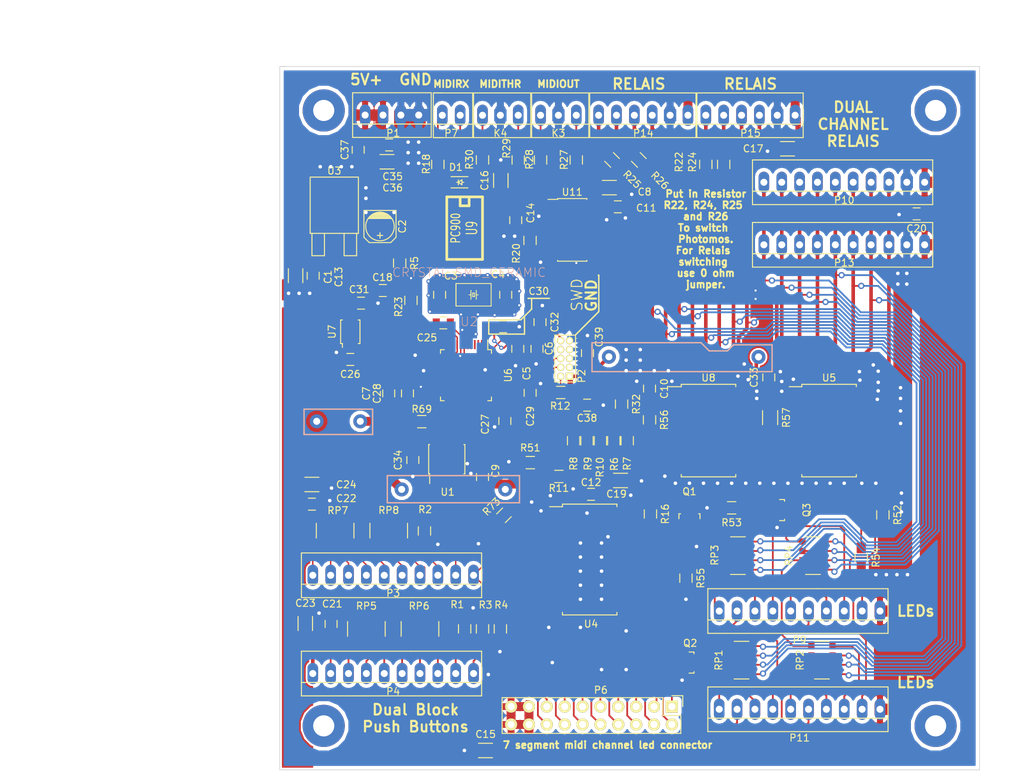
<source format=kicad_pcb>
(kicad_pcb (version 4) (host pcbnew 4.0.2+e4-6225~38~ubuntu15.04.1-stable)
  (layers (0 F.Cu signal) (1 In1.Cu signal hide) (2 In2.Cu signal) (31 B.Cu signal) (34 B.Paste user) (35 F.Paste user) (36 B.SilkS user) (37 F.SilkS user) (38 B.Mask user) (39 F.Mask user) (44 Edge.Cuts user))
  (net 0 "")
  (net 1 CLR)
  (net 2 DGND)
  (net 3 MEMCS)
  (net 4 MISO)
  (net 5 MOSI)
  (net 6 MUTE)
  (net 7 POWERAMP2)
  (net 8 RCLK)
  (net 9 SCK)
  (net 10 SETUP)
  (net 11 SWITCH1)
  (net 12 SWITCH2)
  (net 13 VCC)
  (net 14 "Net-(C3-Pad2)")
  (net 15 "Net-(C4-Pad2)")
  (net 16 "Net-(D1-Pad1)")
  (net 17 "Net-(D1-Pad2)")
  (net 18 "Net-(K3-Pad1)")
  (net 19 "Net-(K3-Pad3)")
  (net 20 "Net-(K4-Pad1)")
  (net 21 "Net-(K4-Pad3)")
  (net 22 "Net-(P4-Pad2)")
  (net 23 "Net-(P4-Pad3)")
  (net 24 "Net-(P4-Pad4)")
  (net 25 "Net-(P4-Pad5)")
  (net 26 "Net-(P4-Pad6)")
  (net 27 "Net-(P4-Pad7)")
  (net 28 "Net-(P4-Pad8)")
  (net 29 "Net-(P4-Pad9)")
  (net 30 "Net-(P7-Pad2)")
  (net 31 "Net-(P9-Pad2)")
  (net 32 "Net-(P9-Pad3)")
  (net 33 "Net-(P9-Pad4)")
  (net 34 "Net-(P9-Pad5)")
  (net 35 "Net-(P9-Pad6)")
  (net 36 "Net-(P9-Pad7)")
  (net 37 "Net-(P9-Pad8)")
  (net 38 "Net-(P9-Pad9)")
  (net 39 "Net-(P9-Pad10)")
  (net 40 "Net-(P10-Pad3)")
  (net 41 "Net-(P10-Pad4)")
  (net 42 "Net-(P10-Pad5)")
  (net 43 "Net-(P10-Pad6)")
  (net 44 "Net-(P10-Pad7)")
  (net 45 "Net-(P10-Pad8)")
  (net 46 "Net-(P11-Pad2)")
  (net 47 "Net-(P11-Pad3)")
  (net 48 "Net-(P11-Pad4)")
  (net 49 "Net-(P11-Pad5)")
  (net 50 "Net-(P11-Pad6)")
  (net 51 "Net-(P11-Pad7)")
  (net 52 "Net-(P11-Pad8)")
  (net 53 "Net-(P11-Pad9)")
  (net 54 "Net-(P11-Pad10)")
  (net 55 "Net-(P14-Pad3)")
  (net 56 "Net-(P14-Pad4)")
  (net 57 "Net-(P15-Pad3)")
  (net 58 "Net-(P15-Pad4)")
  (net 59 "Net-(R16-Pad2)")
  (net 60 "Net-(R22-Pad1)")
  (net 61 "Net-(R24-Pad1)")
  (net 62 "Net-(R25-Pad1)")
  (net 63 "Net-(R26-Pad1)")
  (net 64 "Net-(R28-Pad1)")
  (net 65 "Net-(R30-Pad1)")
  (net 66 "Net-(R56-Pad2)")
  (net 67 "Net-(R57-Pad2)")
  (net 68 "Net-(U4-Pad22)")
  (net 69 "Net-(U5-Pad17)")
  (net 70 "Net-(U5-Pad18)")
  (net 71 "Net-(U5-Pad3)")
  (net 72 "Net-(U9-Pad3)")
  (net 73 "Net-(U11-Pad11)")
  (net 74 "Net-(Q2-Pad3)")
  (net 75 "Net-(Q3-Pad3)")
  (net 76 xtalgnd)
  (net 77 MIDIEN)
  (net 78 "Net-(U6-Pad2)")
  (net 79 "Net-(U6-Pad3)")
  (net 80 "Net-(U6-Pad4)")
  (net 81 "Net-(U6-Pad10)")
  (net 82 MCUMIDITX)
  (net 83 MCUMIDIRX)
  (net 84 "Net-(U6-Pad22)")
  (net 85 "Net-(U6-Pad38)")
  (net 86 "Net-(U6-Pad40)")
  (net 87 "Net-(U6-Pad41)")
  (net 88 "Net-(U6-Pad45)")
  (net 89 "Net-(U6-Pad46)")
  (net 90 MIDITX)
  (net 91 MIDIRX)
  (net 92 RESET)
  (net 93 SWCLK)
  (net 94 SWO)
  (net 95 "Net-(P2-Pad8)")
  (net 96 SWDIO)
  (net 97 /OUT0)
  (net 98 /OUT1)
  (net 99 /OUT2)
  (net 100 /OUT3)
  (net 101 /OUT4)
  (net 102 /OUT5)
  (net 103 /OUT6)
  (net 104 /OUT7)
  (net 105 /OUT8)
  (net 106 /OUT9)
  (net 107 /OUT10)
  (net 108 /OUT11)
  (net 109 /OUT12)
  (net 110 /OUT13)
  (net 111 /OUT14)
  (net 112 /OUT15)
  (net 113 "Net-(P3-Pad2)")
  (net 114 "Net-(P3-Pad3)")
  (net 115 "Net-(P3-Pad4)")
  (net 116 "Net-(P3-Pad5)")
  (net 117 "Net-(P3-Pad6)")
  (net 118 "Net-(P3-Pad7)")
  (net 119 "Net-(P3-Pad8)")
  (net 120 "Net-(P3-Pad9)")
  (net 121 TLCVCC)
  (net 122 DISPLAY)
  (net 123 "Net-(P10-Pad10)")
  (net 124 "Net-(P10-Pad9)")
  (net 125 "Net-(P14-Pad5)")
  (net 126 "Net-(P14-Pad6)")
  (net 127 "Net-(P15-Pad5)")
  (net 128 "Net-(P15-Pad6)")
  (net 129 STMVCC)
  (net 130 "Net-(U6-Pad21)")
  (net 131 "Net-(U11-Pad1)")
  (net 132 "Net-(C18-Pad1)")
  (net 133 "Net-(U6-Pad42)")
  (net 134 "Net-(U6-Pad43)")
  (net 135 "Net-(R6-Pad2)")
  (net 136 "Net-(U6-Pad17)")
  (net 137 "Net-(R9-Pad2)")
  (net 138 "Net-(R10-Pad2)")
  (net 139 "Net-(U6-Pad16)")
  (net 140 "Net-(U6-Pad18)")
  (net 141 "Net-(R51-Pad2)")
  (net 142 U5VCC)
  (net 143 "Net-(C21-Pad2)")
  (net 144 "Net-(C22-Pad2)")
  (net 145 "Net-(U11-Pad4)")
  (net 146 "Net-(U11-Pad12)")
  (net 147 "Net-(R32-Pad2)")
  (module Connect_Addons:PINHEAD1-10 (layer F.Cu) (at 79.375 85.09 180)
    (fp_text reference P3 (at 0 -2.54 180) (layer F.SilkS))
    (fp_text value CONN_10)
    (pad 10 thru_hole oval (at 11.43 0 180) (size 1.50622 3.01498) (drill 0.99822) (layers *.Cu *.Mask) (net 144 "Net-(C22-Pad2)"))
    (pad 9 thru_hole oval (at 8.89 0 180) (size 1.50622 3.01498) (drill 0.99822) (layers *.Cu *.Mask) (net 120 "Net-(P3-Pad9)"))
    (pad 8 thru_hole oval (at 6.35 0 180) (size 1.50622 3.01498) (drill 0.99822) (layers *.Cu *.Mask) (net 119 "Net-(P3-Pad8)"))
    (pad 7 thru_hole oval (at 3.81 0 180) (size 1.50622 3.01498) (drill 0.99822) (layers *.Cu *.Mask) (net 118 "Net-(P3-Pad7)"))
    (pad 1 thru_hole oval (at -11.43 0 180) (size 1.50622 3.01498) (drill 0.99822) (layers *.Cu *.Mask) (net 11 SWITCH1))
    (pad 2 thru_hole oval (at -8.89 0 180) (size 1.50622 3.01498) (drill 0.99822) (layers *.Cu *.Mask) (net 113 "Net-(P3-Pad2)"))
    (pad 3 thru_hole oval (at -6.35 0 180) (size 1.50622 3.01498) (drill 0.99822) (layers *.Cu *.Mask) (net 114 "Net-(P3-Pad3)"))
    (pad 4 thru_hole oval (at -3.81 0 180) (size 1.50622 3.01498) (drill 0.99822) (layers *.Cu *.Mask) (net 115 "Net-(P3-Pad4)"))
    (pad 5 thru_hole oval (at -1.27 0 180) (size 1.50622 3.01498) (drill 0.99822) (layers *.Cu *.Mask) (net 116 "Net-(P3-Pad5)"))
    (pad 6 thru_hole oval (at 1.27 0 180) (size 1.50622 3.01498) (drill 0.99822) (layers *.Cu *.Mask) (net 117 "Net-(P3-Pad6)"))
  )
  (module Resistors_SMD:R_Array_Convex_4x1206 (layer F.Cu) (at 71.12 78.74 90)
    (fp_text reference RP7 (at 2.8575 0.381 180) (layer F.SilkS))
    (fp_text value R_PACK4)
    (pad 1 smd rect (at -1.5 -2 90) (size 0.9 0.9) (layers F.Cu F.Paste F.Mask) (net 144 "Net-(C22-Pad2)"))
    (pad 4 smd rect (at -1.5 2 90) (size 0.9 0.9) (layers F.Cu F.Paste F.Mask) (net 118 "Net-(P3-Pad7)"))
    (pad 2 smd rect (at -1.5 -0.66 90) (size 0.9 0.9) (layers F.Cu F.Paste F.Mask) (net 120 "Net-(P3-Pad9)"))
    (pad 3 smd rect (at -1.5 0.66 90) (size 0.9 0.9) (layers F.Cu F.Paste F.Mask) (net 119 "Net-(P3-Pad8)"))
    (pad 7 smd rect (at 1.5 -0.66 90) (size 0.9 0.9) (layers F.Cu F.Paste F.Mask) (net 119 "Net-(P3-Pad8)"))
    (pad 8 smd rect (at 1.5 -2 90) (size 0.9 0.9) (layers F.Cu F.Paste F.Mask) (net 120 "Net-(P3-Pad9)"))
    (pad 5 smd rect (at 1.5 2 90) (size 0.9 0.9) (layers F.Cu F.Paste F.Mask) (net 117 "Net-(P3-Pad6)"))
    (pad 6 smd rect (at 1.5 0.66 90) (size 0.9 0.9) (layers F.Cu F.Paste F.Mask) (net 118 "Net-(P3-Pad7)"))
  )
  (module crystal_ceramic_smd:Xtal_Ceramic_5x3.2 (layer F.Cu) (at 90.805 45.212 180)
    (fp_text reference U2 (at 0.635 -3.81 180) (layer B.SilkS) (effects (font (size 1.27 1.27) (thickness 0.0889))))
    (fp_text value CRYSTAL_SMD_CERAMIC (at 0.635 3.175 180) (layer B.SilkS) (effects (font (size 1.27 1.27) (thickness 0.0889))))
    (pad 2 smd rect (at 2.1336 1.27 180) (size 1.9 1.1) (layers F.Cu F.Paste F.Mask) (net 76 xtalgnd))
    (pad 4 smd rect (at -2.1336 -1.27 180) (size 1.9 1.1) (layers F.Cu F.Paste F.Mask) (net 76 xtalgnd))
    (pad 1 smd rect (at -2.1336 1.27 180) (size 1.9 1.1) (layers F.Cu F.Paste F.Mask) (net 15 "Net-(C4-Pad2)"))
    (pad 3 smd rect (at 2.1336 -1.27 180) (size 1.9 1.1) (layers F.Cu F.Paste F.Mask) (net 14 "Net-(C3-Pad2)"))
  )
  (module Capacitors_SMD:C_0805 (layer F.Cu) (at 85.979 45.212 270)
    (fp_text reference C3 (at -2.6924 -1.6002 360) (layer F.SilkS))
    (fp_text value 22pF)
    (pad 1 smd rect (at -1 0 270) (size 1 1.25) (layers F.Cu F.Paste F.Mask) (net 76 xtalgnd))
    (pad 2 smd rect (at 1 0 270) (size 1 1.25) (layers F.Cu F.Paste F.Mask) (net 14 "Net-(C3-Pad2)"))
  )
  (module Capacitors_SMD:C_0805 (layer F.Cu) (at 95.377 45.212 90)
    (fp_text reference C4 (at 2.8956 -1.0922 180) (layer F.SilkS))
    (fp_text value 22pF)
    (pad 1 smd rect (at -1 0 90) (size 1 1.25) (layers F.Cu F.Paste F.Mask) (net 76 xtalgnd))
    (pad 2 smd rect (at 1 0 90) (size 1 1.25) (layers F.Cu F.Paste F.Mask) (net 15 "Net-(C4-Pad2)"))
  )
  (module Capacitors_SMD:C_0805 (layer F.Cu) (at 97.0915 52.8955 90)
    (fp_text reference C5 (at -3.4925 1.27 90) (layer F.SilkS))
    (fp_text value 100nF)
    (pad 1 smd rect (at -1 0 90) (size 1 1.25) (layers F.Cu F.Paste F.Mask) (net 2 DGND))
    (pad 2 smd rect (at 1 0 90) (size 1 1.25) (layers F.Cu F.Paste F.Mask) (net 129 STMVCC))
  )
  (module Capacitors_SMD:C_0805 (layer F.Cu) (at 99.822 52.8955 90)
    (fp_text reference C6 (at 0.0635 1.7145 90) (layer F.SilkS))
    (fp_text value 10uF)
    (pad 1 smd rect (at -1 0 90) (size 1 1.25) (layers F.Cu F.Paste F.Mask) (net 2 DGND))
    (pad 2 smd rect (at 1 0 90) (size 1 1.25) (layers F.Cu F.Paste F.Mask) (net 129 STMVCC))
  )
  (module Capacitors_SMD:C_0805 (layer F.Cu) (at 78.74 59.22772 270)
    (fp_text reference C7 (at 0.01778 3.175 270) (layer F.SilkS))
    (fp_text value 10uF)
    (pad 1 smd rect (at -1 0 270) (size 1 1.25) (layers F.Cu F.Paste F.Mask) (net 2 DGND))
    (pad 2 smd rect (at 1 0 270) (size 1 1.25) (layers F.Cu F.Paste F.Mask) (net 129 STMVCC))
  )
  (module Capacitors_SMD:C_0805 (layer F.Cu) (at 92.075 71.12 90)
    (fp_text reference C9 (at 0.8636 1.8542 90) (layer F.SilkS))
    (fp_text value 100nF)
    (pad 1 smd rect (at -1 0 90) (size 1 1.25) (layers F.Cu F.Paste F.Mask) (net 129 STMVCC))
    (pad 2 smd rect (at 1 0 90) (size 1 1.25) (layers F.Cu F.Paste F.Mask) (net 2 DGND))
  )
  (module Capacitors_SMD:C_0805 (layer F.Cu) (at 115.824 58.547 270)
    (fp_text reference C10 (at 0 -2.1 270) (layer F.SilkS))
    (fp_text value 100nF)
    (pad 1 smd rect (at -1 0 270) (size 1 1.25) (layers F.Cu F.Paste F.Mask) (net 2 DGND))
    (pad 2 smd rect (at 1 0 270) (size 1 1.25) (layers F.Cu F.Paste F.Mask) (net 142 U5VCC))
  )
  (module Capacitors_SMD:C_0805 (layer F.Cu) (at 111.3155 32.7025 180)
    (fp_text reference C11 (at -4.0513 -0.1651 180) (layer F.SilkS))
    (fp_text value 100nF)
    (pad 1 smd rect (at -1 0 180) (size 1 1.25) (layers F.Cu F.Paste F.Mask) (net 2 DGND))
    (pad 2 smd rect (at 1 0 180) (size 1 1.25) (layers F.Cu F.Paste F.Mask) (net 13 VCC))
  )
  (module Capacitors_SMD:C_0805 (layer F.Cu) (at 107.5055 73.57872)
    (fp_text reference C12 (at 0 -1.69672) (layer F.SilkS))
    (fp_text value 100nF)
    (pad 1 smd rect (at -1 0) (size 1 1.25) (layers F.Cu F.Paste F.Mask) (net 2 DGND))
    (pad 2 smd rect (at 1 0) (size 1 1.25) (layers F.Cu F.Paste F.Mask) (net 121 TLCVCC))
  )
  (module Capacitors_SMD:C_0805 (layer F.Cu) (at 68 42.49972 90)
    (fp_text reference C13 (at -0.17228 3.628 90) (layer F.SilkS))
    (fp_text value 100nF)
    (pad 1 smd rect (at -1 0 90) (size 1 1.25) (layers F.Cu F.Paste F.Mask) (net 2 DGND))
    (pad 2 smd rect (at 1 0 90) (size 1 1.25) (layers F.Cu F.Paste F.Mask) (net 13 VCC))
  )
  (module Capacitors_SMD:C_0805 (layer F.Cu) (at 96.8 34.59972 270)
    (fp_text reference C14 (at -1.02092 -2.1076 270) (layer F.SilkS))
    (fp_text value 100nF)
    (pad 1 smd rect (at -1 0 270) (size 1 1.25) (layers F.Cu F.Paste F.Mask) (net 13 VCC))
    (pad 2 smd rect (at 1 0 270) (size 1 1.25) (layers F.Cu F.Paste F.Mask) (net 2 DGND))
  )
  (module Pin_Headers:Pin_Header_Straight_2x10 (layer F.Cu) (at 118.999 103.759 270)
    (fp_text reference P6 (at -2.3495 10.0965 540) (layer F.SilkS))
    (fp_text value CONN_10X2)
    (pad 1 thru_hole rect (at 0 0 270) (size 1.7272 1.7272) (drill 1.016) (layers *.Cu *.Mask F.SilkS) (net 112 /OUT15))
    (pad 2 thru_hole oval (at 2.54 0 270) (size 1.7272 1.7272) (drill 1.016) (layers *.Cu *.Mask F.SilkS) (net 111 /OUT14))
    (pad 3 thru_hole oval (at 0 2.54 270) (size 1.7272 1.7272) (drill 1.016) (layers *.Cu *.Mask F.SilkS) (net 110 /OUT13))
    (pad 4 thru_hole oval (at 2.54 2.54 270) (size 1.7272 1.7272) (drill 1.016) (layers *.Cu *.Mask F.SilkS) (net 109 /OUT12))
    (pad 5 thru_hole oval (at 0 5.08 270) (size 1.7272 1.7272) (drill 1.016) (layers *.Cu *.Mask F.SilkS) (net 108 /OUT11))
    (pad 6 thru_hole oval (at 2.54 5.08 270) (size 1.7272 1.7272) (drill 1.016) (layers *.Cu *.Mask F.SilkS) (net 107 /OUT10))
    (pad 7 thru_hole oval (at 0 7.62 270) (size 1.7272 1.7272) (drill 1.016) (layers *.Cu *.Mask F.SilkS) (net 106 /OUT9))
    (pad 8 thru_hole oval (at 2.54 7.62 270) (size 1.7272 1.7272) (drill 1.016) (layers *.Cu *.Mask F.SilkS) (net 105 /OUT8))
    (pad 9 thru_hole oval (at 0 10.16 270) (size 1.7272 1.7272) (drill 1.016) (layers *.Cu *.Mask F.SilkS) (net 104 /OUT7))
    (pad 10 thru_hole oval (at 2.54 10.16 270) (size 1.7272 1.7272) (drill 1.016) (layers *.Cu *.Mask F.SilkS) (net 103 /OUT6))
    (pad 11 thru_hole oval (at 0 12.7 270) (size 1.7272 1.7272) (drill 1.016) (layers *.Cu *.Mask F.SilkS) (net 102 /OUT5))
    (pad 12 thru_hole oval (at 2.54 12.7 270) (size 1.7272 1.7272) (drill 1.016) (layers *.Cu *.Mask F.SilkS) (net 101 /OUT4))
    (pad 13 thru_hole oval (at 0 15.24 270) (size 1.7272 1.7272) (drill 1.016) (layers *.Cu *.Mask F.SilkS) (net 100 /OUT3))
    (pad 14 thru_hole oval (at 2.54 15.24 270) (size 1.7272 1.7272) (drill 1.016) (layers *.Cu *.Mask F.SilkS) (net 99 /OUT2))
    (pad 15 thru_hole oval (at 0 17.78 270) (size 1.7272 1.7272) (drill 1.016) (layers *.Cu *.Mask F.SilkS) (net 98 /OUT1))
    (pad 16 thru_hole oval (at 2.54 17.78 270) (size 1.7272 1.7272) (drill 1.016) (layers *.Cu *.Mask F.SilkS) (net 97 /OUT0))
    (pad 17 thru_hole oval (at 0 20.32 270) (size 1.7272 1.7272) (drill 1.016) (layers *.Cu *.Mask F.SilkS) (net 13 VCC))
    (pad 18 thru_hole oval (at 2.54 20.32 270) (size 1.7272 1.7272) (drill 1.016) (layers *.Cu *.Mask F.SilkS) (net 13 VCC))
    (pad 19 thru_hole oval (at 0 22.86 270) (size 1.7272 1.7272) (drill 1.016) (layers *.Cu *.Mask F.SilkS) (net 13 VCC))
    (pad 20 thru_hole oval (at 2.54 22.86 270) (size 1.7272 1.7272) (drill 1.016) (layers *.Cu *.Mask F.SilkS) (net 13 VCC))
  )
  (module Housings_SOIC:SOIC-24_7.5x15.4mm_Pitch1.27mm (layer F.Cu) (at 107.315 82.84972)
    (fp_text reference U4 (at 0.1905 9.16178) (layer F.SilkS))
    (fp_text value TLC592X)
    (pad 1 smd rect (at -4.7 -6.985) (size 2 0.6) (layers F.Cu F.Paste F.Mask) (net 2 DGND))
    (pad 2 smd rect (at -4.7 -5.715) (size 2 0.6) (layers F.Cu F.Paste F.Mask) (net 5 MOSI))
    (pad 3 smd rect (at -4.7 -4.445) (size 2 0.6) (layers F.Cu F.Paste F.Mask) (net 9 SCK))
    (pad 4 smd rect (at -4.7 -3.175) (size 2 0.6) (layers F.Cu F.Paste F.Mask) (net 122 DISPLAY))
    (pad 5 smd rect (at -4.7 -1.905) (size 2 0.6) (layers F.Cu F.Paste F.Mask) (net 97 /OUT0))
    (pad 6 smd rect (at -4.7 -0.635) (size 2 0.6) (layers F.Cu F.Paste F.Mask) (net 98 /OUT1))
    (pad 7 smd rect (at -4.7 0.635) (size 2 0.6) (layers F.Cu F.Paste F.Mask) (net 99 /OUT2))
    (pad 8 smd rect (at -4.7 1.905) (size 2 0.6) (layers F.Cu F.Paste F.Mask) (net 100 /OUT3))
    (pad 9 smd rect (at -4.7 3.175) (size 2 0.6) (layers F.Cu F.Paste F.Mask) (net 101 /OUT4))
    (pad 10 smd rect (at -4.7 4.445) (size 2 0.6) (layers F.Cu F.Paste F.Mask) (net 102 /OUT5))
    (pad 11 smd rect (at -4.7 5.715) (size 2 0.6) (layers F.Cu F.Paste F.Mask) (net 103 /OUT6))
    (pad 12 smd rect (at -4.7 6.985) (size 2 0.6) (layers F.Cu F.Paste F.Mask) (net 104 /OUT7))
    (pad 13 smd rect (at 4.7 6.985) (size 2 0.6) (layers F.Cu F.Paste F.Mask) (net 105 /OUT8))
    (pad 14 smd rect (at 4.7 5.715) (size 2 0.6) (layers F.Cu F.Paste F.Mask) (net 106 /OUT9))
    (pad 15 smd rect (at 4.7 4.445) (size 2 0.6) (layers F.Cu F.Paste F.Mask) (net 107 /OUT10))
    (pad 16 smd rect (at 4.7 3.175) (size 2 0.6) (layers F.Cu F.Paste F.Mask) (net 108 /OUT11))
    (pad 17 smd rect (at 4.7 1.905) (size 2 0.6) (layers F.Cu F.Paste F.Mask) (net 109 /OUT12))
    (pad 18 smd rect (at 4.7 0.635) (size 2 0.6) (layers F.Cu F.Paste F.Mask) (net 110 /OUT13))
    (pad 19 smd rect (at 4.7 -0.635) (size 2 0.6) (layers F.Cu F.Paste F.Mask) (net 111 /OUT14))
    (pad 20 smd rect (at 4.7 -1.905) (size 2 0.6) (layers F.Cu F.Paste F.Mask) (net 112 /OUT15))
    (pad 21 smd rect (at 4.7 -3.175) (size 2 0.6) (layers F.Cu F.Paste F.Mask) (net 2 DGND))
    (pad 22 smd rect (at 4.7 -4.445) (size 2 0.6) (layers F.Cu F.Paste F.Mask) (net 68 "Net-(U4-Pad22)"))
    (pad 23 smd rect (at 4.7 -5.715) (size 2 0.6) (layers F.Cu F.Paste F.Mask) (net 59 "Net-(R16-Pad2)"))
    (pad 24 smd rect (at 4.7 -6.985) (size 2 0.6) (layers F.Cu F.Paste F.Mask) (net 121 TLCVCC))
  )
  (module Housings_SOIC:SOIC-20_7.5x12.8mm_Pitch1.27mm (layer F.Cu) (at 141.351 64.516)
    (fp_text reference U5 (at 0 -7.5) (layer F.SilkS))
    (fp_text value TPIC6B595)
    (pad 1 smd rect (at -4.7 -5.715) (size 1.95 0.6) (layers F.Cu F.Paste F.Mask) (net 2 DGND))
    (pad 2 smd rect (at -4.7 -4.445) (size 1.95 0.6) (layers F.Cu F.Paste F.Mask) (net 142 U5VCC))
    (pad 3 smd rect (at -4.7 -3.175) (size 1.95 0.6) (layers F.Cu F.Paste F.Mask) (net 71 "Net-(U5-Pad3)"))
    (pad 4 smd rect (at -4.7 -1.905) (size 1.95 0.6) (layers F.Cu F.Paste F.Mask) (net 123 "Net-(P10-Pad10)"))
    (pad 5 smd rect (at -4.7 -0.635) (size 1.95 0.6) (layers F.Cu F.Paste F.Mask) (net 124 "Net-(P10-Pad9)"))
    (pad 6 smd rect (at -4.7 0.635) (size 1.95 0.6) (layers F.Cu F.Paste F.Mask) (net 45 "Net-(P10-Pad8)"))
    (pad 7 smd rect (at -4.7 1.905) (size 1.95 0.6) (layers F.Cu F.Paste F.Mask) (net 44 "Net-(P10-Pad7)"))
    (pad 8 smd rect (at -4.7 3.175) (size 1.95 0.6) (layers F.Cu F.Paste F.Mask) (net 67 "Net-(R57-Pad2)"))
    (pad 9 smd rect (at -4.7 4.445) (size 1.95 0.6) (layers F.Cu F.Paste F.Mask) (net 1 CLR))
    (pad 10 smd rect (at -4.7 5.715) (size 1.95 0.6) (layers F.Cu F.Paste F.Mask) (net 2 DGND))
    (pad 11 smd rect (at 4.7 5.715) (size 1.95 0.6) (layers F.Cu F.Paste F.Mask) (net 2 DGND))
    (pad 12 smd rect (at 4.7 4.445) (size 1.95 0.6) (layers F.Cu F.Paste F.Mask) (net 8 RCLK))
    (pad 13 smd rect (at 4.7 3.175) (size 1.95 0.6) (layers F.Cu F.Paste F.Mask) (net 9 SCK))
    (pad 14 smd rect (at 4.7 1.905) (size 1.95 0.6) (layers F.Cu F.Paste F.Mask) (net 43 "Net-(P10-Pad6)"))
    (pad 15 smd rect (at 4.7 0.635) (size 1.95 0.6) (layers F.Cu F.Paste F.Mask) (net 42 "Net-(P10-Pad5)"))
    (pad 16 smd rect (at 4.7 -0.635) (size 1.95 0.6) (layers F.Cu F.Paste F.Mask) (net 41 "Net-(P10-Pad4)"))
    (pad 17 smd rect (at 4.7 -1.905) (size 1.95 0.6) (layers F.Cu F.Paste F.Mask) (net 69 "Net-(U5-Pad17)"))
    (pad 18 smd rect (at 4.7 -3.175) (size 1.95 0.6) (layers F.Cu F.Paste F.Mask) (net 70 "Net-(U5-Pad18)"))
    (pad 19 smd rect (at 4.7 -4.445) (size 1.95 0.6) (layers F.Cu F.Paste F.Mask) (net 2 DGND))
    (pad 20 smd rect (at 4.7 -5.715) (size 1.95 0.6) (layers F.Cu F.Paste F.Mask) (net 2 DGND))
  )
  (module SO6_SMD_Gullwing:SO6_DIL_GULLWING (layer F.Cu) (at 89.535 35.73272 270)
    (fp_text reference U9 (at 0 -1.016 270) (layer F.SilkS) (effects (font (size 1.524 1.016) (thickness 0.1524))))
    (fp_text value PC900 (at 0 1.27 270) (layer F.SilkS) (effects (font (size 1.27 0.889) (thickness 0.1524))))
    (pad 1 smd oval (at -2.54 3.81 270) (size 1.5748 2.286) (layers F.Cu F.Paste F.Mask) (net 17 "Net-(D1-Pad2)"))
    (pad 2 smd oval (at 0 3.81 270) (size 1.5748 2.286) (layers F.Cu F.Paste F.Mask) (net 16 "Net-(D1-Pad1)"))
    (pad 3 smd oval (at 2.54 3.81 270) (size 1.5748 2.286) (layers F.Cu F.Paste F.Mask) (net 72 "Net-(U9-Pad3)"))
    (pad 4 smd oval (at 2.54 -3.81 270) (size 1.5748 2.286) (layers F.Cu F.Paste F.Mask) (net 91 MIDIRX))
    (pad 5 smd oval (at 0 -3.81 270) (size 1.5748 2.286) (layers F.Cu F.Paste F.Mask) (net 2 DGND))
    (pad 6 smd oval (at -2.54 -3.81 270) (size 1.5748 2.286) (layers F.Cu F.Paste F.Mask) (net 13 VCC))
  )
  (module Housings_SOIC:SOIC-14_3.9x8.7mm_Pitch1.27mm (layer F.Cu) (at 104.835 35.98)
    (fp_text reference U11 (at 0 -5.375) (layer F.SilkS))
    (fp_text value 74LS14)
    (pad 1 smd rect (at -2.7 -3.81) (size 1.5 0.6) (layers F.Cu F.Paste F.Mask) (net 131 "Net-(U11-Pad1)"))
    (pad 2 smd rect (at -2.7 -2.54) (size 1.5 0.6) (layers F.Cu F.Paste F.Mask) (net 65 "Net-(R30-Pad1)"))
    (pad 3 smd rect (at -2.7 -1.27) (size 1.5 0.6) (layers F.Cu F.Paste F.Mask) (net 2 DGND))
    (pad 4 smd rect (at -2.7 0) (size 1.5 0.6) (layers F.Cu F.Paste F.Mask) (net 145 "Net-(U11-Pad4)"))
    (pad 5 smd rect (at -2.7 1.27) (size 1.5 0.6) (layers F.Cu F.Paste F.Mask) (net 91 MIDIRX))
    (pad 6 smd rect (at -2.7 2.54) (size 1.5 0.6) (layers F.Cu F.Paste F.Mask) (net 131 "Net-(U11-Pad1)"))
    (pad 7 smd rect (at -2.7 3.81) (size 1.5 0.6) (layers F.Cu F.Paste F.Mask) (net 2 DGND))
    (pad 8 smd rect (at 2.7 3.81) (size 1.5 0.6) (layers F.Cu F.Paste F.Mask) (net 73 "Net-(U11-Pad11)"))
    (pad 9 smd rect (at 2.7 2.54) (size 1.5 0.6) (layers F.Cu F.Paste F.Mask) (net 90 MIDITX))
    (pad 10 smd rect (at 2.7 1.27) (size 1.5 0.6) (layers F.Cu F.Paste F.Mask) (net 64 "Net-(R28-Pad1)"))
    (pad 11 smd rect (at 2.7 0) (size 1.5 0.6) (layers F.Cu F.Paste F.Mask) (net 73 "Net-(U11-Pad11)"))
    (pad 12 smd rect (at 2.7 -1.27) (size 1.5 0.6) (layers F.Cu F.Paste F.Mask) (net 146 "Net-(U11-Pad12)"))
    (pad 13 smd rect (at 2.7 -2.54) (size 1.5 0.6) (layers F.Cu F.Paste F.Mask) (net 2 DGND))
    (pad 14 smd rect (at 2.7 -3.81) (size 1.5 0.6) (layers F.Cu F.Paste F.Mask) (net 13 VCC))
  )
  (module Resistors_SMD:R_0805_HandSoldering (layer F.Cu) (at 89.535 92.71 270)
    (fp_text reference R1 (at -3.4544 1.0414 360) (layer F.SilkS))
    (fp_text value 10K)
    (pad 1 smd rect (at -1.35 0 270) (size 1.5 1.3) (layers F.Cu F.Paste F.Mask) (net 2 DGND))
    (pad 2 smd rect (at 1.35 0 270) (size 1.5 1.3) (layers F.Cu F.Paste F.Mask) (net 22 "Net-(P4-Pad2)"))
  )
  (module Resistors_SMD:R_0805_HandSoldering (layer F.Cu) (at 83.82 78.78572 90)
    (fp_text reference R2 (at 3.04292 0.1016 180) (layer F.SilkS))
    (fp_text value 10K)
    (pad 1 smd rect (at -1.35 0 90) (size 1.5 1.3) (layers F.Cu F.Paste F.Mask) (net 2 DGND))
    (pad 2 smd rect (at 1.35 0 90) (size 1.5 1.3) (layers F.Cu F.Paste F.Mask) (net 113 "Net-(P3-Pad2)"))
  )
  (module Resistors_SMD:R_0805_HandSoldering (layer F.Cu) (at 92.075 92.71 270)
    (fp_text reference R3 (at -3.4036 -0.4318 360) (layer F.SilkS))
    (fp_text value 100K)
    (pad 1 smd rect (at -1.35 0 270) (size 1.5 1.3) (layers F.Cu F.Paste F.Mask) (net 2 DGND))
    (pad 2 smd rect (at 1.35 0 270) (size 1.5 1.3) (layers F.Cu F.Paste F.Mask) (net 12 SWITCH2))
  )
  (module Resistors_SMD:R_0805_HandSoldering (layer F.Cu) (at 94.615 92.71 90)
    (fp_text reference R4 (at 3.4036 0.127 180) (layer F.SilkS))
    (fp_text value 100K)
    (pad 1 smd rect (at -1.35 0 90) (size 1.5 1.3) (layers F.Cu F.Paste F.Mask) (net 2 DGND))
    (pad 2 smd rect (at 1.35 0 90) (size 1.5 1.3) (layers F.Cu F.Paste F.Mask) (net 11 SWITCH1))
  )
  (module Resistors_SMD:R_0805_HandSoldering (layer F.Cu) (at 115.951 76.37272 270)
    (fp_text reference R16 (at 0 -2.1 270) (layer F.SilkS))
    (fp_text value 2K)
    (pad 1 smd rect (at -1.35 0 270) (size 1.5 1.3) (layers F.Cu F.Paste F.Mask) (net 121 TLCVCC))
    (pad 2 smd rect (at 1.35 0 270) (size 1.5 1.3) (layers F.Cu F.Paste F.Mask) (net 59 "Net-(R16-Pad2)"))
  )
  (module Resistors_SMD:R_0805_HandSoldering (layer F.Cu) (at 85.725 26.67 270)
    (fp_text reference R18 (at -0.0508 1.651 270) (layer F.SilkS))
    (fp_text value 220R)
    (pad 1 smd rect (at -1.35 0 270) (size 1.5 1.3) (layers F.Cu F.Paste F.Mask) (net 30 "Net-(P7-Pad2)"))
    (pad 2 smd rect (at 1.35 0 270) (size 1.5 1.3) (layers F.Cu F.Paste F.Mask) (net 17 "Net-(D1-Pad2)"))
  )
  (module Resistors_SMD:R_0805_HandSoldering (layer F.Cu) (at 98.835 37.48 90)
    (fp_text reference R20 (at -1.8392 -1.9594 90) (layer F.SilkS))
    (fp_text value 270R)
    (pad 1 smd rect (at -1.35 0 90) (size 1.5 1.3) (layers F.Cu F.Paste F.Mask) (net 91 MIDIRX))
    (pad 2 smd rect (at 1.35 0 90) (size 1.5 1.3) (layers F.Cu F.Paste F.Mask) (net 13 VCC))
  )
  (module Resistors_SMD:R_0805_HandSoldering (layer F.Cu) (at 123.825 26.67 90)
    (fp_text reference R22 (at 0.33528 -3.81 90) (layer F.SilkS))
    (fp_text value 100)
    (pad 1 smd rect (at -1.35 0 90) (size 1.5 1.3) (layers F.Cu F.Paste F.Mask) (net 60 "Net-(R22-Pad1)"))
    (pad 2 smd rect (at 1.35 0 90) (size 1.5 1.3) (layers F.Cu F.Paste F.Mask) (net 128 "Net-(P15-Pad6)"))
  )
  (module Resistors_SMD:R_0805_HandSoldering (layer F.Cu) (at 126.365 26.67 90)
    (fp_text reference R24 (at 0.33528 -4.445 90) (layer F.SilkS))
    (fp_text value 100)
    (pad 1 smd rect (at -1.35 0 90) (size 1.5 1.3) (layers F.Cu F.Paste F.Mask) (net 61 "Net-(R24-Pad1)"))
    (pad 2 smd rect (at 1.35 0 90) (size 1.5 1.3) (layers F.Cu F.Paste F.Mask) (net 127 "Net-(P15-Pad5)"))
  )
  (module Resistors_SMD:R_0805_HandSoldering (layer F.Cu) (at 110.49 26.035 135)
    (fp_text reference R25 (at -3.969273 0.053882 135) (layer F.SilkS))
    (fp_text value 100)
    (pad 1 smd rect (at -1.35 0 135) (size 1.5 1.3) (layers F.Cu F.Paste F.Mask) (net 62 "Net-(R25-Pad1)"))
    (pad 2 smd rect (at 1.35 0 135) (size 1.5 1.3) (layers F.Cu F.Paste F.Mask) (net 126 "Net-(P14-Pad6)"))
  )
  (module Resistors_SMD:R_0805_HandSoldering (layer F.Cu) (at 114.3 26.035 135)
    (fp_text reference R26 (at -4.184799 0.053882 135) (layer F.SilkS))
    (fp_text value 100)
    (pad 1 smd rect (at -1.35 0 135) (size 1.5 1.3) (layers F.Cu F.Paste F.Mask) (net 63 "Net-(R26-Pad1)"))
    (pad 2 smd rect (at 1.35 0 135) (size 1.5 1.3) (layers F.Cu F.Paste F.Mask) (net 125 "Net-(P14-Pad5)"))
  )
  (module Resistors_SMD:R_0805_HandSoldering (layer F.Cu) (at 105.41 26.035 90)
    (fp_text reference R27 (at 0.0254 -1.7272 90) (layer F.SilkS))
    (fp_text value 220R)
    (pad 1 smd rect (at -1.35 0 90) (size 1.5 1.3) (layers F.Cu F.Paste F.Mask) (net 13 VCC))
    (pad 2 smd rect (at 1.35 0 90) (size 1.5 1.3) (layers F.Cu F.Paste F.Mask) (net 18 "Net-(K3-Pad1)"))
  )
  (module Resistors_SMD:R_0805_HandSoldering (layer F.Cu) (at 100.33 26.035 90)
    (fp_text reference R28 (at 0.0762 -1.5748 90) (layer F.SilkS))
    (fp_text value 220R)
    (pad 1 smd rect (at -1.35 0 90) (size 1.5 1.3) (layers F.Cu F.Paste F.Mask) (net 64 "Net-(R28-Pad1)"))
    (pad 2 smd rect (at 1.35 0 90) (size 1.5 1.3) (layers F.Cu F.Paste F.Mask) (net 19 "Net-(K3-Pad3)"))
  )
  (module Resistors_SMD:R_0805_HandSoldering (layer F.Cu) (at 97.155 26.035 90)
    (fp_text reference R29 (at 1.651 -1.651 90) (layer F.SilkS))
    (fp_text value 220R)
    (pad 1 smd rect (at -1.35 0 90) (size 1.5 1.3) (layers F.Cu F.Paste F.Mask) (net 13 VCC))
    (pad 2 smd rect (at 1.35 0 90) (size 1.5 1.3) (layers F.Cu F.Paste F.Mask) (net 20 "Net-(K4-Pad1)"))
  )
  (module Resistors_SMD:R_0805_HandSoldering (layer F.Cu) (at 92.075 26.035 90)
    (fp_text reference R30 (at 0.0762 -1.8542 90) (layer F.SilkS))
    (fp_text value 220R)
    (pad 1 smd rect (at -1.35 0 90) (size 1.5 1.3) (layers F.Cu F.Paste F.Mask) (net 65 "Net-(R30-Pad1)"))
    (pad 2 smd rect (at 1.35 0 90) (size 1.5 1.3) (layers F.Cu F.Paste F.Mask) (net 21 "Net-(K4-Pad3)"))
  )
  (module Resistors_SMD:R_0805_HandSoldering (layer F.Cu) (at 111.85 60.74972 270)
    (fp_text reference R32 (at 0 -2.1 270) (layer F.SilkS))
    (fp_text value 10K)
    (pad 1 smd rect (at -1.35 0 270) (size 1.5 1.3) (layers F.Cu F.Paste F.Mask) (net 142 U5VCC))
    (pad 2 smd rect (at 1.35 0 270) (size 1.5 1.3) (layers F.Cu F.Paste F.Mask) (net 147 "Net-(R32-Pad2)"))
  )
  (module Resistors_SMD:R_0805_HandSoldering (layer F.Cu) (at 98.8695 69.07022)
    (fp_text reference R51 (at 0 -2.1) (layer F.SilkS))
    (fp_text value 10K)
    (pad 1 smd rect (at -1.35 0) (size 1.5 1.3) (layers F.Cu F.Paste F.Mask) (net 2 DGND))
    (pad 2 smd rect (at 1.35 0) (size 1.5 1.3) (layers F.Cu F.Paste F.Mask) (net 141 "Net-(R51-Pad2)"))
  )
  (module Resistors_SMD:R_0805_HandSoldering (layer F.Cu) (at 149 76.49972 270)
    (fp_text reference R52 (at 0 -2.1 270) (layer F.SilkS))
    (fp_text value 100)
    (pad 1 smd rect (at -1.35 0 270) (size 1.5 1.3) (layers F.Cu F.Paste F.Mask) (net 40 "Net-(P10-Pad3)"))
    (pad 2 smd rect (at 1.35 0 270) (size 1.5 1.3) (layers F.Cu F.Paste F.Mask) (net 46 "Net-(P11-Pad2)"))
  )
  (module Resistors_SMD:R_0805_HandSoldering (layer F.Cu) (at 127.5 75.49972 180)
    (fp_text reference R53 (at 0 -2.1 180) (layer F.SilkS))
    (fp_text value 10K)
    (pad 1 smd rect (at -1.35 0 180) (size 1.5 1.3) (layers F.Cu F.Paste F.Mask) (net 10 SETUP))
    (pad 2 smd rect (at 1.35 0 180) (size 1.5 1.3) (layers F.Cu F.Paste F.Mask) (net 2 DGND))
  )
  (module Resistors_SMD:R_0805_HandSoldering (layer F.Cu) (at 145.923 82.55 270)
    (fp_text reference R54 (at 0 -2.1 270) (layer F.SilkS))
    (fp_text value 100)
    (pad 1 smd rect (at -1.35 0 270) (size 1.5 1.3) (layers F.Cu F.Paste F.Mask) (net 75 "Net-(Q3-Pad3)"))
    (pad 2 smd rect (at 1.35 0 270) (size 1.5 1.3) (layers F.Cu F.Paste F.Mask) (net 31 "Net-(P9-Pad2)"))
  )
  (module Resistors_SMD:R_0805_HandSoldering (layer F.Cu) (at 121 85.49972 270)
    (fp_text reference R55 (at 0 -2.1 270) (layer F.SilkS))
    (fp_text value 10K)
    (pad 1 smd rect (at -1.35 0 270) (size 1.5 1.3) (layers F.Cu F.Paste F.Mask) (net 6 MUTE))
    (pad 2 smd rect (at 1.35 0 270) (size 1.5 1.3) (layers F.Cu F.Paste F.Mask) (net 2 DGND))
  )
  (module Resistors_SMD:R_0805_HandSoldering (layer F.Cu) (at 115.824 62.992 270)
    (fp_text reference R56 (at 0 -2.1 270) (layer F.SilkS))
    (fp_text value 10K)
    (pad 1 smd rect (at -1.35 0 270) (size 1.5 1.3) (layers F.Cu F.Paste F.Mask) (net 142 U5VCC))
    (pad 2 smd rect (at 1.35 0 270) (size 1.5 1.3) (layers F.Cu F.Paste F.Mask) (net 66 "Net-(R56-Pad2)"))
  )
  (module Resistors_SMD:R_1206 (layer F.Cu) (at 132.969 62.6745 270)
    (fp_text reference R57 (at 0 -2.3 270) (layer F.SilkS))
    (fp_text value 10K)
    (pad 1 smd rect (at -1.45 0 270) (size 0.9 1.7) (layers F.Cu F.Paste F.Mask) (net 142 U5VCC))
    (pad 2 smd rect (at 1.45 0 270) (size 0.9 1.7) (layers F.Cu F.Paste F.Mask) (net 67 "Net-(R57-Pad2)"))
  )
  (module Resistors_SMD:R_0805_HandSoldering (layer F.Cu) (at 83.439 63.246)
    (fp_text reference R69 (at 0 -1.778) (layer F.SilkS))
    (fp_text value 10K)
    (pad 1 smd rect (at -1.35 0) (size 1.5 1.3) (layers F.Cu F.Paste F.Mask) (net 129 STMVCC))
    (pad 2 smd rect (at 1.35 0) (size 1.5 1.3) (layers F.Cu F.Paste F.Mask) (net 3 MEMCS))
  )
  (module Housings_SOIC:SOIC-8_3.9x4.9mm_Pitch1.27mm (layer F.Cu) (at 86.995 68.58 90)
    (fp_text reference U1 (at -4.6736 0.127 180) (layer F.SilkS))
    (fp_text value 25LC1024)
    (pad 1 smd rect (at -2.7 -1.905 90) (size 1.55 0.6) (layers F.Cu F.Paste F.Mask) (net 3 MEMCS))
    (pad 2 smd rect (at -2.7 -0.635 90) (size 1.55 0.6) (layers F.Cu F.Paste F.Mask) (net 4 MISO))
    (pad 3 smd rect (at -2.7 0.635 90) (size 1.55 0.6) (layers F.Cu F.Paste F.Mask) (net 129 STMVCC))
    (pad 4 smd rect (at -2.7 1.905 90) (size 1.55 0.6) (layers F.Cu F.Paste F.Mask) (net 2 DGND))
    (pad 5 smd rect (at 2.7 1.905 90) (size 1.55 0.6) (layers F.Cu F.Paste F.Mask) (net 5 MOSI))
    (pad 6 smd rect (at 2.7 0.635 90) (size 1.55 0.6) (layers F.Cu F.Paste F.Mask) (net 9 SCK))
    (pad 7 smd rect (at 2.7 -0.635 90) (size 1.55 0.6) (layers F.Cu F.Paste F.Mask) (net 129 STMVCC))
    (pad 8 smd rect (at 2.7 -1.905 90) (size 1.55 0.6) (layers F.Cu F.Paste F.Mask) (net 129 STMVCC))
  )
  (module Resistors_SMD:R_0805_HandSoldering (layer F.Cu) (at 95.123 76.56322 45)
    (fp_text reference R73 (at -0.371783 -2.106768 45) (layer F.SilkS))
    (fp_text value 10K)
    (pad 1 smd rect (at -1.35 0 45) (size 1.5 1.3) (layers F.Cu F.Paste F.Mask) (net 122 DISPLAY))
    (pad 2 smd rect (at 1.35 0 45) (size 1.5 1.3) (layers F.Cu F.Paste F.Mask) (net 129 STMVCC))
  )
  (module TO_SOT_Packages_SMD:SOT-23_Handsoldering (layer F.Cu) (at 121.5 76.99972)
    (fp_text reference Q1 (at 0 -3.81) (layer F.SilkS))
    (fp_text value Q_NMOS_GSD)
    (pad 1 smd rect (at -0.95 1.50114) (size 0.8001 1.80086) (layers F.Cu F.Paste F.Mask) (net 6 MUTE))
    (pad 2 smd rect (at 0.95 1.50114) (size 0.8001 1.80086) (layers F.Cu F.Paste F.Mask) (net 2 DGND))
    (pad 3 smd rect (at 0 -1.50114) (size 0.8001 1.80086) (layers F.Cu F.Paste F.Mask) (net 40 "Net-(P10-Pad3)"))
  )
  (module TO_SOT_Packages_SMD:SOT-23_Handsoldering (layer F.Cu) (at 121.5 97.49972 270)
    (fp_text reference Q2 (at -2.75772 -0.1025 540) (layer F.SilkS))
    (fp_text value Q_NMOS_GSD)
    (pad 1 smd rect (at -0.95 1.50114 270) (size 0.8001 1.80086) (layers F.Cu F.Paste F.Mask) (net 7 POWERAMP2))
    (pad 2 smd rect (at 0.95 1.50114 270) (size 0.8001 1.80086) (layers F.Cu F.Paste F.Mask) (net 2 DGND))
    (pad 3 smd rect (at 0 -1.50114 270) (size 0.8001 1.80086) (layers F.Cu F.Paste F.Mask) (net 74 "Net-(Q2-Pad3)"))
  )
  (module TO_SOT_Packages_SMD:SOT-23_Handsoldering (layer F.Cu) (at 134.366 75.819 270)
    (fp_text reference Q3 (at 0 -3.81 270) (layer F.SilkS))
    (fp_text value Q_NMOS_GSD)
    (pad 1 smd rect (at -0.95 1.50114 270) (size 0.8001 1.80086) (layers F.Cu F.Paste F.Mask) (net 10 SETUP))
    (pad 2 smd rect (at 0.95 1.50114 270) (size 0.8001 1.80086) (layers F.Cu F.Paste F.Mask) (net 2 DGND))
    (pad 3 smd rect (at 0 -1.50114 270) (size 0.8001 1.80086) (layers F.Cu F.Paste F.Mask) (net 75 "Net-(Q3-Pad3)"))
  )
  (module Capacitors_SMD:C_1206 (layer F.Cu) (at 110.109 29.972)
    (fp_text reference C8 (at 5.0038 0.6096) (layer F.SilkS))
    (fp_text value 10uF)
    (pad 1 smd rect (at -1.5 0) (size 1 1.6) (layers F.Cu F.Paste F.Mask) (net 13 VCC))
    (pad 2 smd rect (at 1.5 0) (size 1 1.6) (layers F.Cu F.Paste F.Mask) (net 2 DGND))
  )
  (module Capacitors_SMD:C_1206 (layer F.Cu) (at 92.5 109.99972 180)
    (fp_text reference C15 (at -0.0195 2.30372 180) (layer F.SilkS))
    (fp_text value 10uF)
    (pad 1 smd rect (at -1.5 0 180) (size 1 1.6) (layers F.Cu F.Paste F.Mask) (net 13 VCC))
    (pad 2 smd rect (at 1.5 0 180) (size 1 1.6) (layers F.Cu F.Paste F.Mask) (net 2 DGND))
  )
  (module Capacitors_SMD:C_1206 (layer F.Cu) (at 94.6785 28.956 90)
    (fp_text reference C16 (at 0 -2.3 90) (layer F.SilkS))
    (fp_text value 4.7uF)
    (pad 1 smd rect (at -1.5 0 90) (size 1 1.6) (layers F.Cu F.Paste F.Mask) (net 13 VCC))
    (pad 2 smd rect (at 1.5 0 90) (size 1 1.6) (layers F.Cu F.Paste F.Mask) (net 2 DGND))
  )
  (module Capacitors_SMD:C_1206 (layer F.Cu) (at 135.4455 24.4475 180)
    (fp_text reference C17 (at 4.8895 0.0127 180) (layer F.SilkS))
    (fp_text value 4.7uF)
    (pad 1 smd rect (at -1.5 0 180) (size 1 1.6) (layers F.Cu F.Paste F.Mask) (net 13 VCC))
    (pad 2 smd rect (at 1.5 0 180) (size 1 1.6) (layers F.Cu F.Paste F.Mask) (net 2 DGND))
  )
  (module Capacitors_SMD:C_0805 (layer F.Cu) (at 77.9 44.59972)
    (fp_text reference C18 (at -0.049 -1.86422) (layer F.SilkS))
    (fp_text value 2.2uF)
    (pad 1 smd rect (at -1 0) (size 1 1.25) (layers F.Cu F.Paste F.Mask) (net 132 "Net-(C18-Pad1)"))
    (pad 2 smd rect (at 1 0) (size 1 1.25) (layers F.Cu F.Paste F.Mask) (net 2 DGND))
  )
  (module Capacitors_SMD:C_0805 (layer F.Cu) (at 153.8 33.69972 180)
    (fp_text reference C20 (at 0 -2.1 180) (layer F.SilkS))
    (fp_text value 2.2uF)
    (pad 1 smd rect (at -1 0 180) (size 1 1.25) (layers F.Cu F.Paste F.Mask) (net 13 VCC))
    (pad 2 smd rect (at 1 0 180) (size 1 1.25) (layers F.Cu F.Paste F.Mask) (net 2 DGND))
  )
  (module Capacitors_SMD:C_0805 (layer F.Cu) (at 70.5485 92.0115 270)
    (fp_text reference C21 (at -2.8575 -0.1651 360) (layer F.SilkS))
    (fp_text value 100nF)
    (pad 1 smd rect (at -1 0 270) (size 1 1.25) (layers F.Cu F.Paste F.Mask) (net 2 DGND))
    (pad 2 smd rect (at 1 0 270) (size 1 1.25) (layers F.Cu F.Paste F.Mask) (net 143 "Net-(C21-Pad2)"))
  )
  (module Capacitors_SMD:C_0805 (layer F.Cu) (at 67.818 74.97572 180)
    (fp_text reference C22 (at -4.8895 0.80772 180) (layer F.SilkS))
    (fp_text value 100nF)
    (pad 1 smd rect (at -1 0 180) (size 1 1.25) (layers F.Cu F.Paste F.Mask) (net 2 DGND))
    (pad 2 smd rect (at 1 0 180) (size 1 1.25) (layers F.Cu F.Paste F.Mask) (net 144 "Net-(C22-Pad2)"))
  )
  (module Capacitors_SMD:C_1206 (layer F.Cu) (at 66.8782 91.948 270)
    (fp_text reference C23 (at -2.8956 -0.0254 360) (layer F.SilkS))
    (fp_text value 4.7uF)
    (pad 1 smd rect (at -1.5 0 270) (size 1 1.6) (layers F.Cu F.Paste F.Mask) (net 2 DGND))
    (pad 2 smd rect (at 1.5 0 270) (size 1 1.6) (layers F.Cu F.Paste F.Mask) (net 143 "Net-(C21-Pad2)"))
  )
  (module Capacitors_SMD:C_1206 (layer F.Cu) (at 67.818 72.18172 180)
    (fp_text reference C24 (at -4.8895 -0.01778 180) (layer F.SilkS))
    (fp_text value 4.7uF)
    (pad 1 smd rect (at -1.5 0 180) (size 1 1.6) (layers F.Cu F.Paste F.Mask) (net 2 DGND))
    (pad 2 smd rect (at 1.5 0 180) (size 1 1.6) (layers F.Cu F.Paste F.Mask) (net 144 "Net-(C22-Pad2)"))
  )
  (module Capacitors_SMD:C_0805 (layer F.Cu) (at 73.279 54.40172 180)
    (fp_text reference C26 (at 0 -2.1 180) (layer F.SilkS))
    (fp_text value 100nF)
    (pad 1 smd rect (at -1 0 180) (size 1 1.25) (layers F.Cu F.Paste F.Mask) (net 129 STMVCC))
    (pad 2 smd rect (at 1 0 180) (size 1 1.25) (layers F.Cu F.Paste F.Mask) (net 2 DGND))
  )
  (module Capacitors_SMD:C_0805 (layer F.Cu) (at 95.25 63.14972 90)
    (fp_text reference C27 (at -0.47728 -2.794 90) (layer F.SilkS))
    (fp_text value 100nF)
    (pad 1 smd rect (at -1 0 90) (size 1 1.25) (layers F.Cu F.Paste F.Mask) (net 2 DGND))
    (pad 2 smd rect (at 1 0 90) (size 1 1.25) (layers F.Cu F.Paste F.Mask) (net 129 STMVCC))
  )
  (module Capacitors_SMD:C_0805 (layer F.Cu) (at 81.407 59.22772 270)
    (fp_text reference C28 (at 0.01778 4.318 270) (layer F.SilkS))
    (fp_text value 100nF)
    (pad 1 smd rect (at -1 0 270) (size 1 1.25) (layers F.Cu F.Paste F.Mask) (net 2 DGND))
    (pad 2 smd rect (at 1 0 270) (size 1 1.25) (layers F.Cu F.Paste F.Mask) (net 129 STMVCC))
  )
  (module Capacitors_SMD:C_0805 (layer F.Cu) (at 98.85 59.14972 270)
    (fp_text reference C29 (at 3.33428 -0.0195 270) (layer F.SilkS))
    (fp_text value 2,2uF)
    (pad 1 smd rect (at -1 0 270) (size 1 1.25) (layers F.Cu F.Paste F.Mask) (net 2 DGND))
    (pad 2 smd rect (at 1 0 270) (size 1 1.25) (layers F.Cu F.Paste F.Mask) (net 129 STMVCC))
  )
  (module Capacitors_SMD:C_0805 (layer F.Cu) (at 95 49.74972)
    (fp_text reference C30 (at 5.076 -5.04572) (layer F.SilkS))
    (fp_text value 100nF)
    (pad 1 smd rect (at -1 0) (size 1 1.25) (layers F.Cu F.Paste F.Mask) (net 129 STMVCC))
    (pad 2 smd rect (at 1 0) (size 1 1.25) (layers F.Cu F.Paste F.Mask) (net 2 DGND))
  )
  (module Capacitors_SMD:C_0805 (layer F.Cu) (at 74.803 46.40072)
    (fp_text reference C31 (at -0.254 -1.95072) (layer F.SilkS))
    (fp_text value 100nF)
    (pad 1 smd rect (at -1 0) (size 1 1.25) (layers F.Cu F.Paste F.Mask) (net 132 "Net-(C18-Pad1)"))
    (pad 2 smd rect (at 1 0) (size 1 1.25) (layers F.Cu F.Paste F.Mask) (net 2 DGND))
  )
  (module TO_SOT_Packages_SMD:TO-252-2Lead (layer F.Cu) (at 71 38)
    (fp_text reference U3 (at 0 -10.414) (layer F.SilkS))
    (fp_text value LDF333DT-TR)
    (pad 1 smd rect (at -2.286 0) (size 1.651 3.048) (layers F.Cu F.Paste F.Mask) (net 13 VCC))
    (pad 2 smd rect (at 0 -6.35) (size 6.096 6.096) (layers F.Cu F.Paste F.Mask) (net 2 DGND))
    (pad 3 smd rect (at 2.286 0) (size 1.651 3.048) (layers F.Cu F.Paste F.Mask) (net 129 STMVCC))
  )
  (module Housings_QFP:LQFP-48_7x7mm_Pitch0.5mm (layer F.Cu) (at 89.7255 56.642 270)
    (fp_text reference U6 (at 0 -6 270) (layer F.SilkS))
    (fp_text value STM32F103CB)
    (pad 1 smd rect (at -4.35 -2.75 270) (size 1.3 0.25) (layers F.Cu F.Paste F.Mask) (net 129 STMVCC))
    (pad 2 smd rect (at -4.35 -2.25 270) (size 1.3 0.25) (layers F.Cu F.Paste F.Mask) (net 78 "Net-(U6-Pad2)"))
    (pad 3 smd rect (at -4.35 -1.75 270) (size 1.3 0.25) (layers F.Cu F.Paste F.Mask) (net 79 "Net-(U6-Pad3)"))
    (pad 4 smd rect (at -4.35 -1.25 270) (size 1.3 0.25) (layers F.Cu F.Paste F.Mask) (net 80 "Net-(U6-Pad4)"))
    (pad 5 smd rect (at -4.35 -0.75 270) (size 1.3 0.25) (layers F.Cu F.Paste F.Mask) (net 15 "Net-(C4-Pad2)"))
    (pad 6 smd rect (at -4.35 -0.25 270) (size 1.3 0.25) (layers F.Cu F.Paste F.Mask) (net 14 "Net-(C3-Pad2)"))
    (pad 7 smd rect (at -4.35 0.25 270) (size 1.3 0.25) (layers F.Cu F.Paste F.Mask) (net 92 RESET))
    (pad 8 smd rect (at -4.35 0.75 270) (size 1.3 0.25) (layers F.Cu F.Paste F.Mask) (net 2 DGND))
    (pad 9 smd rect (at -4.35 1.25 270) (size 1.3 0.25) (layers F.Cu F.Paste F.Mask) (net 129 STMVCC))
    (pad 10 smd rect (at -4.35 1.75 270) (size 1.3 0.25) (layers F.Cu F.Paste F.Mask) (net 81 "Net-(U6-Pad10)"))
    (pad 11 smd rect (at -4.35 2.25 270) (size 1.3 0.25) (layers F.Cu F.Paste F.Mask) (net 77 MIDIEN))
    (pad 12 smd rect (at -4.35 2.75 270) (size 1.3 0.25) (layers F.Cu F.Paste F.Mask) (net 82 MCUMIDITX))
    (pad 13 smd rect (at -2.75 4.35) (size 1.3 0.25) (layers F.Cu F.Paste F.Mask) (net 83 MCUMIDIRX))
    (pad 14 smd rect (at -2.25 4.35) (size 1.3 0.25) (layers F.Cu F.Paste F.Mask) (net 11 SWITCH1))
    (pad 15 smd rect (at -1.75 4.35) (size 1.3 0.25) (layers F.Cu F.Paste F.Mask) (net 12 SWITCH2))
    (pad 16 smd rect (at -1.25 4.35) (size 1.3 0.25) (layers F.Cu F.Paste F.Mask) (net 139 "Net-(U6-Pad16)"))
    (pad 17 smd rect (at -0.75 4.35) (size 1.3 0.25) (layers F.Cu F.Paste F.Mask) (net 136 "Net-(U6-Pad17)"))
    (pad 18 smd rect (at -0.25 4.35) (size 1.3 0.25) (layers F.Cu F.Paste F.Mask) (net 140 "Net-(U6-Pad18)"))
    (pad 19 smd rect (at 0.25 4.35) (size 1.3 0.25) (layers F.Cu F.Paste F.Mask) (net 122 DISPLAY))
    (pad 20 smd rect (at 0.75 4.35) (size 1.3 0.25) (layers F.Cu F.Paste F.Mask) (net 2 DGND))
    (pad 21 smd rect (at 1.25 4.35) (size 1.3 0.25) (layers F.Cu F.Paste F.Mask) (net 130 "Net-(U6-Pad21)"))
    (pad 22 smd rect (at 1.75 4.35) (size 1.3 0.25) (layers F.Cu F.Paste F.Mask) (net 84 "Net-(U6-Pad22)"))
    (pad 23 smd rect (at 2.25 4.35) (size 1.3 0.25) (layers F.Cu F.Paste F.Mask) (net 2 DGND))
    (pad 24 smd rect (at 2.75 4.35) (size 1.3 0.25) (layers F.Cu F.Paste F.Mask) (net 129 STMVCC))
    (pad 25 smd rect (at 4.35 2.75 270) (size 1.3 0.25) (layers F.Cu F.Paste F.Mask) (net 3 MEMCS))
    (pad 26 smd rect (at 4.35 2.25 270) (size 1.3 0.25) (layers F.Cu F.Paste F.Mask) (net 9 SCK))
    (pad 27 smd rect (at 4.35 1.75 270) (size 1.3 0.25) (layers F.Cu F.Paste F.Mask) (net 4 MISO))
    (pad 28 smd rect (at 4.35 1.25 270) (size 1.3 0.25) (layers F.Cu F.Paste F.Mask) (net 5 MOSI))
    (pad 29 smd rect (at 4.35 0.75 270) (size 1.3 0.25) (layers F.Cu F.Paste F.Mask) (net 141 "Net-(R51-Pad2)"))
    (pad 30 smd rect (at 4.35 0.25 270) (size 1.3 0.25) (layers F.Cu F.Paste F.Mask) (net 137 "Net-(R9-Pad2)"))
    (pad 31 smd rect (at 4.35 -0.25 270) (size 1.3 0.25) (layers F.Cu F.Paste F.Mask) (net 138 "Net-(R10-Pad2)"))
    (pad 32 smd rect (at 4.35 -0.75 270) (size 1.3 0.25) (layers F.Cu F.Paste F.Mask) (net 135 "Net-(R6-Pad2)"))
    (pad 33 smd rect (at 4.35 -1.25 270) (size 1.3 0.25) (layers F.Cu F.Paste F.Mask) (net 147 "Net-(R32-Pad2)"))
    (pad 34 smd rect (at 4.35 -1.75 270) (size 1.3 0.25) (layers F.Cu F.Paste F.Mask) (net 96 SWDIO))
    (pad 35 smd rect (at 4.35 -2.25 270) (size 1.3 0.25) (layers F.Cu F.Paste F.Mask) (net 2 DGND))
    (pad 36 smd rect (at 4.35 -2.75 270) (size 1.3 0.25) (layers F.Cu F.Paste F.Mask) (net 129 STMVCC))
    (pad 37 smd rect (at 2.75 -4.35) (size 1.3 0.25) (layers F.Cu F.Paste F.Mask) (net 93 SWCLK))
    (pad 38 smd rect (at 2.25 -4.35) (size 1.3 0.25) (layers F.Cu F.Paste F.Mask) (net 85 "Net-(U6-Pad38)"))
    (pad 39 smd rect (at 1.75 -4.35) (size 1.3 0.25) (layers F.Cu F.Paste F.Mask) (net 94 SWO))
    (pad 40 smd rect (at 1.25 -4.35) (size 1.3 0.25) (layers F.Cu F.Paste F.Mask) (net 86 "Net-(U6-Pad40)"))
    (pad 41 smd rect (at 0.75 -4.35) (size 1.3 0.25) (layers F.Cu F.Paste F.Mask) (net 87 "Net-(U6-Pad41)"))
    (pad 42 smd rect (at 0.25 -4.35) (size 1.3 0.25) (layers F.Cu F.Paste F.Mask) (net 133 "Net-(U6-Pad42)"))
    (pad 43 smd rect (at -0.25 -4.35) (size 1.3 0.25) (layers F.Cu F.Paste F.Mask) (net 134 "Net-(U6-Pad43)"))
    (pad 44 smd rect (at -0.75 -4.35) (size 1.3 0.25) (layers F.Cu F.Paste F.Mask) (net 2 DGND))
    (pad 45 smd rect (at -1.25 -4.35) (size 1.3 0.25) (layers F.Cu F.Paste F.Mask) (net 88 "Net-(U6-Pad45)"))
    (pad 46 smd rect (at -1.75 -4.35) (size 1.3 0.25) (layers F.Cu F.Paste F.Mask) (net 89 "Net-(U6-Pad46)"))
    (pad 47 smd rect (at -2.25 -4.35) (size 1.3 0.25) (layers F.Cu F.Paste F.Mask) (net 2 DGND))
    (pad 48 smd rect (at -2.75 -4.35) (size 1.3 0.25) (layers F.Cu F.Paste F.Mask) (net 129 STMVCC))
  )
  (module Capacitors_SMD:C_1206 (layer F.Cu) (at 65.5 42.49972 270)
    (fp_text reference C1 (at 0.17228 -4.604 270) (layer F.SilkS))
    (fp_text value 10uF)
    (pad 1 smd rect (at -1.5 0 270) (size 1 1.6) (layers F.Cu F.Paste F.Mask) (net 13 VCC))
    (pad 2 smd rect (at 1.5 0 270) (size 1 1.6) (layers F.Cu F.Paste F.Mask) (net 2 DGND))
  )
  (module Capacitors_SMD:c_elec_4x5.7 (layer F.Cu) (at 77.5 35.5 270)
    (fp_text reference C2 (at 0 -3.175 270) (layer F.SilkS))
    (fp_text value CP)
    (pad 1 smd rect (at 1.80086 0 270) (size 2.60096 1.6002) (layers F.Cu F.Paste F.Mask) (net 129 STMVCC))
    (pad 2 smd rect (at -1.80086 0 270) (size 2.60096 1.6002) (layers F.Cu F.Paste F.Mask) (net 2 DGND))
  )
  (module Capacitors_SMD:C_0805 (layer F.Cu) (at 86.5 49.19972 180)
    (fp_text reference C25 (at 2.3244 -2.10828 180) (layer F.SilkS))
    (fp_text value 100nF)
    (pad 1 smd rect (at -1 0 180) (size 1 1.25) (layers F.Cu F.Paste F.Mask) (net 2 DGND))
    (pad 2 smd rect (at 1 0 180) (size 1 1.25) (layers F.Cu F.Paste F.Mask) (net 129 STMVCC))
  )
  (module Resistors_SMD:R_0805_HandSoldering (layer F.Cu) (at 81.9 45.99972 90)
    (fp_text reference R23 (at -0.92678 -1.763 90) (layer F.SilkS))
    (fp_text value 10K)
    (pad 1 smd rect (at -1.35 0 90) (size 1.5 1.3) (layers F.Cu F.Paste F.Mask) (net 77 MIDIEN))
    (pad 2 smd rect (at 1.35 0 90) (size 1.5 1.3) (layers F.Cu F.Paste F.Mask) (net 2 DGND))
  )
  (module Capacitors_SMD:C_0805 (layer F.Cu) (at 100.25 49.09972 270)
    (fp_text reference C32 (at 0 -2.1 270) (layer F.SilkS))
    (fp_text value 100nF)
    (pad 1 smd rect (at -1 0 270) (size 1 1.25) (layers F.Cu F.Paste F.Mask) (net 2 DGND))
    (pad 2 smd rect (at 1 0 270) (size 1 1.25) (layers F.Cu F.Paste F.Mask) (net 92 RESET))
  )
  (module pin_header_1:Pin_Header_Straight_2x05_Pitch1.27mm (layer F.Cu) (at 104.45 56.79972 180)
    (fp_text reference P2 (at -1.722 0.03072 270) (layer F.SilkS))
    (fp_text value SWD (at -1.0616 11.58772 270) (layer F.SilkS))
    (pad 1 thru_hole rect (at 0 0 180) (size 1.05 1.05) (drill 0.65) (layers *.Cu *.Mask F.SilkS) (net 142 U5VCC))
    (pad 3 thru_hole circle (at 0 1.27 180) (size 1.05 1.05) (drill 0.65) (layers *.Cu *.Mask F.SilkS) (net 2 DGND))
    (pad 5 thru_hole circle (at 0 2.54 180) (size 1.05 1.05) (drill 0.65) (layers *.Cu *.Mask F.SilkS) (net 2 DGND))
    (pad 7 thru_hole circle (at 0 3.81 180) (size 1.05 1.05) (drill 0.65) (layers *.Cu *.Mask F.SilkS) (net 2 DGND))
    (pad 9 thru_hole circle (at 0 5.08 180) (size 1.05 1.05) (drill 0.65) (layers *.Cu *.Mask F.SilkS) (net 2 DGND))
    (pad 4 thru_hole circle (at 1.27 1.27 180) (size 1.05 1.05) (drill 0.65) (layers *.Cu *.Mask F.SilkS) (net 93 SWCLK))
    (pad 6 thru_hole circle (at 1.27 2.54 180) (size 1.05 1.05) (drill 0.65) (layers *.Cu *.Mask F.SilkS) (net 94 SWO))
    (pad 8 thru_hole circle (at 1.27 3.81 180) (size 1.05 1.05) (drill 0.65) (layers *.Cu *.Mask F.SilkS) (net 95 "Net-(P2-Pad8)"))
    (pad 10 thru_hole circle (at 1.27 5.08 180) (size 1.05 1.05) (drill 0.65) (layers *.Cu *.Mask F.SilkS) (net 92 RESET))
    (pad 2 thru_hole circle (at 1.27 0 180) (size 1.05 1.05) (drill 0.65) (layers *.Cu *.Mask F.SilkS) (net 96 SWDIO))
  )
  (module Resistors_SMD:R_Array_Convex_4x1206 (layer F.Cu) (at 128.905 97.155)
    (fp_text reference RP1 (at -3.2385 0 90) (layer F.SilkS))
    (fp_text value R_PACK4)
    (pad 1 smd rect (at -1.5 -2) (size 0.9 0.9) (layers F.Cu F.Paste F.Mask) (net 51 "Net-(P11-Pad7)"))
    (pad 4 smd rect (at -1.5 2) (size 0.9 0.9) (layers F.Cu F.Paste F.Mask) (net 54 "Net-(P11-Pad10)"))
    (pad 2 smd rect (at -1.5 -0.66) (size 0.9 0.9) (layers F.Cu F.Paste F.Mask) (net 52 "Net-(P11-Pad8)"))
    (pad 3 smd rect (at -1.5 0.66) (size 0.9 0.9) (layers F.Cu F.Paste F.Mask) (net 53 "Net-(P11-Pad9)"))
    (pad 7 smd rect (at 1.5 -0.66) (size 0.9 0.9) (layers F.Cu F.Paste F.Mask) (net 45 "Net-(P10-Pad8)"))
    (pad 8 smd rect (at 1.5 -2) (size 0.9 0.9) (layers F.Cu F.Paste F.Mask) (net 44 "Net-(P10-Pad7)"))
    (pad 5 smd rect (at 1.5 2) (size 0.9 0.9) (layers F.Cu F.Paste F.Mask) (net 123 "Net-(P10-Pad10)"))
    (pad 6 smd rect (at 1.5 0.66) (size 0.9 0.9) (layers F.Cu F.Paste F.Mask) (net 124 "Net-(P10-Pad9)"))
  )
  (module Resistors_SMD:R_Array_Convex_4x1206 (layer F.Cu) (at 140.335 97.155)
    (fp_text reference RP2 (at -3.1115 0 90) (layer F.SilkS))
    (fp_text value R_PACK4)
    (pad 1 smd rect (at -1.5 -2) (size 0.9 0.9) (layers F.Cu F.Paste F.Mask) (net 74 "Net-(Q2-Pad3)"))
    (pad 4 smd rect (at -1.5 2) (size 0.9 0.9) (layers F.Cu F.Paste F.Mask) (net 50 "Net-(P11-Pad6)"))
    (pad 2 smd rect (at -1.5 -0.66) (size 0.9 0.9) (layers F.Cu F.Paste F.Mask) (net 48 "Net-(P11-Pad4)"))
    (pad 3 smd rect (at -1.5 0.66) (size 0.9 0.9) (layers F.Cu F.Paste F.Mask) (net 49 "Net-(P11-Pad5)"))
    (pad 7 smd rect (at 1.5 -0.66) (size 0.9 0.9) (layers F.Cu F.Paste F.Mask) (net 41 "Net-(P10-Pad4)"))
    (pad 8 smd rect (at 1.5 -2) (size 0.9 0.9) (layers F.Cu F.Paste F.Mask) (net 47 "Net-(P11-Pad3)"))
    (pad 5 smd rect (at 1.5 2) (size 0.9 0.9) (layers F.Cu F.Paste F.Mask) (net 43 "Net-(P10-Pad6)"))
    (pad 6 smd rect (at 1.5 0.66) (size 0.9 0.9) (layers F.Cu F.Paste F.Mask) (net 42 "Net-(P10-Pad5)"))
  )
  (module Resistors_SMD:R_Array_Convex_4x1206 (layer F.Cu) (at 128.397 82.296 180)
    (fp_text reference RP3 (at 3.302 0.0635 270) (layer F.SilkS))
    (fp_text value R_PACK4)
    (pad 1 smd rect (at -1.5 -2 180) (size 0.9 0.9) (layers F.Cu F.Paste F.Mask) (net 62 "Net-(R25-Pad1)"))
    (pad 4 smd rect (at -1.5 2 180) (size 0.9 0.9) (layers F.Cu F.Paste F.Mask) (net 61 "Net-(R24-Pad1)"))
    (pad 2 smd rect (at -1.5 -0.66 180) (size 0.9 0.9) (layers F.Cu F.Paste F.Mask) (net 63 "Net-(R26-Pad1)"))
    (pad 3 smd rect (at -1.5 0.66 180) (size 0.9 0.9) (layers F.Cu F.Paste F.Mask) (net 60 "Net-(R22-Pad1)"))
    (pad 7 smd rect (at 1.5 -0.66 180) (size 0.9 0.9) (layers F.Cu F.Paste F.Mask) (net 38 "Net-(P9-Pad9)"))
    (pad 8 smd rect (at 1.5 -2 180) (size 0.9 0.9) (layers F.Cu F.Paste F.Mask) (net 39 "Net-(P9-Pad10)"))
    (pad 5 smd rect (at 1.5 2 180) (size 0.9 0.9) (layers F.Cu F.Paste F.Mask) (net 36 "Net-(P9-Pad7)"))
    (pad 6 smd rect (at 1.5 0.66 180) (size 0.9 0.9) (layers F.Cu F.Paste F.Mask) (net 37 "Net-(P9-Pad8)"))
  )
  (module Resistors_SMD:R_Array_Convex_4x1206 (layer F.Cu) (at 139.065 82.296 180)
    (fp_text reference RP4 (at 3.429 0 270) (layer F.SilkS))
    (fp_text value R_PACK4)
    (pad 1 smd rect (at -1.5 -2 180) (size 0.9 0.9) (layers F.Cu F.Paste F.Mask) (net 56 "Net-(P14-Pad4)"))
    (pad 4 smd rect (at -1.5 2 180) (size 0.9 0.9) (layers F.Cu F.Paste F.Mask) (net 57 "Net-(P15-Pad3)"))
    (pad 2 smd rect (at -1.5 -0.66 180) (size 0.9 0.9) (layers F.Cu F.Paste F.Mask) (net 55 "Net-(P14-Pad3)"))
    (pad 3 smd rect (at -1.5 0.66 180) (size 0.9 0.9) (layers F.Cu F.Paste F.Mask) (net 58 "Net-(P15-Pad4)"))
    (pad 7 smd rect (at 1.5 -0.66 180) (size 0.9 0.9) (layers F.Cu F.Paste F.Mask) (net 34 "Net-(P9-Pad5)"))
    (pad 8 smd rect (at 1.5 -2 180) (size 0.9 0.9) (layers F.Cu F.Paste F.Mask) (net 35 "Net-(P9-Pad6)"))
    (pad 5 smd rect (at 1.5 2 180) (size 0.9 0.9) (layers F.Cu F.Paste F.Mask) (net 32 "Net-(P9-Pad3)"))
    (pad 6 smd rect (at 1.5 0.66 180) (size 0.9 0.9) (layers F.Cu F.Paste F.Mask) (net 33 "Net-(P9-Pad4)"))
  )
  (module Resistors_SMD:R_Array_Convex_4x1206 (layer F.Cu) (at 75.565 92.71 90)
    (fp_text reference RP5 (at 3.25228 0.004 180) (layer F.SilkS))
    (fp_text value R_PACK4)
    (pad 1 smd rect (at -1.5 -2 90) (size 0.9 0.9) (layers F.Cu F.Paste F.Mask) (net 143 "Net-(C21-Pad2)"))
    (pad 4 smd rect (at -1.5 2 90) (size 0.9 0.9) (layers F.Cu F.Paste F.Mask) (net 27 "Net-(P4-Pad7)"))
    (pad 2 smd rect (at -1.5 -0.66 90) (size 0.9 0.9) (layers F.Cu F.Paste F.Mask) (net 29 "Net-(P4-Pad9)"))
    (pad 3 smd rect (at -1.5 0.66 90) (size 0.9 0.9) (layers F.Cu F.Paste F.Mask) (net 28 "Net-(P4-Pad8)"))
    (pad 7 smd rect (at 1.5 -0.66 90) (size 0.9 0.9) (layers F.Cu F.Paste F.Mask) (net 28 "Net-(P4-Pad8)"))
    (pad 8 smd rect (at 1.5 -2 90) (size 0.9 0.9) (layers F.Cu F.Paste F.Mask) (net 29 "Net-(P4-Pad9)"))
    (pad 5 smd rect (at 1.5 2 90) (size 0.9 0.9) (layers F.Cu F.Paste F.Mask) (net 26 "Net-(P4-Pad6)"))
    (pad 6 smd rect (at 1.5 0.66 90) (size 0.9 0.9) (layers F.Cu F.Paste F.Mask) (net 27 "Net-(P4-Pad7)"))
  )
  (module Resistors_SMD:R_Array_Convex_4x1206 (layer F.Cu) (at 83.185 92.71 90)
    (fp_text reference RP6 (at 3.25228 -0.123 180) (layer F.SilkS))
    (fp_text value R_PACK4)
    (pad 1 smd rect (at -1.5 -2 90) (size 0.9 0.9) (layers F.Cu F.Paste F.Mask) (net 26 "Net-(P4-Pad6)"))
    (pad 4 smd rect (at -1.5 2 90) (size 0.9 0.9) (layers F.Cu F.Paste F.Mask) (net 23 "Net-(P4-Pad3)"))
    (pad 2 smd rect (at -1.5 -0.66 90) (size 0.9 0.9) (layers F.Cu F.Paste F.Mask) (net 25 "Net-(P4-Pad5)"))
    (pad 3 smd rect (at -1.5 0.66 90) (size 0.9 0.9) (layers F.Cu F.Paste F.Mask) (net 24 "Net-(P4-Pad4)"))
    (pad 7 smd rect (at 1.5 -0.66 90) (size 0.9 0.9) (layers F.Cu F.Paste F.Mask) (net 24 "Net-(P4-Pad4)"))
    (pad 8 smd rect (at 1.5 -2 90) (size 0.9 0.9) (layers F.Cu F.Paste F.Mask) (net 25 "Net-(P4-Pad5)"))
    (pad 5 smd rect (at 1.5 2 90) (size 0.9 0.9) (layers F.Cu F.Paste F.Mask) (net 22 "Net-(P4-Pad2)"))
    (pad 6 smd rect (at 1.5 0.66 90) (size 0.9 0.9) (layers F.Cu F.Paste F.Mask) (net 23 "Net-(P4-Pad3)"))
  )
  (module Resistors_SMD:R_Array_Convex_4x1206 (layer F.Cu) (at 78.74 78.74 90)
    (fp_text reference RP8 (at 2.8956 0 180) (layer F.SilkS))
    (fp_text value R_PACK4)
    (pad 1 smd rect (at -1.5 -2 90) (size 0.9 0.9) (layers F.Cu F.Paste F.Mask) (net 117 "Net-(P3-Pad6)"))
    (pad 4 smd rect (at -1.5 2 90) (size 0.9 0.9) (layers F.Cu F.Paste F.Mask) (net 114 "Net-(P3-Pad3)"))
    (pad 2 smd rect (at -1.5 -0.66 90) (size 0.9 0.9) (layers F.Cu F.Paste F.Mask) (net 116 "Net-(P3-Pad5)"))
    (pad 3 smd rect (at -1.5 0.66 90) (size 0.9 0.9) (layers F.Cu F.Paste F.Mask) (net 115 "Net-(P3-Pad4)"))
    (pad 7 smd rect (at 1.5 -0.66 90) (size 0.9 0.9) (layers F.Cu F.Paste F.Mask) (net 115 "Net-(P3-Pad4)"))
    (pad 8 smd rect (at 1.5 -2 90) (size 0.9 0.9) (layers F.Cu F.Paste F.Mask) (net 116 "Net-(P3-Pad5)"))
    (pad 5 smd rect (at 1.5 2 90) (size 0.9 0.9) (layers F.Cu F.Paste F.Mask) (net 113 "Net-(P3-Pad2)"))
    (pad 6 smd rect (at 1.5 0.66 90) (size 0.9 0.9) (layers F.Cu F.Paste F.Mask) (net 114 "Net-(P3-Pad3)"))
  )
  (module Connect_Addons:PINHEAD1-4 (layer F.Cu) (at 79.1972 19.6596 180)
    (fp_text reference P1 (at -0.1778 -2.5654 180) (layer F.SilkS))
    (fp_text value CONN_01X04)
    (pad 1 thru_hole oval (at -3.81 0 180) (size 1.50622 3.01498) (drill 0.99822) (layers *.Cu *.Mask) (net 2 DGND))
    (pad 2 thru_hole oval (at -1.27 0 180) (size 1.50622 3.01498) (drill 0.99822) (layers *.Cu *.Mask) (net 2 DGND))
    (pad 3 thru_hole oval (at 1.27 0 180) (size 1.50622 3.01498) (drill 0.99822) (layers *.Cu *.Mask) (net 13 VCC))
    (pad 4 thru_hole oval (at 3.81 0 180) (size 1.50622 3.01498) (drill 0.99822) (layers *.Cu *.Mask) (net 13 VCC))
  )
  (module Diodes_SMD_Addons:SOD-323-Handsoldering (layer F.Cu) (at 88.9 29.21)
    (fp_text reference D1 (at -0.6096 -2.1336) (layer F.SilkS))
    (fp_text value 1n914)
    (pad 2 smd rect (at -1.143 0) (size 0.9 0.6) (layers F.Cu F.Paste F.Mask) (net 17 "Net-(D1-Pad2)"))
    (pad 1 smd rect (at 1.143 0) (size 0.9 0.6) (layers F.Cu F.Paste F.Mask) (net 16 "Net-(D1-Pad1)"))
  )
  (module Connect_Addons:PINHEAD1-3 (layer F.Cu) (at 102.87 19.685 180)
    (fp_text reference K3 (at 0 -2.54 180) (layer F.SilkS))
    (fp_text value CONN_3)
    (pad 1 thru_hole oval (at -2.54 0 180) (size 1.50622 3.01498) (drill 0.99822) (layers *.Cu *.Mask) (net 18 "Net-(K3-Pad1)"))
    (pad 2 thru_hole oval (at 0 0 180) (size 1.50622 3.01498) (drill 0.99822) (layers *.Cu *.Mask) (net 2 DGND))
    (pad 3 thru_hole oval (at 2.54 0 180) (size 1.50622 3.01498) (drill 0.99822) (layers *.Cu *.Mask) (net 19 "Net-(K3-Pad3)"))
  )
  (module Connect_Addons:PINHEAD1-3 (layer F.Cu) (at 94.615 19.685 180)
    (fp_text reference K4 (at 0 -2.54 180) (layer F.SilkS))
    (fp_text value CONN_3)
    (pad 1 thru_hole oval (at -2.54 0 180) (size 1.50622 3.01498) (drill 0.99822) (layers *.Cu *.Mask) (net 20 "Net-(K4-Pad1)"))
    (pad 2 thru_hole oval (at 0 0 180) (size 1.50622 3.01498) (drill 0.99822) (layers *.Cu *.Mask) (net 2 DGND))
    (pad 3 thru_hole oval (at 2.54 0 180) (size 1.50622 3.01498) (drill 0.99822) (layers *.Cu *.Mask) (net 21 "Net-(K4-Pad3)"))
  )
  (module Connect_Addons:PINHEAD1-10 (layer F.Cu) (at 79.375 99.06 180)
    (fp_text reference P4 (at 0 -2.54 180) (layer F.SilkS))
    (fp_text value CONN_10)
    (pad 10 thru_hole oval (at 11.43 0 180) (size 1.50622 3.01498) (drill 0.99822) (layers *.Cu *.Mask) (net 143 "Net-(C21-Pad2)"))
    (pad 9 thru_hole oval (at 8.89 0 180) (size 1.50622 3.01498) (drill 0.99822) (layers *.Cu *.Mask) (net 29 "Net-(P4-Pad9)"))
    (pad 8 thru_hole oval (at 6.35 0 180) (size 1.50622 3.01498) (drill 0.99822) (layers *.Cu *.Mask) (net 28 "Net-(P4-Pad8)"))
    (pad 7 thru_hole oval (at 3.81 0 180) (size 1.50622 3.01498) (drill 0.99822) (layers *.Cu *.Mask) (net 27 "Net-(P4-Pad7)"))
    (pad 1 thru_hole oval (at -11.43 0 180) (size 1.50622 3.01498) (drill 0.99822) (layers *.Cu *.Mask) (net 12 SWITCH2))
    (pad 2 thru_hole oval (at -8.89 0 180) (size 1.50622 3.01498) (drill 0.99822) (layers *.Cu *.Mask) (net 22 "Net-(P4-Pad2)"))
    (pad 3 thru_hole oval (at -6.35 0 180) (size 1.50622 3.01498) (drill 0.99822) (layers *.Cu *.Mask) (net 23 "Net-(P4-Pad3)"))
    (pad 4 thru_hole oval (at -3.81 0 180) (size 1.50622 3.01498) (drill 0.99822) (layers *.Cu *.Mask) (net 24 "Net-(P4-Pad4)"))
    (pad 5 thru_hole oval (at -1.27 0 180) (size 1.50622 3.01498) (drill 0.99822) (layers *.Cu *.Mask) (net 25 "Net-(P4-Pad5)"))
    (pad 6 thru_hole oval (at 1.27 0 180) (size 1.50622 3.01498) (drill 0.99822) (layers *.Cu *.Mask) (net 26 "Net-(P4-Pad6)"))
  )
  (module Connect_Addons:PINHEAD1-2 (layer F.Cu) (at 87.63 19.685 180)
    (fp_text reference P7 (at 0 -2.54 180) (layer F.SilkS))
    (fp_text value CONN_2)
    (pad 1 thru_hole oval (at -1.27 0 180) (size 1.50622 3.01498) (drill 0.99822) (layers *.Cu *.Mask) (net 16 "Net-(D1-Pad1)"))
    (pad 2 thru_hole oval (at 1.27 0 180) (size 1.50622 3.01498) (drill 0.99822) (layers *.Cu *.Mask) (net 30 "Net-(P7-Pad2)"))
  )
  (module Connect_Addons:PINHEAD1-10 (layer F.Cu) (at 137.16 90.17 180)
    (fp_text reference P9 (at 0 -4.1275 180) (layer F.SilkS))
    (fp_text value CONN_10)
    (pad 10 thru_hole oval (at 11.43 0 180) (size 1.50622 3.01498) (drill 0.99822) (layers *.Cu *.Mask) (net 39 "Net-(P9-Pad10)"))
    (pad 9 thru_hole oval (at 8.89 0 180) (size 1.50622 3.01498) (drill 0.99822) (layers *.Cu *.Mask) (net 38 "Net-(P9-Pad9)"))
    (pad 8 thru_hole oval (at 6.35 0 180) (size 1.50622 3.01498) (drill 0.99822) (layers *.Cu *.Mask) (net 37 "Net-(P9-Pad8)"))
    (pad 7 thru_hole oval (at 3.81 0 180) (size 1.50622 3.01498) (drill 0.99822) (layers *.Cu *.Mask) (net 36 "Net-(P9-Pad7)"))
    (pad 1 thru_hole oval (at -11.43 0 180) (size 1.50622 3.01498) (drill 0.99822) (layers *.Cu *.Mask) (net 13 VCC))
    (pad 2 thru_hole oval (at -8.89 0 180) (size 1.50622 3.01498) (drill 0.99822) (layers *.Cu *.Mask) (net 31 "Net-(P9-Pad2)"))
    (pad 3 thru_hole oval (at -6.35 0 180) (size 1.50622 3.01498) (drill 0.99822) (layers *.Cu *.Mask) (net 32 "Net-(P9-Pad3)"))
    (pad 4 thru_hole oval (at -3.81 0 180) (size 1.50622 3.01498) (drill 0.99822) (layers *.Cu *.Mask) (net 33 "Net-(P9-Pad4)"))
    (pad 5 thru_hole oval (at -1.27 0 180) (size 1.50622 3.01498) (drill 0.99822) (layers *.Cu *.Mask) (net 34 "Net-(P9-Pad5)"))
    (pad 6 thru_hole oval (at 1.27 0 180) (size 1.50622 3.01498) (drill 0.99822) (layers *.Cu *.Mask) (net 35 "Net-(P9-Pad6)"))
  )
  (module Connect_Addons:PINHEAD1-10 (layer F.Cu) (at 143.51 29.21 180)
    (fp_text reference P10 (at 0 -2.54 180) (layer F.SilkS))
    (fp_text value CONN_10)
    (pad 10 thru_hole oval (at 11.43 0 180) (size 1.50622 3.01498) (drill 0.99822) (layers *.Cu *.Mask) (net 123 "Net-(P10-Pad10)"))
    (pad 9 thru_hole oval (at 8.89 0 180) (size 1.50622 3.01498) (drill 0.99822) (layers *.Cu *.Mask) (net 124 "Net-(P10-Pad9)"))
    (pad 8 thru_hole oval (at 6.35 0 180) (size 1.50622 3.01498) (drill 0.99822) (layers *.Cu *.Mask) (net 45 "Net-(P10-Pad8)"))
    (pad 7 thru_hole oval (at 3.81 0 180) (size 1.50622 3.01498) (drill 0.99822) (layers *.Cu *.Mask) (net 44 "Net-(P10-Pad7)"))
    (pad 1 thru_hole oval (at -11.43 0 180) (size 1.50622 3.01498) (drill 0.99822) (layers *.Cu *.Mask) (net 13 VCC))
    (pad 2 thru_hole oval (at -8.89 0 180) (size 1.50622 3.01498) (drill 0.99822) (layers *.Cu *.Mask) (net 2 DGND))
    (pad 3 thru_hole oval (at -6.35 0 180) (size 1.50622 3.01498) (drill 0.99822) (layers *.Cu *.Mask) (net 40 "Net-(P10-Pad3)"))
    (pad 4 thru_hole oval (at -3.81 0 180) (size 1.50622 3.01498) (drill 0.99822) (layers *.Cu *.Mask) (net 41 "Net-(P10-Pad4)"))
    (pad 5 thru_hole oval (at -1.27 0 180) (size 1.50622 3.01498) (drill 0.99822) (layers *.Cu *.Mask) (net 42 "Net-(P10-Pad5)"))
    (pad 6 thru_hole oval (at 1.27 0 180) (size 1.50622 3.01498) (drill 0.99822) (layers *.Cu *.Mask) (net 43 "Net-(P10-Pad6)"))
  )
  (module Connect_Addons:PINHEAD1-10 (layer F.Cu) (at 137.16 104.14 180)
    (fp_text reference P11 (at 0 -4.064 180) (layer F.SilkS))
    (fp_text value CONN_10)
    (pad 10 thru_hole oval (at 11.43 0 180) (size 1.50622 3.01498) (drill 0.99822) (layers *.Cu *.Mask) (net 54 "Net-(P11-Pad10)"))
    (pad 9 thru_hole oval (at 8.89 0 180) (size 1.50622 3.01498) (drill 0.99822) (layers *.Cu *.Mask) (net 53 "Net-(P11-Pad9)"))
    (pad 8 thru_hole oval (at 6.35 0 180) (size 1.50622 3.01498) (drill 0.99822) (layers *.Cu *.Mask) (net 52 "Net-(P11-Pad8)"))
    (pad 7 thru_hole oval (at 3.81 0 180) (size 1.50622 3.01498) (drill 0.99822) (layers *.Cu *.Mask) (net 51 "Net-(P11-Pad7)"))
    (pad 1 thru_hole oval (at -11.43 0 180) (size 1.50622 3.01498) (drill 0.99822) (layers *.Cu *.Mask) (net 13 VCC))
    (pad 2 thru_hole oval (at -8.89 0 180) (size 1.50622 3.01498) (drill 0.99822) (layers *.Cu *.Mask) (net 46 "Net-(P11-Pad2)"))
    (pad 3 thru_hole oval (at -6.35 0 180) (size 1.50622 3.01498) (drill 0.99822) (layers *.Cu *.Mask) (net 47 "Net-(P11-Pad3)"))
    (pad 4 thru_hole oval (at -3.81 0 180) (size 1.50622 3.01498) (drill 0.99822) (layers *.Cu *.Mask) (net 48 "Net-(P11-Pad4)"))
    (pad 5 thru_hole oval (at -1.27 0 180) (size 1.50622 3.01498) (drill 0.99822) (layers *.Cu *.Mask) (net 49 "Net-(P11-Pad5)"))
    (pad 6 thru_hole oval (at 1.27 0 180) (size 1.50622 3.01498) (drill 0.99822) (layers *.Cu *.Mask) (net 50 "Net-(P11-Pad6)"))
  )
  (module Connect_Addons:PINHEAD1-10 (layer F.Cu) (at 143.51 38.1 180)
    (fp_text reference P13 (at 0 -2.54 180) (layer F.SilkS))
    (fp_text value CONN_10)
    (pad 10 thru_hole oval (at 11.43 0 180) (size 1.50622 3.01498) (drill 0.99822) (layers *.Cu *.Mask) (net 123 "Net-(P10-Pad10)"))
    (pad 9 thru_hole oval (at 8.89 0 180) (size 1.50622 3.01498) (drill 0.99822) (layers *.Cu *.Mask) (net 124 "Net-(P10-Pad9)"))
    (pad 8 thru_hole oval (at 6.35 0 180) (size 1.50622 3.01498) (drill 0.99822) (layers *.Cu *.Mask) (net 45 "Net-(P10-Pad8)"))
    (pad 7 thru_hole oval (at 3.81 0 180) (size 1.50622 3.01498) (drill 0.99822) (layers *.Cu *.Mask) (net 44 "Net-(P10-Pad7)"))
    (pad 1 thru_hole oval (at -11.43 0 180) (size 1.50622 3.01498) (drill 0.99822) (layers *.Cu *.Mask) (net 13 VCC))
    (pad 2 thru_hole oval (at -8.89 0 180) (size 1.50622 3.01498) (drill 0.99822) (layers *.Cu *.Mask) (net 2 DGND))
    (pad 3 thru_hole oval (at -6.35 0 180) (size 1.50622 3.01498) (drill 0.99822) (layers *.Cu *.Mask) (net 40 "Net-(P10-Pad3)"))
    (pad 4 thru_hole oval (at -3.81 0 180) (size 1.50622 3.01498) (drill 0.99822) (layers *.Cu *.Mask) (net 41 "Net-(P10-Pad4)"))
    (pad 5 thru_hole oval (at -1.27 0 180) (size 1.50622 3.01498) (drill 0.99822) (layers *.Cu *.Mask) (net 42 "Net-(P10-Pad5)"))
    (pad 6 thru_hole oval (at 1.27 0 180) (size 1.50622 3.01498) (drill 0.99822) (layers *.Cu *.Mask) (net 43 "Net-(P10-Pad6)"))
  )
  (module Connect_Addons:PINHEAD1-6 (layer F.Cu) (at 114.935 19.685 180)
    (fp_text reference P14 (at 0 -2.54 180) (layer F.SilkS))
    (fp_text value CONN_6)
    (pad 1 thru_hole oval (at -6.35 0 180) (size 1.50622 3.01498) (drill 0.99822) (layers *.Cu *.Mask) (net 13 VCC))
    (pad 2 thru_hole oval (at -3.81 0 180) (size 1.50622 3.01498) (drill 0.99822) (layers *.Cu *.Mask) (net 2 DGND))
    (pad 3 thru_hole oval (at -1.27 0 180) (size 1.50622 3.01498) (drill 0.99822) (layers *.Cu *.Mask) (net 55 "Net-(P14-Pad3)"))
    (pad 4 thru_hole oval (at 1.27 0 180) (size 1.50622 3.01498) (drill 0.99822) (layers *.Cu *.Mask) (net 56 "Net-(P14-Pad4)"))
    (pad 5 thru_hole oval (at 3.81 0 180) (size 1.50622 3.01498) (drill 0.99822) (layers *.Cu *.Mask) (net 125 "Net-(P14-Pad5)"))
    (pad 6 thru_hole oval (at 6.35 0 180) (size 1.50622 3.01498) (drill 0.99822) (layers *.Cu *.Mask) (net 126 "Net-(P14-Pad6)"))
  )
  (module Connect_Addons:PINHEAD1-6 (layer F.Cu) (at 130.175 19.685 180)
    (fp_text reference P15 (at 0 -2.54 180) (layer F.SilkS))
    (fp_text value CONN_6)
    (pad 1 thru_hole oval (at -6.35 0 180) (size 1.50622 3.01498) (drill 0.99822) (layers *.Cu *.Mask) (net 13 VCC))
    (pad 2 thru_hole oval (at -3.81 0 180) (size 1.50622 3.01498) (drill 0.99822) (layers *.Cu *.Mask) (net 2 DGND))
    (pad 3 thru_hole oval (at -1.27 0 180) (size 1.50622 3.01498) (drill 0.99822) (layers *.Cu *.Mask) (net 57 "Net-(P15-Pad3)"))
    (pad 4 thru_hole oval (at 1.27 0 180) (size 1.50622 3.01498) (drill 0.99822) (layers *.Cu *.Mask) (net 58 "Net-(P15-Pad4)"))
    (pad 5 thru_hole oval (at 3.81 0 180) (size 1.50622 3.01498) (drill 0.99822) (layers *.Cu *.Mask) (net 127 "Net-(P15-Pad5)"))
    (pad 6 thru_hole oval (at 6.35 0 180) (size 1.50622 3.01498) (drill 0.99822) (layers *.Cu *.Mask) (net 128 "Net-(P15-Pad6)"))
  )
  (module Capacitors_SMD:C_0805 (layer F.Cu) (at 132.7785 56.9595 90)
    (fp_text reference C33 (at 0 -2.1 90) (layer F.SilkS))
    (fp_text value 100nF)
    (pad 1 smd rect (at -1 0 90) (size 1 1.25) (layers F.Cu F.Paste F.Mask) (net 142 U5VCC))
    (pad 2 smd rect (at 1 0 90) (size 1 1.25) (layers F.Cu F.Paste F.Mask) (net 2 DGND))
  )
  (module NetTie02_smd:NetTie-I_Connected_SMD (layer F.Cu) (at 89.027 50.546 270)
    (fp_text reference JP1)
    (fp_text value Jumper_NC_Small)
    (fp_line (start -0.4 0) (end 0.4 0) (layer F.Cu) (width 0.2))
    (pad 1 smd circle (at -0.4 0 270) (size 0.05 0.05) (layers F.Cu F.Paste F.Mask) (net 76 xtalgnd))
    (pad 2 smd circle (at 0.4 0 270) (size 0.05 0.05) (layers F.Cu F.Paste F.Mask) (net 2 DGND))
  )
  (module Capacitors_SMD:C_0805 (layer F.Cu) (at 82.169 68.707 90)
    (fp_text reference C34 (at 0 -2.1 90) (layer F.SilkS))
    (fp_text value 100nF)
    (pad 1 smd rect (at -1 0 90) (size 1 1.25) (layers F.Cu F.Paste F.Mask) (net 2 DGND))
    (pad 2 smd rect (at 1 0 90) (size 1 1.25) (layers F.Cu F.Paste F.Mask) (net 129 STMVCC))
  )
  (module Housings_VSSOP:VSSOP-8_2.4x2.1mm_Pitch0.5mm (layer F.Cu) (at 73.279 50.46472 90)
    (fp_text reference U7 (at 0 -2.6 90) (layer F.SilkS))
    (fp_text value txb0102)
    (pad 1 smd rect (at -1.6 -0.75 90) (size 1.45 0.3) (layers F.Cu F.Paste F.Mask) (net 91 MIDIRX))
    (pad 2 smd rect (at -1.6 -0.25 90) (size 1.45 0.3) (layers F.Cu F.Paste F.Mask) (net 2 DGND))
    (pad 3 smd rect (at -1.6 0.25 90) (size 1.45 0.3) (layers F.Cu F.Paste F.Mask) (net 129 STMVCC))
    (pad 4 smd rect (at -1.6 0.75 90) (size 1.45 0.3) (layers F.Cu F.Paste F.Mask) (net 83 MCUMIDIRX))
    (pad 5 smd rect (at 1.6 0.75 90) (size 1.45 0.3) (layers F.Cu F.Paste F.Mask) (net 82 MCUMIDITX))
    (pad 6 smd rect (at 1.6 0.25 90) (size 1.45 0.3) (layers F.Cu F.Paste F.Mask) (net 77 MIDIEN))
    (pad 7 smd rect (at 1.6 -0.25 90) (size 1.45 0.3) (layers F.Cu F.Paste F.Mask) (net 132 "Net-(C18-Pad1)"))
    (pad 8 smd rect (at 1.6 -0.75 90) (size 1.45 0.3) (layers F.Cu F.Paste F.Mask) (net 90 MIDITX))
  )
  (module Housings_SOIC:SOIC-20_7.5x12.8mm_Pitch1.27mm (layer F.Cu) (at 124.206 64.516)
    (fp_text reference U8 (at 0 -7.5) (layer F.SilkS))
    (fp_text value TPIC6B595)
    (pad 1 smd rect (at -4.7 -5.715) (size 1.95 0.6) (layers F.Cu F.Paste F.Mask) (net 2 DGND))
    (pad 2 smd rect (at -4.7 -4.445) (size 1.95 0.6) (layers F.Cu F.Paste F.Mask) (net 142 U5VCC))
    (pad 3 smd rect (at -4.7 -3.175) (size 1.95 0.6) (layers F.Cu F.Paste F.Mask) (net 5 MOSI))
    (pad 4 smd rect (at -4.7 -1.905) (size 1.95 0.6) (layers F.Cu F.Paste F.Mask) (net 62 "Net-(R25-Pad1)"))
    (pad 5 smd rect (at -4.7 -0.635) (size 1.95 0.6) (layers F.Cu F.Paste F.Mask) (net 63 "Net-(R26-Pad1)"))
    (pad 6 smd rect (at -4.7 0.635) (size 1.95 0.6) (layers F.Cu F.Paste F.Mask) (net 56 "Net-(P14-Pad4)"))
    (pad 7 smd rect (at -4.7 1.905) (size 1.95 0.6) (layers F.Cu F.Paste F.Mask) (net 55 "Net-(P14-Pad3)"))
    (pad 8 smd rect (at -4.7 3.175) (size 1.95 0.6) (layers F.Cu F.Paste F.Mask) (net 66 "Net-(R56-Pad2)"))
    (pad 9 smd rect (at -4.7 4.445) (size 1.95 0.6) (layers F.Cu F.Paste F.Mask) (net 1 CLR))
    (pad 10 smd rect (at -4.7 5.715) (size 1.95 0.6) (layers F.Cu F.Paste F.Mask) (net 2 DGND))
    (pad 11 smd rect (at 4.7 5.715) (size 1.95 0.6) (layers F.Cu F.Paste F.Mask) (net 2 DGND))
    (pad 12 smd rect (at 4.7 4.445) (size 1.95 0.6) (layers F.Cu F.Paste F.Mask) (net 8 RCLK))
    (pad 13 smd rect (at 4.7 3.175) (size 1.95 0.6) (layers F.Cu F.Paste F.Mask) (net 9 SCK))
    (pad 14 smd rect (at 4.7 1.905) (size 1.95 0.6) (layers F.Cu F.Paste F.Mask) (net 60 "Net-(R22-Pad1)"))
    (pad 15 smd rect (at 4.7 0.635) (size 1.95 0.6) (layers F.Cu F.Paste F.Mask) (net 61 "Net-(R24-Pad1)"))
    (pad 16 smd rect (at 4.7 -0.635) (size 1.95 0.6) (layers F.Cu F.Paste F.Mask) (net 58 "Net-(P15-Pad4)"))
    (pad 17 smd rect (at 4.7 -1.905) (size 1.95 0.6) (layers F.Cu F.Paste F.Mask) (net 57 "Net-(P15-Pad3)"))
    (pad 18 smd rect (at 4.7 -3.175) (size 1.95 0.6) (layers F.Cu F.Paste F.Mask) (net 71 "Net-(U5-Pad3)"))
    (pad 19 smd rect (at 4.7 -4.445) (size 1.95 0.6) (layers F.Cu F.Paste F.Mask) (net 2 DGND))
    (pad 20 smd rect (at 4.7 -5.715) (size 1.95 0.6) (layers F.Cu F.Paste F.Mask) (net 2 DGND))
  )
  (module Resistors_SMD:R_0805_HandSoldering (layer F.Cu) (at 80.3 40.69972 270)
    (fp_text reference R5 (at 0 -2.1 270) (layer F.SilkS))
    (fp_text value 0R0)
    (pad 1 smd rect (at -1.35 0 270) (size 1.5 1.3) (layers F.Cu F.Paste F.Mask) (net 13 VCC))
    (pad 2 smd rect (at 1.35 0 270) (size 1.5 1.3) (layers F.Cu F.Paste F.Mask) (net 132 "Net-(C18-Pad1)"))
  )
  (module Capacitors_SMD:C_0805 (layer F.Cu) (at 78.8 23.89972)
    (fp_text reference C35 (at 0.5 4.5) (layer F.SilkS))
    (fp_text value 100nF)
    (pad 1 smd rect (at -1 0) (size 1 1.25) (layers F.Cu F.Paste F.Mask) (net 13 VCC))
    (pad 2 smd rect (at 1 0) (size 1 1.25) (layers F.Cu F.Paste F.Mask) (net 2 DGND))
  )
  (module Capacitors_SMD:C_1206 (layer F.Cu) (at 78.5 26.29972)
    (fp_text reference C36 (at 0.8 3.7) (layer F.SilkS))
    (fp_text value 10uF)
    (pad 1 smd rect (at -1.5 0) (size 1 1.6) (layers F.Cu F.Paste F.Mask) (net 13 VCC))
    (pad 2 smd rect (at 1.5 0) (size 1 1.6) (layers F.Cu F.Paste F.Mask) (net 2 DGND))
  )
  (module Capacitors_SMD:C_0805 (layer F.Cu) (at 74.4 24.59972 270)
    (fp_text reference C37 (at 0 1.9 270) (layer F.SilkS))
    (fp_text value 10nF)
    (pad 1 smd rect (at -1 0 270) (size 1 1.25) (layers F.Cu F.Paste F.Mask) (net 13 VCC))
    (pad 2 smd rect (at 1 0 270) (size 1 1.25) (layers F.Cu F.Paste F.Mask) (net 2 DGND))
  )
  (module Resistors_SMD:R_0805_HandSoldering (layer F.Cu) (at 110.744 65.95872 90)
    (fp_text reference R6 (at -3.31978 0.0635 90) (layer F.SilkS))
    (fp_text value 0R0)
    (pad 1 smd rect (at -1.35 0 90) (size 1.5 1.3) (layers F.Cu F.Paste F.Mask) (net 8 RCLK))
    (pad 2 smd rect (at 1.35 0 90) (size 1.5 1.3) (layers F.Cu F.Paste F.Mask) (net 135 "Net-(R6-Pad2)"))
  )
  (module Resistors_SMD:R_0805_HandSoldering (layer F.Cu) (at 112.649 65.95872 90)
    (fp_text reference R7 (at -3.25628 0 90) (layer F.SilkS))
    (fp_text value 0R0)
    (pad 1 smd rect (at -1.35 0 90) (size 1.5 1.3) (layers F.Cu F.Paste F.Mask) (net 1 CLR))
    (pad 2 smd rect (at 1.35 0 90) (size 1.5 1.3) (layers F.Cu F.Paste F.Mask) (net 147 "Net-(R32-Pad2)"))
  )
  (module Resistors_SMD:R_0805_HandSoldering (layer F.Cu) (at 105.029 65.95872 90)
    (fp_text reference R8 (at -3.25628 0 90) (layer F.SilkS))
    (fp_text value 0R0)
    (pad 1 smd rect (at -1.35 0 90) (size 1.5 1.3) (layers F.Cu F.Paste F.Mask) (net 7 POWERAMP2))
    (pad 2 smd rect (at 1.35 0 90) (size 1.5 1.3) (layers F.Cu F.Paste F.Mask) (net 141 "Net-(R51-Pad2)"))
  )
  (module Resistors_SMD:R_0805_HandSoldering (layer F.Cu) (at 106.934 65.95872 90)
    (fp_text reference R9 (at -3.25628 0.127 90) (layer F.SilkS))
    (fp_text value 0R0)
    (pad 1 smd rect (at -1.35 0 90) (size 1.5 1.3) (layers F.Cu F.Paste F.Mask) (net 6 MUTE))
    (pad 2 smd rect (at 1.35 0 90) (size 1.5 1.3) (layers F.Cu F.Paste F.Mask) (net 137 "Net-(R9-Pad2)"))
  )
  (module Resistors_SMD:R_0805_HandSoldering (layer F.Cu) (at 108.839 65.95872 90)
    (fp_text reference R10 (at -3.76428 -0.0635 90) (layer F.SilkS))
    (fp_text value 0R0)
    (pad 1 smd rect (at -1.35 0 90) (size 1.5 1.3) (layers F.Cu F.Paste F.Mask) (net 10 SETUP))
    (pad 2 smd rect (at 1.35 0 90) (size 1.5 1.3) (layers F.Cu F.Paste F.Mask) (net 138 "Net-(R10-Pad2)"))
  )
  (module Capacitors_SMD:C_1206 (layer F.Cu) (at 111.6965 71.61022)
    (fp_text reference C19 (at -0.5715 1.92278) (layer F.SilkS))
    (fp_text value 4,7uF)
    (pad 1 smd rect (at -1.5 0) (size 1 1.6) (layers F.Cu F.Paste F.Mask) (net 121 TLCVCC))
    (pad 2 smd rect (at 1.5 0) (size 1 1.6) (layers F.Cu F.Paste F.Mask) (net 2 DGND))
  )
  (module Resistors_SMD:R_0805_HandSoldering (layer F.Cu) (at 102.9335 71.03872 180)
    (fp_text reference R11 (at 0 -1.66878 180) (layer F.SilkS))
    (fp_text value 0R0)
    (pad 1 smd rect (at -1.35 0 180) (size 1.5 1.3) (layers F.Cu F.Paste F.Mask) (net 121 TLCVCC))
    (pad 2 smd rect (at 1.35 0 180) (size 1.5 1.3) (layers F.Cu F.Paste F.Mask) (net 129 STMVCC))
  )
  (module Capacitors_SMD:C_0805 (layer F.Cu) (at 106.95 60.89972)
    (fp_text reference C38 (at -0.016 1.83828) (layer F.SilkS))
    (fp_text value 10uF)
    (pad 1 smd rect (at -1 0) (size 1 1.25) (layers F.Cu F.Paste F.Mask) (net 142 U5VCC))
    (pad 2 smd rect (at 1 0) (size 1 1.25) (layers F.Cu F.Paste F.Mask) (net 2 DGND))
  )
  (module Resistors_SMD:R_0805_HandSoldering (layer F.Cu) (at 103.2 59.09972 180)
    (fp_text reference R12 (at 0.076 -1.92378 180) (layer F.SilkS))
    (fp_text value 0R0)
    (pad 1 smd rect (at -1.35 0 180) (size 1.5 1.3) (layers F.Cu F.Paste F.Mask) (net 142 U5VCC))
    (pad 2 smd rect (at 1.35 0 180) (size 1.5 1.3) (layers F.Cu F.Paste F.Mask) (net 129 STMVCC))
  )
  (module Capacitors_SMD:C_0805 (layer F.Cu) (at 107 53.49972 90)
    (fp_text reference C39 (at 2.29332 1.6612 90) (layer F.SilkS))
    (fp_text value 100nF)
    (pad 1 smd rect (at -1 0 90) (size 1 1.25) (layers F.Cu F.Paste F.Mask) (net 142 U5VCC))
    (pad 2 smd rect (at 1 0 90) (size 1 1.25) (layers F.Cu F.Paste F.Mask) (net 2 DGND))
  )
  (gr_text "Dual Block\nPush Buttons" (at 82.55 105.41) (layer F.SilkS) (effects (font (size 1.5 1.5) (thickness 0.3))))
  (gr_text "7 segment midi channel led connector" (at 109.855 109.22) (layer F.SilkS) (effects (font (size 1 1) (thickness 0.25))))
  (gr_text "LEDs\n" (at 153.67 100.33) (layer F.SilkS) (effects (font (size 1.5 1.5) (thickness 0.3))))
  (gr_text "LEDs\n" (at 153.67 90.17) (layer F.SilkS) (effects (font (size 1.5 1.5) (thickness 0.3))))
  (gr_text "Put in Resistor\nR22, R24, R25 \nand R26\nTo switch \nPhotomos.\nFor Relais \nswitching \nuse 0 ohm\njumper.\n\n" (at 123.825 38.1) (layer F.SilkS) (effects (font (size 1 1) (thickness 0.25))))
  (gr_text "DUAL\nCHANNEL\nRELAIS" (at 144.78 20.955) (layer F.SilkS) (effects (font (size 1.5 1.5) (thickness 0.3))))
  (gr_text RELAIS (at 130.175 15.24) (layer F.SilkS) (effects (font (size 1.5 1.5) (thickness 0.3))))
  (gr_text RELAIS (at 114.3 15.24) (layer F.SilkS) (effects (font (size 1.5 1.5) (thickness 0.3))))
  (gr_text MIDIOUT (at 102.87 15.24) (layer F.SilkS) (effects (font (size 1 1) (thickness 0.25))))
  (gr_text MIDITHR (at 94.615 15.24) (layer F.SilkS) (effects (font (size 1 1) (thickness 0.25))))
  (gr_text MIDIRX (at 87.63 15.24) (layer F.SilkS) (effects (font (size 1 1) (thickness 0.25))))
  (gr_text GND (at 82.55 14.605) (layer F.SilkS) (effects (font (size 1.5 1.5) (thickness 0.3))))
  (gr_text 5V+ (at 75.565 14.605) (layer F.SilkS) (effects (font (size 1.5 1.5) (thickness 0.3))))
  (gr_text GND (at 107.5436 45.3136 90) (layer F.SilkS) (effects (font (size 1.5 1.5) (thickness 0.3))))
  (gr_line (start 108.6104 42.418) (end 108.5342 42.418) (angle 90) (layer F.SilkS) (width 0.2))
  (gr_line (start 108.6104 47.5996) (end 108.6104 42.418) (angle 90) (layer F.SilkS) (width 0.2))
  (gr_line (start 108.1278 48.0822) (end 108.6104 47.5996) (angle 90) (layer F.SilkS) (width 0.2))
  (gr_line (start 106.6292 49.5808) (end 108.1278 48.0822) (angle 90) (layer F.SilkS) (width 0.2))
  (gr_line (start 98.044 50.8) (end 98.044 48.26) (angle 90) (layer F.SilkS) (width 0.2))
  (gr_line (start 92.964 50.8) (end 98.044 50.8) (angle 90) (layer F.SilkS) (width 0.2))
  (gr_line (start 92.964 48.768) (end 92.964 50.8) (angle 90) (layer F.SilkS) (width 0.2))
  (gr_line (start 96.012 48.768) (end 92.964 48.768) (angle 90) (layer F.SilkS) (width 0.2))
  (gr_line (start 97.536 48.768) (end 96.012 48.768) (angle 90) (layer F.SilkS) (width 0.2))
  (gr_line (start 99.06 47.244) (end 97.536 48.768) (angle 90) (layer F.SilkS) (width 0.2))
  (gr_line (start 99.06 45.72) (end 99.06 47.244) (angle 90) (layer F.SilkS) (width 0.2))
  (gr_line (start 98.552 45.72) (end 101.6 45.72) (angle 90) (layer F.SilkS) (width 0.2))
  (gr_line (start 107.6452 52.0192) (end 107.6452 52.8828) (angle 90) (layer B.SilkS) (width 0.2))
  (gr_line (start 123.1392 52.0192) (end 107.6452 52.0192) (angle 90) (layer B.SilkS) (width 0.2))
  (gr_line (start 124.3076 53.1876) (end 123.1392 52.0192) (angle 90) (layer B.SilkS) (width 0.2))
  (gr_line (start 125.1204 53.1876) (end 124.3076 53.1876) (angle 90) (layer B.SilkS) (width 0.2))
  (gr_line (start 126.8984 53.1876) (end 125.1712 53.1876) (angle 90) (layer B.SilkS) (width 0.2))
  (gr_line (start 127.762 52.324) (end 126.8984 53.1876) (angle 90) (layer B.SilkS) (width 0.2))
  (gr_line (start 133.2484 52.324) (end 127.762 52.324) (angle 90) (layer B.SilkS) (width 0.2))
  (gr_line (start 133.2484 56.134) (end 133.2484 52.324) (angle 90) (layer B.SilkS) (width 0.2))
  (gr_line (start 107.6452 56.134) (end 133.2484 56.134) (angle 90) (layer B.SilkS) (width 0.2))
  (gr_line (start 107.6452 52.2224) (end 107.6452 56.134) (angle 90) (layer B.SilkS) (width 0.2))
  (gr_line (start 66.7004 65.0748) (end 66.7004 64.77) (angle 90) (layer B.SilkS) (width 0.2))
  (gr_line (start 76.454 65.0748) (end 66.7004 65.0748) (angle 90) (layer B.SilkS) (width 0.2))
  (gr_line (start 76.454 61.468) (end 76.454 65.0748) (angle 90) (layer B.SilkS) (width 0.2))
  (gr_line (start 78.5368 70.9168) (end 78.5368 71.4248) (angle 90) (layer B.SilkS) (width 0.2))
  (gr_line (start 97.3328 70.9168) (end 78.5368 70.9168) (angle 90) (layer B.SilkS) (width 0.2))
  (gr_line (start 97.3328 74.7776) (end 97.3328 70.9168) (angle 90) (layer B.SilkS) (width 0.2))
  (gr_line (start 78.5368 74.7776) (end 97.3328 74.7776) (angle 90) (layer B.SilkS) (width 0.2))
  (gr_line (start 78.5368 74.422) (end 78.5368 74.7776) (angle 90) (layer B.SilkS) (width 0.2))
  (gr_line (start 78.5368 71.1708) (end 78.5368 74.422) (angle 90) (layer B.SilkS) (width 0.2))
  (gr_line (start 66.7004 61.468) (end 66.7004 64.9732) (angle 90) (layer B.SilkS) (width 0.2))
  (gr_line (start 76.4032 61.468) (end 66.7004 61.468) (angle 90) (layer B.SilkS) (width 0.2))
  (gr_line (start 105.283 50.927) (end 106.6165 49.5935) (angle 90) (layer F.SilkS) (width 0.2))
  (gr_line (start 63.25 112.74972) (end 63.25 12.74972) (angle 90) (layer Edge.Cuts) (width 0.1))
  (gr_line (start 162.75 112.74972) (end 63.25 112.74972) (angle 90) (layer Edge.Cuts) (width 0.1))
  (gr_line (start 162.75 12.74972) (end 162.75 112.74972) (angle 90) (layer Edge.Cuts) (width 0.1))
  (gr_line (start 63.25 12.74972) (end 64 12.74972) (angle 90) (layer Edge.Cuts) (width 0.1))
  (gr_line (start 63.5 12.74972) (end 162.75 12.74972) (angle 90) (layer Edge.Cuts) (width 0.1))
  (segment (start 154.468 105.23) (end 155.23 105.23) (width 0.512) (layer B.Cu) (net 0))
  (via (at 156.5 106.5) (size 6) (drill 3) (layers F.Cu B.Cu) (net 0))
  (segment (start 155.23 105.23) (end 156.5 106.5) (width 0.512) (layer B.Cu) (net 0))
  (segment (start 68.484 20.016) (end 69.5 19) (width 0.512) (layer B.Cu) (net 0))
  (via (at 69.5 19) (size 6) (drill 3) (layers F.Cu B.Cu) (net 0))
  (segment (start 157.77 17.73) (end 156.5 19) (width 0.512) (layer B.Cu) (net 0))
  (via (at 156.5 19) (size 6) (drill 3) (layers F.Cu B.Cu) (net 0))
  (segment (start 67.722 108.024) (end 67.976 108.024) (width 0.512) (layer B.Cu) (net 0))
  (via (at 69.5 106.5) (size 6) (drill 3) (layers F.Cu B.Cu) (net 0))
  (segment (start 67.976 108.024) (end 69.5 106.5) (width 0.512) (layer B.Cu) (net 0))
  (segment (start 119.506 68.961) (end 117.21128 68.961) (width 0.2) (layer F.Cu) (net 1))
  (segment (start 115.6 67.34972) (end 113.25 67.34972) (width 0.2) (layer F.Cu) (net 1))
  (segment (start 117.21128 68.961) (end 115.6 67.34972) (width 0.2) (layer F.Cu) (net 1))
  (segment (start 136.651 68.961) (end 132.9055 68.961) (width 0.2) (layer F.Cu) (net 1))
  (segment (start 122.9995 68.961) (end 119.506 68.961) (width 0.2) (layer F.Cu) (net 1))
  (segment (start 123.6345 68.326) (end 122.9995 68.961) (width 0.2) (layer F.Cu) (net 1))
  (segment (start 132.2705 68.326) (end 123.6345 68.326) (width 0.2) (layer F.Cu) (net 1))
  (segment (start 132.9055 68.961) (end 132.2705 68.326) (width 0.2) (layer F.Cu) (net 1))
  (segment (start 100.25 48.09972) (end 100.25 47.07) (width 0.508) (layer F.Cu) (net 2))
  (via (at 100.584 46.736) (size 0.889) (drill 0.508) (layers F.Cu B.Cu) (net 2))
  (segment (start 100.25 47.07) (end 100.584 46.736) (width 0.508) (layer F.Cu) (net 2))
  (segment (start 109.728 34.544) (end 108.712 33.528) (width 0.254) (layer F.Cu) (net 2))
  (segment (start 108.712 33.528) (end 109.22 34.036) (width 0.254) (layer B.Cu) (net 2))
  (segment (start 109.22 34.036) (end 109.728 34.544) (width 0.254) (layer B.Cu) (net 2))
  (via (at 109.728 34.544) (size 0.889) (drill 0.508) (layers F.Cu B.Cu) (net 2))
  (segment (start 107.188 33.528) (end 108.712 33.528) (width 0.254) (layer B.Cu) (net 2))
  (segment (start 108.712 33.528) (end 107.623 33.528) (width 0.254) (layer F.Cu) (net 2))
  (segment (start 107.623 33.528) (end 107.535 33.44) (width 0.254) (layer F.Cu) (net 2))
  (segment (start 102.135 34.71) (end 100.75 34.71) (width 0.254) (layer F.Cu) (net 2))
  (via (at 100.076 34.036) (size 0.889) (drill 0.508) (layers F.Cu B.Cu) (net 2))
  (segment (start 100.75 34.71) (end 100.076 34.036) (width 0.254) (layer F.Cu) (net 2))
  (segment (start 101.727 73.76922) (end 99.96678 73.76922) (width 0.762) (layer F.Cu) (net 2))
  (via (at 99.06 74.676) (size 0.889) (drill 0.508) (layers F.Cu B.Cu) (net 2))
  (segment (start 99.96678 73.76922) (end 99.06 74.676) (width 0.762) (layer F.Cu) (net 2))
  (segment (start 109.9185 79.61122) (end 106.8885 79.61122) (width 0.762) (layer F.Cu) (net 2))
  (via (at 106 92.49972) (size 0.889) (drill 0.508) (layers F.Cu B.Cu) (net 2))
  (segment (start 101.5 92.49972) (end 106 92.49972) (width 0.762) (layer B.Cu) (net 2))
  (via (at 101.5 92.49972) (size 0.889) (drill 0.508) (layers F.Cu B.Cu) (net 2))
  (segment (start 101.5 96.99972) (end 101.5 92.49972) (width 0.762) (layer F.Cu) (net 2))
  (segment (start 102 97.49972) (end 101.5 96.99972) (width 0.762) (layer F.Cu) (net 2))
  (via (at 102 97.49972) (size 0.889) (drill 0.508) (layers F.Cu B.Cu) (net 2))
  (segment (start 108 97.49972) (end 102 97.49972) (width 0.762) (layer B.Cu) (net 2))
  (segment (start 109 98.49972) (end 108 97.49972) (width 0.762) (layer B.Cu) (net 2))
  (via (at 109 98.49972) (size 0.889) (drill 0.508) (layers F.Cu B.Cu) (net 2))
  (segment (start 112.5 98.49972) (end 109 98.49972) (width 0.762) (layer F.Cu) (net 2))
  (via (at 112.5 98.49972) (size 0.889) (drill 0.508) (layers F.Cu B.Cu) (net 2))
  (segment (start 112.5 92.99972) (end 112.5 98.49972) (width 0.762) (layer B.Cu) (net 2))
  (via (at 112.5 92.99972) (size 0.889) (drill 0.508) (layers F.Cu B.Cu) (net 2))
  (segment (start 109 92.99972) (end 112.5 92.99972) (width 0.762) (layer F.Cu) (net 2))
  (segment (start 109 88.49972) (end 109 92.99972) (width 0.762) (layer F.Cu) (net 2))
  (via (at 109 88.49972) (size 0.889) (drill 0.508) (layers F.Cu B.Cu) (net 2))
  (segment (start 106 88.49972) (end 109 88.49972) (width 0.762) (layer B.Cu) (net 2))
  (via (at 106 88.49972) (size 0.889) (drill 0.508) (layers F.Cu B.Cu) (net 2))
  (segment (start 106 86.49972) (end 106 88.49972) (width 0.762) (layer F.Cu) (net 2))
  (via (at 106 86.49972) (size 0.889) (drill 0.508) (layers F.Cu B.Cu) (net 2))
  (segment (start 109 86.49972) (end 106 86.49972) (width 0.762) (layer B.Cu) (net 2))
  (via (at 109 86.49972) (size 0.889) (drill 0.508) (layers F.Cu B.Cu) (net 2))
  (segment (start 109 84.49972) (end 109 86.49972) (width 0.762) (layer F.Cu) (net 2))
  (via (at 109 84.49972) (size 0.889) (drill 0.508) (layers F.Cu B.Cu) (net 2))
  (segment (start 106 84.49972) (end 109 84.49972) (width 0.762) (layer B.Cu) (net 2))
  (via (at 106 84.49972) (size 0.889) (drill 0.508) (layers F.Cu B.Cu) (net 2))
  (segment (start 106 82.49972) (end 106 84.49972) (width 0.762) (layer F.Cu) (net 2))
  (via (at 106 82.49972) (size 0.889) (drill 0.508) (layers F.Cu B.Cu) (net 2))
  (segment (start 109 82.49972) (end 106 82.49972) (width 0.762) (layer B.Cu) (net 2))
  (via (at 109 82.49972) (size 0.889) (drill 0.508) (layers F.Cu B.Cu) (net 2))
  (segment (start 109 80.49972) (end 109 82.49972) (width 0.762) (layer F.Cu) (net 2))
  (via (at 109 80.49972) (size 0.889) (drill 0.508) (layers F.Cu B.Cu) (net 2))
  (segment (start 106 80.49972) (end 109 80.49972) (width 0.762) (layer B.Cu) (net 2))
  (via (at 106 80.49972) (size 0.889) (drill 0.508) (layers F.Cu B.Cu) (net 2))
  (segment (start 106.8885 79.61122) (end 106 80.49972) (width 0.762) (layer F.Cu) (net 2))
  (segment (start 91 109.99972) (end 89.5 109.99972) (width 0.762) (layer F.Cu) (net 2))
  (via (at 89.5 109.99972) (size 0.889) (drill 0.508) (layers F.Cu B.Cu) (net 2))
  (segment (start 119.99886 98.44972) (end 119.99886 99.54858) (width 0.762) (layer F.Cu) (net 2))
  (via (at 120.45 99.99972) (size 0.889) (drill 0.508) (layers F.Cu B.Cu) (net 2))
  (segment (start 119.99886 99.54858) (end 120.45 99.99972) (width 0.762) (layer F.Cu) (net 2))
  (segment (start 133.9455 24.4475) (end 132.95222 24.4475) (width 0.762) (layer F.Cu) (net 2))
  (via (at 132.6 24.79972) (size 0.889) (drill 0.508) (layers F.Cu B.Cu) (net 2))
  (segment (start 132.95222 24.4475) (end 132.6 24.79972) (width 0.762) (layer F.Cu) (net 2))
  (segment (start 152.8 33.69972) (end 151.4 33.69972) (width 0.762) (layer F.Cu) (net 2))
  (via (at 151.3 33.79972) (size 0.889) (drill 0.508) (layers F.Cu B.Cu) (net 2))
  (segment (start 151.4 33.69972) (end 151.3 33.79972) (width 0.762) (layer F.Cu) (net 2))
  (segment (start 104.45 51.71972) (end 106.28 51.71972) (width 0.508) (layer B.Cu) (net 2))
  (segment (start 107 50.99972) (end 107 52.49972) (width 0.508) (layer F.Cu) (net 2))
  (via (at 107 50.99972) (size 0.889) (drill 0.508) (layers F.Cu B.Cu) (net 2))
  (segment (start 106.28 51.71972) (end 107 50.99972) (width 0.508) (layer B.Cu) (net 2))
  (segment (start 104.45 52.98972) (end 106.49 52.98972) (width 0.508) (layer B.Cu) (net 2))
  (segment (start 106.49 52.98972) (end 106.5 52.99972) (width 0.508) (layer B.Cu) (net 2))
  (segment (start 104.45 54.25972) (end 106.74 54.25972) (width 0.508) (layer B.Cu) (net 2))
  (segment (start 106.74 54.25972) (end 107 53.99972) (width 0.508) (layer B.Cu) (net 2))
  (segment (start 104.45 55.52972) (end 106.47 55.52972) (width 0.508) (layer B.Cu) (net 2))
  (segment (start 106.47 55.52972) (end 106.5 55.49972) (width 0.508) (layer B.Cu) (net 2))
  (segment (start 66 44.99972) (end 67.5 44.99972) (width 0.762) (layer F.Cu) (net 2))
  (via (at 67.5 44.99972) (size 0.889) (drill 0.508) (layers F.Cu B.Cu) (net 2))
  (segment (start 67.5 44.99972) (end 66 43.99972) (width 0.508) (layer F.Cu) (net 2))
  (via (at 66 44.99972) (size 0.889) (drill 0.508) (layers F.Cu B.Cu) (net 2))
  (segment (start 107.95 60.89972) (end 109.25 60.89972) (width 0.762) (layer F.Cu) (net 2))
  (via (at 109.25 60.89972) (size 0.889) (drill 0.508) (layers F.Cu B.Cu) (net 2))
  (segment (start 96 49.74972) (end 97.3 49.74972) (width 0.4) (layer F.Cu) (net 2))
  (via (at 97.3 49.74972) (size 0.889) (drill 0.508) (layers F.Cu B.Cu) (net 2))
  (segment (start 98.85 58.14972) (end 100.011 58.14972) (width 0.508) (layer F.Cu) (net 2))
  (via (at 100.33 57.83072) (size 0.889) (drill 0.508) (layers F.Cu B.Cu) (net 2))
  (segment (start 100.011 58.14972) (end 100.33 57.83072) (width 0.508) (layer F.Cu) (net 2))
  (segment (start 99.822 53.8955) (end 99.822 54.90972) (width 0.508) (layer F.Cu) (net 2))
  (via (at 99.695 55.03672) (size 0.889) (drill 0.508) (layers F.Cu B.Cu) (net 2))
  (segment (start 99.822 54.90972) (end 99.695 55.03672) (width 0.508) (layer F.Cu) (net 2))
  (segment (start 66 43.99972) (end 64.5 44.99972) (width 0.512) (layer F.Cu) (net 2))
  (via (at 64.5 44.99972) (size 0.889) (drill 0.508) (layers F.Cu B.Cu) (net 2))
  (segment (start 114.5 55.99972) (end 114.5 54.49972) (width 0.512) (layer F.Cu) (net 2))
  (via (at 114.5 52.99972) (size 0.889) (drill 0.508) (layers F.Cu B.Cu) (net 2))
  (segment (start 112.5 52.99972) (end 114.5 52.99972) (width 0.512) (layer B.Cu) (net 2))
  (via (at 112.5 52.99972) (size 0.889) (drill 0.508) (layers F.Cu B.Cu) (net 2))
  (segment (start 112.5 54.49972) (end 112.5 52.99972) (width 0.512) (layer F.Cu) (net 2))
  (via (at 112.5 54.49972) (size 0.889) (drill 0.508) (layers F.Cu B.Cu) (net 2))
  (segment (start 114.5 54.49972) (end 112.5 54.49972) (width 0.512) (layer B.Cu) (net 2))
  (via (at 114.5 54.49972) (size 0.889) (drill 0.508) (layers F.Cu B.Cu) (net 2))
  (segment (start 115.824 57.547) (end 114.04728 57.547) (width 0.512) (layer F.Cu) (net 2))
  (via (at 114 57.49972) (size 0.889) (drill 0.508) (layers F.Cu B.Cu) (net 2))
  (segment (start 114.04728 57.547) (end 114 57.49972) (width 0.512) (layer F.Cu) (net 2))
  (segment (start 116.5 55.99972) (end 114.5 55.99972) (width 0.512) (layer F.Cu) (net 2))
  (via (at 112.5 55.99972) (size 0.889) (drill 0.508) (layers F.Cu B.Cu) (net 2))
  (segment (start 114.5 55.99972) (end 112.5 55.99972) (width 0.512) (layer B.Cu) (net 2))
  (via (at 114.5 55.99972) (size 0.889) (drill 0.508) (layers F.Cu B.Cu) (net 2))
  (segment (start 115.824 57.547) (end 115.824 56.67572) (width 0.512) (layer F.Cu) (net 2))
  (via (at 119 57.49972) (size 0.889) (drill 0.508) (layers F.Cu B.Cu) (net 2))
  (segment (start 119 56.49972) (end 119 57.49972) (width 0.512) (layer F.Cu) (net 2))
  (segment (start 118.5 55.99972) (end 119 56.49972) (width 0.512) (layer F.Cu) (net 2))
  (via (at 118.5 55.99972) (size 0.889) (drill 0.508) (layers F.Cu B.Cu) (net 2))
  (segment (start 116.5 55.99972) (end 118.5 55.99972) (width 0.512) (layer B.Cu) (net 2))
  (via (at 116.5 55.99972) (size 0.889) (drill 0.508) (layers F.Cu B.Cu) (net 2))
  (segment (start 115.824 56.67572) (end 116.5 55.99972) (width 0.512) (layer F.Cu) (net 2))
  (segment (start 119.506 70.231) (end 118.76872 70.231) (width 0.512) (layer F.Cu) (net 2))
  (segment (start 118.76872 70.231) (end 118 70.99972) (width 0.512) (layer F.Cu) (net 2))
  (via (at 148 71.99972) (size 0.889) (drill 0.508) (layers F.Cu B.Cu) (net 2))
  (segment (start 146 71.99972) (end 148 71.99972) (width 0.512) (layer B.Cu) (net 2))
  (via (at 146 71.99972) (size 0.889) (drill 0.508) (layers F.Cu B.Cu) (net 2))
  (segment (start 143.5 71.99972) (end 146 71.99972) (width 0.512) (layer F.Cu) (net 2))
  (via (at 143.5 71.99972) (size 0.889) (drill 0.508) (layers F.Cu B.Cu) (net 2))
  (segment (start 141.5 71.99972) (end 143.5 71.99972) (width 0.512) (layer B.Cu) (net 2))
  (via (at 141.5 71.99972) (size 0.889) (drill 0.508) (layers F.Cu B.Cu) (net 2))
  (segment (start 139.5 71.99972) (end 141.5 71.99972) (width 0.512) (layer F.Cu) (net 2))
  (via (at 139.5 71.99972) (size 0.889) (drill 0.508) (layers F.Cu B.Cu) (net 2))
  (segment (start 137.5 71.99972) (end 139.5 71.99972) (width 0.512) (layer B.Cu) (net 2))
  (via (at 137.5 71.99972) (size 0.889) (drill 0.508) (layers F.Cu B.Cu) (net 2))
  (segment (start 135.5 71.99972) (end 137.5 71.99972) (width 0.512) (layer F.Cu) (net 2))
  (via (at 135.5 71.99972) (size 0.889) (drill 0.508) (layers F.Cu B.Cu) (net 2))
  (segment (start 133.5 71.99972) (end 135.5 71.99972) (width 0.512) (layer B.Cu) (net 2))
  (via (at 133.5 71.99972) (size 0.889) (drill 0.508) (layers F.Cu B.Cu) (net 2))
  (segment (start 131.5 71.99972) (end 133.5 71.99972) (width 0.512) (layer F.Cu) (net 2))
  (via (at 131.5 71.99972) (size 0.889) (drill 0.508) (layers F.Cu B.Cu) (net 2))
  (segment (start 129.5 71.99972) (end 131.5 71.99972) (width 0.512) (layer B.Cu) (net 2))
  (via (at 129.5 71.99972) (size 0.889) (drill 0.508) (layers F.Cu B.Cu) (net 2))
  (segment (start 127.5 71.99972) (end 129.5 71.99972) (width 0.512) (layer F.Cu) (net 2))
  (via (at 127.5 71.99972) (size 0.889) (drill 0.508) (layers F.Cu B.Cu) (net 2))
  (segment (start 125.5 71.99972) (end 127.5 71.99972) (width 0.512) (layer B.Cu) (net 2))
  (via (at 125.5 71.99972) (size 0.889) (drill 0.508) (layers F.Cu B.Cu) (net 2))
  (segment (start 123.5 71.99972) (end 125.5 71.99972) (width 0.512) (layer F.Cu) (net 2))
  (via (at 123.5 71.99972) (size 0.889) (drill 0.508) (layers F.Cu B.Cu) (net 2))
  (segment (start 121.5 71.99972) (end 123.5 71.99972) (width 0.512) (layer B.Cu) (net 2))
  (via (at 121.5 71.99972) (size 0.889) (drill 0.508) (layers F.Cu B.Cu) (net 2))
  (segment (start 119.5 71.99972) (end 121.5 71.99972) (width 0.512) (layer F.Cu) (net 2))
  (via (at 119.5 71.99972) (size 0.889) (drill 0.508) (layers F.Cu B.Cu) (net 2))
  (segment (start 119 71.99972) (end 119.5 71.99972) (width 0.512) (layer B.Cu) (net 2))
  (segment (start 118 70.99972) (end 119 71.99972) (width 0.512) (layer B.Cu) (net 2))
  (via (at 118 70.99972) (size 0.889) (drill 0.508) (layers F.Cu B.Cu) (net 2))
  (segment (start 121 86.84972) (end 121 88.49972) (width 0.512) (layer F.Cu) (net 2))
  (via (at 121 88.49972) (size 0.889) (drill 0.508) (layers F.Cu B.Cu) (net 2))
  (segment (start 122.45 78.50086) (end 122.45 80.94972) (width 0.512) (layer F.Cu) (net 2))
  (via (at 122.5 80.99972) (size 0.889) (drill 0.508) (layers F.Cu B.Cu) (net 2))
  (segment (start 122.45 80.94972) (end 122.5 80.99972) (width 0.512) (layer F.Cu) (net 2))
  (segment (start 126.15 75.49972) (end 124 75.49972) (width 0.512) (layer F.Cu) (net 2))
  (via (at 124 75.49972) (size 0.889) (drill 0.508) (layers F.Cu B.Cu) (net 2))
  (segment (start 148 84.99972) (end 149.5 84.99972) (width 0.512) (layer B.Cu) (net 2))
  (segment (start 151.638 84.13772) (end 152.5 84.99972) (width 0.512) (layer F.Cu) (net 2))
  (via (at 152.5 84.99972) (size 0.889) (drill 0.508) (layers F.Cu B.Cu) (net 2))
  (segment (start 152.5 84.99972) (end 151 84.99972) (width 0.512) (layer B.Cu) (net 2))
  (via (at 151 84.99972) (size 0.889) (drill 0.508) (layers F.Cu B.Cu) (net 2))
  (segment (start 151 84.99972) (end 149.5 84.99972) (width 0.512) (layer F.Cu) (net 2))
  (via (at 149.5 84.99972) (size 0.889) (drill 0.508) (layers F.Cu B.Cu) (net 2))
  (segment (start 152.4 41.148) (end 152.4 38.1) (width 0.254) (layer F.Cu) (net 2))
  (via (at 151.638 76.073) (size 0.889) (drill 0.508) (layers F.Cu B.Cu) (net 2))
  (segment (start 151.638 74.803) (end 151.638 76.073) (width 0.254) (layer F.Cu) (net 2))
  (via (at 151.638 74.803) (size 0.889) (drill 0.508) (layers F.Cu B.Cu) (net 2))
  (segment (start 151.638 73.406) (end 151.638 74.803) (width 0.254) (layer B.Cu) (net 2))
  (via (at 151.638 73.406) (size 0.889) (drill 0.508) (layers F.Cu B.Cu) (net 2))
  (segment (start 151.638 63.627) (end 151.638 73.406) (width 0.254) (layer F.Cu) (net 2))
  (segment (start 151.511 63.5) (end 151.638 63.627) (width 0.254) (layer F.Cu) (net 2))
  (via (at 151.511 63.5) (size 0.889) (drill 0.508) (layers F.Cu B.Cu) (net 2))
  (segment (start 151.511 61.722) (end 151.511 63.5) (width 0.254) (layer B.Cu) (net 2))
  (via (at 151.511 61.722) (size 0.889) (drill 0.508) (layers F.Cu B.Cu) (net 2))
  (segment (start 151.511 59.944) (end 151.511 61.722) (width 0.254) (layer F.Cu) (net 2))
  (via (at 151.511 59.944) (size 0.889) (drill 0.508) (layers F.Cu B.Cu) (net 2))
  (segment (start 151.511 58.42) (end 151.511 59.944) (width 0.254) (layer B.Cu) (net 2))
  (via (at 151.511 58.42) (size 0.889) (drill 0.508) (layers F.Cu B.Cu) (net 2))
  (segment (start 151.511 44.577) (end 151.511 58.42) (width 0.254) (layer F.Cu) (net 2))
  (segment (start 152.4 43.688) (end 151.511 44.577) (width 0.254) (layer F.Cu) (net 2))
  (via (at 152.4 43.688) (size 0.889) (drill 0.508) (layers F.Cu B.Cu) (net 2))
  (segment (start 151.13 43.688) (end 152.4 43.688) (width 0.254) (layer B.Cu) (net 2))
  (via (at 151.13 43.688) (size 0.889) (drill 0.508) (layers F.Cu B.Cu) (net 2))
  (segment (start 151.13 42.164) (end 151.13 43.688) (width 0.254) (layer F.Cu) (net 2))
  (via (at 151.13 42.164) (size 0.889) (drill 0.508) (layers F.Cu B.Cu) (net 2))
  (segment (start 152.4 42.164) (end 151.13 42.164) (width 0.254) (layer B.Cu) (net 2))
  (via (at 152.4 42.164) (size 0.889) (drill 0.508) (layers F.Cu B.Cu) (net 2))
  (segment (start 152.4 41.148) (end 152.4 42.164) (width 0.254) (layer F.Cu) (net 2))
  (segment (start 151.638 76.073) (end 151.638 84.13772) (width 0.512) (layer F.Cu) (net 2))
  (via (at 148 84.99972) (size 0.889) (drill 0.508) (layers F.Cu B.Cu) (net 2))
  (segment (start 97.5195 69.07022) (end 95.9485 69.07022) (width 0.508) (layer F.Cu) (net 2))
  (via (at 95.8215 68.94322) (size 0.889) (drill 0.508) (layers F.Cu B.Cu) (net 2))
  (segment (start 95.9485 69.07022) (end 95.8215 68.94322) (width 0.508) (layer F.Cu) (net 2))
  (segment (start 113.1965 71.61022) (end 114.6175 71.61022) (width 0.508) (layer F.Cu) (net 2))
  (via (at 114.681 71.67372) (size 0.889) (drill 0.508) (layers F.Cu B.Cu) (net 2))
  (segment (start 114.6175 71.61022) (end 114.681 71.67372) (width 0.508) (layer F.Cu) (net 2))
  (segment (start 113.1965 71.61022) (end 113.1965 73.66622) (width 0.508) (layer F.Cu) (net 2))
  (via (at 113.157 73.70572) (size 0.889) (drill 0.508) (layers F.Cu B.Cu) (net 2))
  (segment (start 113.1965 73.66622) (end 113.157 73.70572) (width 0.508) (layer F.Cu) (net 2))
  (segment (start 106.5055 73.57872) (end 106.5055 75.81722) (width 0.508) (layer F.Cu) (net 2))
  (segment (start 109.982 79.67472) (end 112.015 79.67472) (width 0.508) (layer F.Cu) (net 2))
  (segment (start 109.9185 79.61122) (end 109.982 79.67472) (width 0.508) (layer F.Cu) (net 2))
  (via (at 109.9185 79.61122) (size 0.889) (drill 0.508) (layers F.Cu B.Cu) (net 2))
  (segment (start 109.9185 79.23022) (end 109.9185 79.61122) (width 0.508) (layer B.Cu) (net 2))
  (segment (start 106.934 76.24572) (end 109.9185 79.23022) (width 0.508) (layer B.Cu) (net 2))
  (via (at 106.934 76.24572) (size 0.889) (drill 0.508) (layers F.Cu B.Cu) (net 2))
  (segment (start 106.5055 75.81722) (end 106.934 76.24572) (width 0.508) (layer F.Cu) (net 2))
  (via (at 100.3935 75.92822) (size 0.889) (drill 0.508) (layers F.Cu B.Cu) (net 2))
  (segment (start 100.3935 75.92822) (end 100.3935 75.10272) (width 0.508) (layer F.Cu) (net 2))
  (segment (start 105.7275 73.57872) (end 106.5055 73.57872) (width 0.508) (layer F.Cu) (net 2))
  (segment (start 104.9655 72.81672) (end 105.7275 73.57872) (width 0.508) (layer F.Cu) (net 2))
  (via (at 104.9655 72.81672) (size 0.889) (drill 0.508) (layers F.Cu B.Cu) (net 2))
  (segment (start 102.6795 72.81672) (end 104.9655 72.81672) (width 0.508) (layer B.Cu) (net 2))
  (segment (start 101.727 73.76922) (end 102.6795 72.81672) (width 0.508) (layer B.Cu) (net 2))
  (via (at 101.727 73.76922) (size 0.889) (drill 0.508) (layers F.Cu B.Cu) (net 2))
  (segment (start 100.3935 75.10272) (end 101.727 73.76922) (width 0.508) (layer F.Cu) (net 2))
  (segment (start 100.457 75.86472) (end 102.615 75.86472) (width 0.508) (layer F.Cu) (net 2))
  (segment (start 100.3935 75.92822) (end 100.457 75.86472) (width 0.508) (layer F.Cu) (net 2))
  (segment (start 132.86486 76.769) (end 132.86486 77.21458) (width 0.2) (layer F.Cu) (net 2))
  (via (at 133.95 78.29972) (size 0.889) (drill 0.508) (layers F.Cu B.Cu) (net 2))
  (segment (start 132.86486 77.21458) (end 133.95 78.29972) (width 0.2) (layer F.Cu) (net 2))
  (segment (start 95.1 63.99972) (end 93.8 63.99972) (width 0.508) (layer F.Cu) (net 2))
  (segment (start 93.75 63.94972) (end 93.8 63.99972) (width 0.2) (layer B.Cu) (net 2))
  (via (at 93.8 63.99972) (size 0.889) (drill 0.508) (layers F.Cu B.Cu) (net 2))
  (segment (start 93.75 63.94972) (end 93.75 63.69972) (width 0.2) (layer B.Cu) (net 2))
  (segment (start 95.1 63.99972) (end 95.25 64.14972) (width 0.508) (layer F.Cu) (net 2))
  (segment (start 91.9755 60.992) (end 91.9755 62.702) (width 0.2) (layer F.Cu) (net 2))
  (segment (start 91.9755 62.702) (end 92.92322 63.64972) (width 0.2) (layer F.Cu) (net 2))
  (segment (start 92.92322 63.64972) (end 94.75 63.64972) (width 0.2) (layer F.Cu) (net 2))
  (segment (start 94.75 63.64972) (end 95.25 64.14972) (width 0.2) (layer F.Cu) (net 2))
  (segment (start 87.9 75.095004) (end 89.00766 75.095004) (width 0.2) (layer F.Cu) (net 2))
  (segment (start 93.265688 99.19972) (end 92.9 99.19972) (width 0.2) (layer F.Cu) (net 2))
  (segment (start 96.300002 96.165406) (end 93.265688 99.19972) (width 0.2) (layer F.Cu) (net 2))
  (segment (start 96.300002 88.834034) (end 96.300002 96.165406) (width 0.2) (layer F.Cu) (net 2))
  (segment (start 93.764004 86.298036) (end 96.300002 88.834034) (width 0.2) (layer F.Cu) (net 2))
  (segment (start 93.764004 79.851348) (end 93.764004 86.298036) (width 0.2) (layer F.Cu) (net 2))
  (segment (start 89.00766 75.095004) (end 93.764004 79.851348) (width 0.2) (layer F.Cu) (net 2))
  (segment (start 82.5 53.79972) (end 82.5 54.79972) (width 0.2) (layer B.Cu) (net 2))
  (segment (start 82.5 54.79972) (end 83.7 55.99972) (width 0.2) (layer B.Cu) (net 2))
  (via (at 92.9 99.19972) (size 0.889) (drill 0.508) (layers F.Cu B.Cu) (net 2))
  (segment (start 94.615 95.885) (end 94.5515 95.9485) (width 0.512) (layer F.Cu) (net 2))
  (via (at 94.5515 95.9485) (size 0.889) (drill 0.508) (layers F.Cu B.Cu) (net 2))
  (segment (start 94.615 94.06) (end 94.615 95.885) (width 0.512) (layer F.Cu) (net 2))
  (via (at 83.7 55.99972) (size 0.889) (drill 0.508) (layers F.Cu B.Cu) (net 2))
  (segment (start 83.7 55.99972) (end 83.423344 56.276376) (width 0.2) (layer F.Cu) (net 2))
  (segment (start 83.423344 56.276376) (end 82.776656 56.276376) (width 0.2) (layer F.Cu) (net 2))
  (segment (start 82.776656 56.276376) (end 82.257314 56.795718) (width 0.2) (layer F.Cu) (net 2))
  (segment (start 82.257314 56.795718) (end 74.510314 56.795718) (width 0.2) (layer F.Cu) (net 2))
  (segment (start 74.510314 56.795718) (end 72.497998 58.808034) (width 0.2) (layer F.Cu) (net 2))
  (segment (start 72.497998 58.808034) (end 72.497998 69.680406) (width 0.2) (layer F.Cu) (net 2))
  (segment (start 72.497998 69.680406) (end 77.912596 75.095004) (width 0.2) (layer F.Cu) (net 2))
  (segment (start 77.912596 75.095004) (end 87.9 75.095004) (width 0.2) (layer F.Cu) (net 2))
  (segment (start 85.725 80.69072) (end 91.409 80.69072) (width 0.2) (layer B.Cu) (net 2))
  (segment (start 85.06078 80.0265) (end 85.725 80.69072) (width 0.508) (layer F.Cu) (net 2))
  (via (at 85.725 80.69072) (size 0.889) (drill 0.508) (layers F.Cu B.Cu) (net 2))
  (segment (start 85.06078 80.0265) (end 83.82 80.0265) (width 0.508) (layer F.Cu) (net 2))
  (via (at 82.5 53.79972) (size 0.889) (drill 0.508) (layers F.Cu B.Cu) (net 2))
  (segment (start 82.5 54.855968) (end 82.5 53.79972) (width 0.2) (layer F.Cu) (net 2))
  (segment (start 81.760256 55.595712) (end 82.5 54.855968) (width 0.2) (layer F.Cu) (net 2))
  (segment (start 74.013256 55.595712) (end 81.760256 55.595712) (width 0.2) (layer F.Cu) (net 2))
  (segment (start 71.297992 58.310976) (end 74.013256 55.595712) (width 0.2) (layer F.Cu) (net 2))
  (segment (start 71.297992 70.197712) (end 71.297992 58.310976) (width 0.2) (layer F.Cu) (net 2))
  (segment (start 77.39529 76.29501) (end 71.297992 70.197712) (width 0.2) (layer F.Cu) (net 2))
  (segment (start 88.510602 76.29501) (end 77.39529 76.29501) (width 0.2) (layer F.Cu) (net 2))
  (segment (start 91.457656 79.242064) (end 88.510602 76.29501) (width 0.2) (layer F.Cu) (net 2))
  (segment (start 91.457656 80.557376) (end 91.457656 79.242064) (width 0.2) (layer F.Cu) (net 2))
  (segment (start 91.5 80.59972) (end 91.457656 80.557376) (width 0.2) (layer F.Cu) (net 2))
  (via (at 91.5 80.59972) (size 0.889) (drill 0.508) (layers F.Cu B.Cu) (net 2))
  (segment (start 91.409 80.69072) (end 91.5 80.59972) (width 0.2) (layer B.Cu) (net 2))
  (segment (start 94.5515 97.54822) (end 94.5515 95.9485) (width 0.2) (layer B.Cu) (net 2))
  (segment (start 92.9 99.19972) (end 94.5515 97.54822) (width 0.2) (layer B.Cu) (net 2))
  (segment (start 72.279 54.40172) (end 72.279 54.37872) (width 0.4) (layer F.Cu) (net 2))
  (segment (start 72.279 54.37872) (end 71.3 53.39972) (width 0.4) (layer F.Cu) (net 2))
  (via (at 71.3 53.39972) (size 0.889) (drill 0.508) (layers F.Cu B.Cu) (net 2))
  (segment (start 75.803 46.40072) (end 77.216 46.40072) (width 0.508) (layer F.Cu) (net 2))
  (via (at 77.216 46.40072) (size 0.889) (drill 0.508) (layers F.Cu B.Cu) (net 2))
  (segment (start 73.029 52.06472) (end 73.029 53.25472) (width 0.2) (layer F.Cu) (net 2))
  (segment (start 73.029 53.25472) (end 72.279 54.00472) (width 0.2) (layer F.Cu) (net 2))
  (segment (start 72.279 54.00472) (end 72.279 54.40172) (width 0.2) (layer F.Cu) (net 2))
  (segment (start 69.318 72.18172) (end 70.231 72.18172) (width 0.508) (layer F.Cu) (net 2))
  (segment (start 69.85 74.97572) (end 70.358 74.46772) (width 0.508) (layer F.Cu) (net 2))
  (via (at 70.358 74.46772) (size 0.889) (drill 0.508) (layers F.Cu B.Cu) (net 2))
  (segment (start 69.85 74.97572) (end 68.818 74.97572) (width 0.508) (layer F.Cu) (net 2))
  (segment (start 70.358 72.94372) (end 70.358 74.46772) (width 0.508) (layer B.Cu) (net 2))
  (segment (start 70.612 72.68972) (end 70.358 72.94372) (width 0.508) (layer B.Cu) (net 2))
  (via (at 70.612 72.68972) (size 0.889) (drill 0.508) (layers F.Cu B.Cu) (net 2))
  (segment (start 70.612 72.56272) (end 70.612 72.68972) (width 0.508) (layer F.Cu) (net 2))
  (segment (start 70.231 72.18172) (end 70.612 72.56272) (width 0.508) (layer F.Cu) (net 2))
  (segment (start 68.834 90.46972) (end 66.89992 90.46972) (width 0.508) (layer F.Cu) (net 2))
  (segment (start 66.89992 90.46972) (end 66.8782 90.448) (width 0.508) (layer F.Cu) (net 2))
  (segment (start 66.802 90.46972) (end 68.834 90.46972) (width 0.508) (layer B.Cu) (net 2))
  (segment (start 69.37578 91.0115) (end 70.5485 91.0115) (width 0.508) (layer F.Cu) (net 2))
  (segment (start 68.834 90.46972) (end 69.37578 91.0115) (width 0.508) (layer F.Cu) (net 2))
  (via (at 68.834 90.46972) (size 0.889) (drill 0.508) (layers F.Cu B.Cu) (net 2))
  (segment (start 82.169 69.707) (end 82.169 71.03872) (width 0.512) (layer F.Cu) (net 2))
  (via (at 82.169 71.03872) (size 0.889) (drill 0.508) (layers F.Cu B.Cu) (net 2))
  (segment (start 78.74 58.22772) (end 81.407 58.22772) (width 0.508) (layer F.Cu) (net 2))
  (segment (start 83.312 58.22772) (end 83.312 58.293) (width 0.2) (layer F.Cu) (net 2))
  (via (at 83.312 58.293) (size 0.6) (drill 0.3) (layers F.Cu B.Cu) (net 2))
  (segment (start 83.312 58.293) (end 83.312 58.33872) (width 0.2) (layer B.Cu) (net 2))
  (segment (start 81.407 58.22772) (end 83.312 58.22772) (width 0.2) (layer F.Cu) (net 2))
  (segment (start 81.915 42.84472) (end 81.915 42.59072) (width 0.2) (layer F.Cu) (net 2))
  (via (at 81.915 42.84472) (size 0.6) (drill 0.3) (layers F.Cu B.Cu) (net 2))
  (segment (start 81.915 44.63472) (end 81.915 42.84472) (width 0.512) (layer F.Cu) (net 2))
  (via (at 105.41 40.68572) (size 0.6) (drill 0.3) (layers F.Cu B.Cu) (net 2))
  (segment (start 103.866998 42.228722) (end 105.41 40.68572) (width 0.2) (layer F.Cu) (net 2))
  (segment (start 99.275314 42.228722) (end 103.866998 42.228722) (width 0.2) (layer F.Cu) (net 2))
  (segment (start 98.346316 41.299724) (end 99.275314 42.228722) (width 0.2) (layer F.Cu) (net 2))
  (segment (start 83.205996 41.299724) (end 98.346316 41.299724) (width 0.2) (layer F.Cu) (net 2))
  (segment (start 81.915 42.59072) (end 83.205996 41.299724) (width 0.2) (layer F.Cu) (net 2))
  (segment (start 93.345 35.73272) (end 94.234 35.73272) (width 0.512) (layer F.Cu) (net 2))
  (segment (start 94.234 35.73272) (end 95.123 36.62172) (width 0.512) (layer F.Cu) (net 2))
  (segment (start 96.8 36.72272) (end 96.8 35.59972) (width 0.512) (layer F.Cu) (net 2))
  (segment (start 96.647 36.87572) (end 96.8 36.72272) (width 0.512) (layer F.Cu) (net 2))
  (via (at 96.647 36.87572) (size 0.889) (drill 0.508) (layers F.Cu B.Cu) (net 2))
  (segment (start 95.123 36.87572) (end 96.647 36.87572) (width 0.512) (layer B.Cu) (net 2))
  (via (at 95.123 36.87572) (size 0.889) (drill 0.508) (layers F.Cu B.Cu) (net 2))
  (segment (start 95.123 36.62172) (end 95.123 36.87572) (width 0.512) (layer F.Cu) (net 2))
  (segment (start 96.8 35.59972) (end 93.478 35.59972) (width 0.512) (layer F.Cu) (net 2))
  (segment (start 93.478 35.59972) (end 93.345 35.73272) (width 0.512) (layer F.Cu) (net 2))
  (segment (start 80.01 44.74972) (end 81.8 44.74972) (width 0.512) (layer F.Cu) (net 2))
  (segment (start 81.8 44.74972) (end 81.915 44.63472) (width 0.512) (layer F.Cu) (net 2))
  (segment (start 78.9 44.59972) (end 79.86 44.59972) (width 0.512) (layer F.Cu) (net 2))
  (segment (start 79.86 44.59972) (end 80.01 44.74972) (width 0.512) (layer F.Cu) (net 2))
  (segment (start 131.7 52.1335) (end 131.7 46.59972) (width 0.2) (layer F.Cu) (net 2))
  (via (at 130.9 44.59972) (size 0.6) (drill 0.3) (layers F.Cu B.Cu) (net 2))
  (segment (start 130.9 45.79972) (end 130.9 44.59972) (width 0.2) (layer B.Cu) (net 2))
  (via (at 130.9 45.79972) (size 0.6) (drill 0.3) (layers F.Cu B.Cu) (net 2))
  (segment (start 131.7 46.59972) (end 130.9 45.79972) (width 0.2) (layer F.Cu) (net 2))
  (segment (start 87.995 49.69472) (end 87.995 50.022) (width 0.2) (layer F.Cu) (net 2))
  (segment (start 87.995 50.022) (end 88.9755 51.0025) (width 0.2) (layer F.Cu) (net 2))
  (segment (start 88.9755 51.181) (end 88.9755 52.292) (width 0.2) (layer F.Cu) (net 2))
  (segment (start 88.9755 51.181) (end 88.9755 51.0025) (width 0.2) (layer F.Cu) (net 2))
  (segment (start 87.995 49.69472) (end 87.5 49.19972) (width 0.2) (layer F.Cu) (net 2))
  (segment (start 88.9755 52.292) (end 88.9755 53.82422) (width 0.2) (layer F.Cu) (net 2))
  (segment (start 88.9755 53.82422) (end 88.9 53.89972) (width 0.2) (layer F.Cu) (net 2))
  (via (at 88.9 53.89972) (size 0.6) (drill 0.3) (layers F.Cu B.Cu) (net 2))
  (segment (start 82.55 19.685) (end 82.55 22.94972) (width 0.512) (layer F.Cu) (net 2))
  (via (at 81.5 23.49972) (size 0.889) (drill 0.508) (layers F.Cu B.Cu) (net 2))
  (segment (start 81.5 24.99972) (end 81.5 23.49972) (width 0.512) (layer B.Cu) (net 2))
  (via (at 81.5 24.99972) (size 0.889) (drill 0.508) (layers F.Cu B.Cu) (net 2))
  (segment (start 81.5 26.49972) (end 81.5 24.99972) (width 0.512) (layer F.Cu) (net 2))
  (via (at 81.5 26.49972) (size 0.889) (drill 0.508) (layers F.Cu B.Cu) (net 2))
  (segment (start 83 26.49972) (end 81.5 26.49972) (width 0.512) (layer B.Cu) (net 2))
  (via (at 83 26.49972) (size 0.889) (drill 0.508) (layers F.Cu B.Cu) (net 2))
  (segment (start 83 24.99972) (end 83 26.49972) (width 0.512) (layer F.Cu) (net 2))
  (via (at 83 24.99972) (size 0.889) (drill 0.508) (layers F.Cu B.Cu) (net 2))
  (segment (start 83 23.49972) (end 83 24.99972) (width 0.512) (layer B.Cu) (net 2))
  (via (at 83 23.49972) (size 0.889) (drill 0.508) (layers F.Cu B.Cu) (net 2))
  (segment (start 83 23.39972) (end 83 23.49972) (width 0.512) (layer F.Cu) (net 2))
  (segment (start 82.55 22.94972) (end 83 23.39972) (width 0.512) (layer F.Cu) (net 2))
  (segment (start 73.5 28.99972) (end 73.5 26.99972) (width 0.512) (layer F.Cu) (net 2))
  (via (at 73.5 26.99972) (size 0.889) (drill 0.508) (layers F.Cu B.Cu) (net 2))
  (segment (start 72 26.99972) (end 73.5 26.99972) (width 0.512) (layer B.Cu) (net 2))
  (via (at 72 26.99972) (size 0.889) (drill 0.508) (layers F.Cu B.Cu) (net 2))
  (segment (start 71.5 26.99972) (end 72 26.99972) (width 0.512) (layer F.Cu) (net 2))
  (segment (start 70.5 26.99972) (end 71.5 26.99972) (width 0.512) (layer F.Cu) (net 2))
  (via (at 70.5 26.99972) (size 0.889) (drill 0.508) (layers F.Cu B.Cu) (net 2))
  (segment (start 69 26.99972) (end 70.5 26.99972) (width 0.512) (layer B.Cu) (net 2))
  (via (at 69 26.99972) (size 0.889) (drill 0.508) (layers F.Cu B.Cu) (net 2))
  (segment (start 69 26.99972) (end 71 28.99972) (width 0.512) (layer F.Cu) (net 2))
  (segment (start 73.5 28.99972) (end 74.5 29.99972) (width 0.512) (layer F.Cu) (net 2))
  (segment (start 74.5 29.99972) (end 75.5 29.99972) (width 0.512) (layer F.Cu) (net 2))
  (via (at 75.5 29.99972) (size 0.889) (drill 0.508) (layers F.Cu B.Cu) (net 2))
  (segment (start 75.5 29.99972) (end 75.5 31.49972) (width 0.512) (layer B.Cu) (net 2))
  (via (at 75.5 31.49972) (size 0.889) (drill 0.508) (layers F.Cu B.Cu) (net 2))
  (segment (start 71 31.65) (end 73.65028 31.65) (width 0.512) (layer F.Cu) (net 2))
  (segment (start 73.65028 31.65) (end 75.5 33.49972) (width 0.512) (layer F.Cu) (net 2))
  (segment (start 79.30058 33.69914) (end 77.5 33.69914) (width 0.512) (layer F.Cu) (net 2))
  (segment (start 79.5 33.49972) (end 79.30058 33.69914) (width 0.512) (layer F.Cu) (net 2))
  (via (at 79.5 33.49972) (size 0.889) (drill 0.508) (layers F.Cu B.Cu) (net 2))
  (segment (start 77.5 33.49972) (end 79.5 33.49972) (width 0.512) (layer B.Cu) (net 2))
  (segment (start 75.5 33.49972) (end 77.5 33.49972) (width 0.512) (layer B.Cu) (net 2))
  (via (at 75.5 33.49972) (size 0.889) (drill 0.508) (layers F.Cu B.Cu) (net 2))
  (segment (start 71 31.65) (end 71 28.99972) (width 0.512) (layer F.Cu) (net 2))
  (segment (start 94.6785 27.456) (end 94.6785 26.035) (width 0.512) (layer F.Cu) (net 2))
  (via (at 94.6785 26.035) (size 0.889) (drill 0.508) (layers F.Cu B.Cu) (net 2))
  (segment (start 90.7415 89.7255) (end 90.932 89.7255) (width 0.512) (layer F.Cu) (net 2))
  (via (at 90.7415 89.7255) (size 0.889) (drill 0.508) (layers F.Cu B.Cu) (net 2))
  (segment (start 89.535 90.932) (end 90.7415 89.7255) (width 0.512) (layer F.Cu) (net 2))
  (segment (start 90.932 89.7255) (end 92.075 90.8685) (width 0.512) (layer F.Cu) (net 2))
  (segment (start 92.075 90.8685) (end 92.075 91.36) (width 0.512) (layer F.Cu) (net 2))
  (segment (start 89.535 91.36) (end 89.535 90.932) (width 0.512) (layer F.Cu) (net 2))
  (segment (start 92.075 91.36) (end 89.535 91.36) (width 0.512) (layer F.Cu) (net 2))
  (segment (start 80.01 19.685) (end 80.01 23.987) (width 0.512) (layer F.Cu) (net 2))
  (segment (start 80.01 23.987) (end 79.867 24.13) (width 0.512) (layer F.Cu) (net 2))
  (segment (start 102.135 39.79) (end 101.1165 39.79) (width 0.512) (layer F.Cu) (net 2))
  (via (at 100.33 40.5765) (size 0.889) (drill 0.508) (layers F.Cu B.Cu) (net 2))
  (segment (start 101.1165 39.79) (end 100.33 40.5765) (width 0.512) (layer F.Cu) (net 2))
  (segment (start 112.3155 32.7025) (end 112.3155 34.2105) (width 0.512) (layer F.Cu) (net 2))
  (segment (start 112.3315 29.972) (end 111.609 29.972) (width 0.512) (layer F.Cu) (net 2))
  (segment (start 113.284 30.9245) (end 112.3315 29.972) (width 0.512) (layer F.Cu) (net 2))
  (via (at 113.284 30.9245) (size 0.889) (drill 0.508) (layers F.Cu B.Cu) (net 2))
  (segment (start 113.284 33.401) (end 113.284 30.9245) (width 0.512) (layer B.Cu) (net 2))
  (segment (start 112.395 34.29) (end 113.284 33.401) (width 0.512) (layer B.Cu) (net 2))
  (via (at 112.395 34.29) (size 0.889) (drill 0.508) (layers F.Cu B.Cu) (net 2))
  (segment (start 112.3155 34.2105) (end 112.395 34.29) (width 0.512) (layer F.Cu) (net 2))
  (segment (start 111.609 29.972) (end 112.014 29.972) (width 0.512) (layer F.Cu) (net 2))
  (segment (start 112.014 29.972) (end 112.3155 30.2735) (width 0.512) (layer F.Cu) (net 2))
  (segment (start 112.3155 30.2735) (end 112.3155 32.7025) (width 0.512) (layer F.Cu) (net 2))
  (segment (start 148.209 60.071) (end 148.209 69.9135) (width 0.512) (layer F.Cu) (net 2))
  (segment (start 147.8915 70.231) (end 146.051 70.231) (width 0.512) (layer F.Cu) (net 2))
  (segment (start 148.209 69.9135) (end 147.8915 70.231) (width 0.512) (layer F.Cu) (net 2))
  (segment (start 119.506 70.231) (end 128.906 70.231) (width 0.512) (layer F.Cu) (net 2))
  (segment (start 128.906 70.231) (end 136.651 70.231) (width 0.512) (layer F.Cu) (net 2))
  (segment (start 146.051 70.231) (end 142.748 70.231) (width 0.512) (layer F.Cu) (net 2))
  (segment (start 142.748 70.231) (end 136.651 70.231) (width 0.512) (layer F.Cu) (net 2))
  (segment (start 134.62 57.531) (end 135.9535 57.531) (width 0.512) (layer B.Cu) (net 2))
  (via (at 136.271 57.2135) (size 0.889) (drill 0.508) (layers F.Cu B.Cu) (net 2))
  (segment (start 135.9535 57.531) (end 136.271 57.2135) (width 0.512) (layer B.Cu) (net 2))
  (segment (start 148.336 58.8645) (end 148.336 57.658) (width 0.512) (layer F.Cu) (net 2))
  (via (at 145.7325 57.3405) (size 0.889) (drill 0.508) (layers F.Cu B.Cu) (net 2))
  (segment (start 145.7325 56.1975) (end 145.7325 57.3405) (width 0.512) (layer F.Cu) (net 2))
  (segment (start 145.669 56.134) (end 145.7325 56.1975) (width 0.512) (layer F.Cu) (net 2))
  (via (at 145.669 56.134) (size 0.889) (drill 0.508) (layers F.Cu B.Cu) (net 2))
  (segment (start 146.685 56.134) (end 145.669 56.134) (width 0.512) (layer B.Cu) (net 2))
  (segment (start 147.6375 55.1815) (end 146.685 56.134) (width 0.512) (layer B.Cu) (net 2))
  (via (at 147.6375 55.1815) (size 0.889) (drill 0.508) (layers F.Cu B.Cu) (net 2))
  (segment (start 147.6375 55.372) (end 147.6375 55.1815) (width 0.512) (layer F.Cu) (net 2))
  (segment (start 148.336 56.0705) (end 147.6375 55.372) (width 0.512) (layer F.Cu) (net 2))
  (via (at 148.336 56.0705) (size 0.889) (drill 0.508) (layers F.Cu B.Cu) (net 2))
  (segment (start 148.336 57.658) (end 148.336 56.0705) (width 0.512) (layer B.Cu) (net 2))
  (via (at 148.336 57.658) (size 0.889) (drill 0.508) (layers F.Cu B.Cu) (net 2))
  (segment (start 146.051 60.071) (end 148.209 60.071) (width 0.512) (layer F.Cu) (net 2))
  (segment (start 148.2725 58.801) (end 146.051 58.801) (width 0.512) (layer F.Cu) (net 2))
  (segment (start 148.336 58.8645) (end 148.2725 58.801) (width 0.512) (layer F.Cu) (net 2))
  (via (at 148.336 58.8645) (size 0.889) (drill 0.508) (layers F.Cu B.Cu) (net 2))
  (segment (start 148.336 59.944) (end 148.336 58.8645) (width 0.512) (layer B.Cu) (net 2))
  (segment (start 148.209 60.071) (end 148.336 59.944) (width 0.512) (layer B.Cu) (net 2))
  (via (at 148.209 60.071) (size 0.889) (drill 0.508) (layers F.Cu B.Cu) (net 2))
  (segment (start 134.4295 56.134) (end 134.4295 54.991) (width 0.512) (layer F.Cu) (net 2))
  (segment (start 131.064 58.4835) (end 131.064 58.928) (width 0.512) (layer B.Cu) (net 2))
  (segment (start 129.8575 57.277) (end 131.064 58.4835) (width 0.512) (layer B.Cu) (net 2))
  (via (at 129.8575 57.277) (size 0.889) (drill 0.508) (layers F.Cu B.Cu) (net 2))
  (segment (start 128.905 57.277) (end 129.8575 57.277) (width 0.512) (layer F.Cu) (net 2))
  (segment (start 128.397 56.769) (end 128.905 57.277) (width 0.512) (layer F.Cu) (net 2))
  (via (at 128.397 56.769) (size 0.889) (drill 0.508) (layers F.Cu B.Cu) (net 2))
  (segment (start 128.397 55.9435) (end 128.397 56.769) (width 0.512) (layer B.Cu) (net 2))
  (segment (start 129.286 55.0545) (end 128.397 55.9435) (width 0.512) (layer B.Cu) (net 2))
  (via (at 129.286 55.0545) (size 0.889) (drill 0.508) (layers F.Cu B.Cu) (net 2))
  (segment (start 129.286 53.467) (end 129.286 55.0545) (width 0.512) (layer F.Cu) (net 2))
  (segment (start 130.6195 52.1335) (end 129.286 53.467) (width 0.512) (layer F.Cu) (net 2))
  (segment (start 131.953 52.1335) (end 131.7 52.1335) (width 0.512) (layer F.Cu) (net 2))
  (segment (start 131.7 52.1335) (end 130.6195 52.1335) (width 0.512) (layer F.Cu) (net 2))
  (segment (start 132.969 53.1495) (end 131.953 52.1335) (width 0.512) (layer F.Cu) (net 2))
  (segment (start 132.969 53.5305) (end 132.969 53.1495) (width 0.512) (layer F.Cu) (net 2))
  (segment (start 134.4295 54.991) (end 132.969 53.5305) (width 0.512) (layer F.Cu) (net 2))
  (segment (start 132.7785 55.9595) (end 134.255 55.9595) (width 0.512) (layer F.Cu) (net 2))
  (segment (start 134.62 57.531) (end 134.62 58.928) (width 0.512) (layer F.Cu) (net 2))
  (via (at 134.62 57.531) (size 0.889) (drill 0.508) (layers F.Cu B.Cu) (net 2))
  (segment (start 134.62 56.3245) (end 134.62 57.531) (width 0.512) (layer B.Cu) (net 2))
  (segment (start 134.4295 56.134) (end 134.62 56.3245) (width 0.512) (layer B.Cu) (net 2))
  (via (at 134.4295 56.134) (size 0.889) (drill 0.508) (layers F.Cu B.Cu) (net 2))
  (segment (start 134.255 55.9595) (end 134.4295 56.134) (width 0.512) (layer F.Cu) (net 2))
  (segment (start 115.824 57.547) (end 117.0465 57.547) (width 0.508) (layer F.Cu) (net 2))
  (segment (start 118.3005 58.801) (end 119.506 58.801) (width 0.508) (layer F.Cu) (net 2))
  (segment (start 117.0465 57.547) (end 118.3005 58.801) (width 0.508) (layer F.Cu) (net 2))
  (segment (start 85.3755 57.392) (end 83.705 57.392) (width 0.2) (layer F.Cu) (net 2))
  (segment (start 83.705 57.392) (end 83.312 57.785) (width 0.2) (layer F.Cu) (net 2))
  (segment (start 85.3755 58.892) (end 83.911 58.892) (width 0.2) (layer F.Cu) (net 2))
  (segment (start 83.312 58.293) (end 83.312 57.785) (width 0.2) (layer F.Cu) (net 2))
  (segment (start 83.911 58.892) (end 83.312 58.293) (width 0.2) (layer F.Cu) (net 2))
  (segment (start 89.916 69.215) (end 89.916 70.104) (width 0.508) (layer B.Cu) (net 2))
  (via (at 89.916 69.215) (size 0.889) (drill 0.508) (layers F.Cu B.Cu) (net 2))
  (segment (start 88.9 70.231) (end 89.916 69.215) (width 0.508) (layer F.Cu) (net 2))
  (segment (start 90.17 70.358) (end 90.17 69.723) (width 0.508) (layer F.Cu) (net 2))
  (segment (start 90.424 70.612) (end 90.17 70.358) (width 0.508) (layer F.Cu) (net 2))
  (via (at 90.424 70.612) (size 0.889) (drill 0.508) (layers F.Cu B.Cu) (net 2))
  (segment (start 89.916 70.104) (end 90.424 70.612) (width 0.508) (layer B.Cu) (net 2))
  (segment (start 88.9 71.28) (end 88.9 70.231) (width 0.508) (layer F.Cu) (net 2))
  (segment (start 90.17 69.723) (end 91.678 69.723) (width 0.508) (layer F.Cu) (net 2))
  (segment (start 91.678 69.723) (end 92.075 70.12) (width 0.508) (layer F.Cu) (net 2))
  (segment (start 89.281 69.85) (end 91.805 69.85) (width 0.254) (layer F.Cu) (net 2))
  (segment (start 88.9 70.231) (end 89.281 69.85) (width 0.254) (layer F.Cu) (net 2))
  (segment (start 91.805 69.85) (end 92.075 70.12) (width 0.254) (layer F.Cu) (net 2))
  (segment (start 136.651 58.801) (end 134.747 58.801) (width 0.512) (layer F.Cu) (net 2))
  (segment (start 134.62 58.928) (end 131.064 58.928) (width 0.512) (layer B.Cu) (net 2))
  (via (at 134.62 58.928) (size 0.889) (drill 0.508) (layers F.Cu B.Cu) (net 2))
  (segment (start 134.747 58.801) (end 134.62 58.928) (width 0.512) (layer F.Cu) (net 2))
  (segment (start 128.906 60.071) (end 130.937 60.071) (width 0.512) (layer F.Cu) (net 2))
  (segment (start 130.937 60.071) (end 131.064 59.944) (width 0.512) (layer F.Cu) (net 2))
  (via (at 131.064 59.944) (size 0.889) (drill 0.508) (layers F.Cu B.Cu) (net 2))
  (segment (start 131.064 59.944) (end 131.064 58.928) (width 0.512) (layer B.Cu) (net 2))
  (segment (start 130.937 58.801) (end 128.906 58.801) (width 0.512) (layer F.Cu) (net 2))
  (via (at 131.064 58.928) (size 0.889) (drill 0.508) (layers F.Cu B.Cu) (net 2))
  (segment (start 131.064 58.928) (end 130.937 58.801) (width 0.512) (layer F.Cu) (net 2))
  (segment (start 94.0755 55.892) (end 92.468 55.892) (width 0.2) (layer F.Cu) (net 2))
  (via (at 92.456 55.88) (size 0.889) (drill 0.508) (layers F.Cu B.Cu) (net 2))
  (segment (start 92.468 55.892) (end 92.456 55.88) (width 0.2) (layer F.Cu) (net 2))
  (segment (start 94.0755 54.392) (end 96.595 54.392) (width 0.2) (layer F.Cu) (net 2))
  (segment (start 97.0915 53.8955) (end 97.0915 54.97322) (width 0.508) (layer F.Cu) (net 2))
  (via (at 96.774 55.29072) (size 0.889) (drill 0.508) (layers F.Cu B.Cu) (net 2))
  (segment (start 97.0915 54.97322) (end 96.774 55.29072) (width 0.508) (layer F.Cu) (net 2))
  (segment (start 97.0915 53.8955) (end 99.822 53.8955) (width 0.254) (layer F.Cu) (net 2))
  (segment (start 96.595 54.392) (end 97.0915 53.8955) (width 0.2) (layer F.Cu) (net 2))
  (segment (start 84.789 63.246) (end 86.9755 63.246) (width 0.2) (layer F.Cu) (net 3))
  (segment (start 86.9755 63.246) (end 86.995 63.246) (width 0.2) (layer F.Cu) (net 3))
  (segment (start 86.995 63.246) (end 86.9755 63.246) (width 0.2) (layer F.Cu) (net 3))
  (segment (start 86.9755 60.992) (end 86.9755 63.246) (width 0.2) (layer F.Cu) (net 3))
  (segment (start 86.9755 63.246) (end 86.9755 63.781002) (width 0.2) (layer F.Cu) (net 3))
  (segment (start 85.09 69.596) (end 85.09 71.28) (width 0.2) (layer F.Cu) (net 3))
  (segment (start 86.995 67.691) (end 85.09 69.596) (width 0.2) (layer F.Cu) (net 3))
  (segment (start 86.995 63.800502) (end 86.995 67.691) (width 0.2) (layer F.Cu) (net 3))
  (segment (start 86.9755 63.781002) (end 86.995 63.800502) (width 0.2) (layer F.Cu) (net 3))
  (segment (start 87.9755 60.992) (end 87.9755 64.32522) (width 0.2) (layer F.Cu) (net 4))
  (segment (start 87.9755 64.32522) (end 88.265 64.61472) (width 0.2) (layer F.Cu) (net 4))
  (segment (start 86.36 69.85) (end 86.36 71.28) (width 0.2) (layer F.Cu) (net 4))
  (segment (start 88.265 67.945) (end 86.36 69.85) (width 0.2) (layer F.Cu) (net 4))
  (segment (start 88.265 64.61472) (end 88.265 65.34972) (width 0.2) (layer F.Cu) (net 4))
  (segment (start 88.265 65.34972) (end 88.265 67.945) (width 0.2) (layer F.Cu) (net 4))
  (segment (start 90.805 73.894998) (end 92.766466 73.894998) (width 0.2) (layer F.Cu) (net 5))
  (segment (start 96.006188 77.13472) (end 102.615 77.13472) (width 0.2) (layer F.Cu) (net 5))
  (segment (start 92.766466 73.894998) (end 96.006188 77.13472) (width 0.2) (layer F.Cu) (net 5))
  (segment (start 119.506 61.341) (end 117.93982 61.341) (width 0.2) (layer F.Cu) (net 5))
  (segment (start 117.93982 61.341) (end 117.6401 61.64072) (width 0.2) (layer F.Cu) (net 5))
  (segment (start 117.6401 61.64072) (end 117.6401 62.40272) (width 0.2) (layer F.Cu) (net 5))
  (segment (start 117.6401 62.40272) (end 117.0559 62.98692) (width 0.2) (layer F.Cu) (net 5))
  (segment (start 117.0559 62.98692) (end 114.808 62.98692) (width 0.2) (layer F.Cu) (net 5))
  (segment (start 114.808 62.98692) (end 114.5667 63.22822) (width 0.2) (layer F.Cu) (net 5))
  (segment (start 114.5667 63.22822) (end 114.5667 65.512998) (width 0.2) (layer F.Cu) (net 5))
  (segment (start 114.5667 65.512998) (end 114.3127 65.766998) (width 0.2) (layer F.Cu) (net 5))
  (segment (start 114.3127 65.766998) (end 103.328422 65.766998) (width 0.2) (layer F.Cu) (net 5))
  (segment (start 103.328422 65.766998) (end 102.7557 66.33972) (width 0.2) (layer F.Cu) (net 5))
  (segment (start 102.7557 66.33972) (end 102.7557 72.81672) (width 0.2) (layer F.Cu) (net 5))
  (segment (start 102.7557 72.81672) (end 105.0544 75.11542) (width 0.2) (layer F.Cu) (net 5))
  (segment (start 105.0544 75.11542) (end 105.0544 76.55052) (width 0.2) (layer F.Cu) (net 5))
  (segment (start 105.0544 76.55052) (end 104.4702 77.13472) (width 0.2) (layer F.Cu) (net 5))
  (segment (start 104.4702 77.13472) (end 102.615 77.13472) (width 0.2) (layer F.Cu) (net 5))
  (segment (start 88.4755 60.992) (end 88.4755 64.22522) (width 0.2) (layer F.Cu) (net 5))
  (segment (start 88.9 64.64972) (end 88.9 65.88) (width 0.2) (layer F.Cu) (net 5))
  (segment (start 88.4755 64.22522) (end 88.9 64.64972) (width 0.2) (layer F.Cu) (net 5))
  (segment (start 88.9 65.88) (end 88.9 68.072) (width 0.2) (layer F.Cu) (net 5))
  (segment (start 88.9 68.072) (end 86.995 69.977) (width 0.2) (layer F.Cu) (net 5))
  (segment (start 86.995 69.977) (end 86.995 72.898) (width 0.2) (layer F.Cu) (net 5))
  (segment (start 86.995 72.898) (end 87.991998 73.894998) (width 0.2) (layer F.Cu) (net 5))
  (segment (start 87.991998 73.894998) (end 90.805 73.894998) (width 0.2) (layer F.Cu) (net 5))
  (segment (start 120 79.99972) (end 120.5 80.49972) (width 0.2) (layer F.Cu) (net 6))
  (segment (start 120.5 80.49972) (end 120.5 83.64972) (width 0.2) (layer F.Cu) (net 6))
  (segment (start 120.5 83.64972) (end 121 84.14972) (width 0.2) (layer F.Cu) (net 6))
  (segment (start 113.538 69.599724) (end 114.760192 69.599724) (width 0.2) (layer F.Cu) (net 6))
  (segment (start 120.55 79.44972) (end 120.55 78.50086) (width 0.2) (layer F.Cu) (net 6))
  (segment (start 120 79.99972) (end 120.55 79.44972) (width 0.2) (layer F.Cu) (net 6))
  (segment (start 119.5 79.99972) (end 120 79.99972) (width 0.2) (layer F.Cu) (net 6))
  (segment (start 118.900002 79.399722) (end 119.5 79.99972) (width 0.2) (layer F.Cu) (net 6))
  (segment (start 118.900002 73.739534) (end 118.900002 79.399722) (width 0.2) (layer F.Cu) (net 6))
  (segment (start 114.760192 69.599724) (end 118.900002 73.739534) (width 0.2) (layer F.Cu) (net 6))
  (segment (start 106.934 67.30872) (end 106.934 68.62572) (width 0.2) (layer F.Cu) (net 6))
  (segment (start 107.908004 69.599724) (end 113.538 69.599724) (width 0.2) (layer F.Cu) (net 6))
  (segment (start 113.538 69.599724) (end 113.792 69.599724) (width 0.2) (layer F.Cu) (net 6))
  (segment (start 106.934 68.62572) (end 107.908004 69.599724) (width 0.2) (layer F.Cu) (net 6))
  (segment (start 107.55 67.34972) (end 107.55 67.54972) (width 0.2) (layer F.Cu) (net 6))
  (segment (start 119.99886 96.54972) (end 119.55 96.54972) (width 0.2) (layer F.Cu) (net 7))
  (segment (start 119.55 96.54972) (end 118.5 95.49972) (width 0.2) (layer F.Cu) (net 7))
  (segment (start 118.5 95.49972) (end 118.5 73.90522) (width 0.2) (layer F.Cu) (net 7))
  (segment (start 118.5 73.90522) (end 117.79725 73.20247) (width 0.2) (layer F.Cu) (net 7))
  (segment (start 109.093 69.999726) (end 114.594506 69.999726) (width 0.2) (layer F.Cu) (net 7))
  (segment (start 114.594506 69.999726) (end 117.79725 73.20247) (width 0.2) (layer F.Cu) (net 7))
  (segment (start 105.029 67.30872) (end 105.029 68.49872) (width 0.2) (layer F.Cu) (net 7))
  (segment (start 106.530006 69.999726) (end 109.093 69.999726) (width 0.2) (layer F.Cu) (net 7))
  (segment (start 109.093 69.999726) (end 109.347 69.999726) (width 0.2) (layer F.Cu) (net 7))
  (segment (start 105.029 68.49872) (end 106.530006 69.999726) (width 0.2) (layer F.Cu) (net 7))
  (segment (start 113.03 68.79972) (end 111.045 68.79972) (width 0.2) (layer F.Cu) (net 8))
  (segment (start 110.744 68.49872) (end 110.744 67.30872) (width 0.2) (layer F.Cu) (net 8))
  (segment (start 111.045 68.79972) (end 110.744 68.49872) (width 0.2) (layer F.Cu) (net 8))
  (segment (start 123.825 68.961) (end 123.19 69.596) (width 0.2) (layer F.Cu) (net 8))
  (segment (start 123.19 69.596) (end 117.221 69.596) (width 0.2) (layer F.Cu) (net 8))
  (segment (start 117.221 69.596) (end 117.0305 69.4055) (width 0.2) (layer F.Cu) (net 8))
  (segment (start 123.825 68.961) (end 128.906 68.961) (width 0.2) (layer F.Cu) (net 8))
  (segment (start 116.42472 68.79972) (end 117.0305 69.4055) (width 0.2) (layer F.Cu) (net 8))
  (segment (start 113.03 68.79972) (end 116.42472 68.79972) (width 0.2) (layer F.Cu) (net 8))
  (segment (start 146.051 68.961) (end 140.081 68.961) (width 0.2) (layer F.Cu) (net 8))
  (segment (start 131.5085 68.961) (end 128.906 68.961) (width 0.2) (layer F.Cu) (net 8))
  (segment (start 132.1435 69.596) (end 131.5085 68.961) (width 0.2) (layer F.Cu) (net 8))
  (segment (start 139.446 69.596) (end 132.1435 69.596) (width 0.2) (layer F.Cu) (net 8))
  (segment (start 140.081 68.961) (end 139.446 69.596) (width 0.2) (layer F.Cu) (net 8))
  (segment (start 91.5035 74.295) (end 92.60078 74.295) (width 0.2) (layer F.Cu) (net 9))
  (segment (start 96.7105 78.40472) (end 102.615 78.40472) (width 0.2) (layer F.Cu) (net 9))
  (segment (start 92.60078 74.295) (end 96.7105 78.40472) (width 0.2) (layer F.Cu) (net 9))
  (segment (start 87.122 74.295) (end 91.5035 74.295) (width 0.2) (layer F.Cu) (net 9))
  (segment (start 85.725 72.898) (end 87.122 74.295) (width 0.2) (layer F.Cu) (net 9))
  (segment (start 85.725 69.723) (end 85.725 72.898) (width 0.2) (layer F.Cu) (net 9))
  (segment (start 87.63 67.818) (end 85.725 69.723) (width 0.2) (layer F.Cu) (net 9))
  (segment (start 87.63 65.88) (end 87.63 67.818) (width 0.2) (layer F.Cu) (net 9))
  (segment (start 106.5911 66.167) (end 103.494108 66.167) (width 0.2) (layer F.Cu) (net 9))
  (segment (start 128.906 67.691) (end 123.1265 67.691) (width 0.2) (layer F.Cu) (net 9))
  (segment (start 123.1265 67.691) (end 122.4915 68.326) (width 0.2) (layer F.Cu) (net 9))
  (segment (start 107.315 66.167) (end 106.5911 66.167) (width 0.2) (layer F.Cu) (net 9))
  (segment (start 111.15 66.167) (end 107.315 66.167) (width 0.2) (layer F.Cu) (net 9))
  (segment (start 115.189 66.167) (end 117.348 68.326) (width 0.2) (layer F.Cu) (net 9))
  (segment (start 111.15 66.167) (end 115.189 66.167) (width 0.2) (layer F.Cu) (net 9))
  (segment (start 122.4915 68.326) (end 117.348 68.326) (width 0.2) (layer F.Cu) (net 9))
  (segment (start 103.494108 66.167) (end 103.155702 66.505406) (width 0.2) (layer F.Cu) (net 9))
  (segment (start 103.155702 66.505406) (end 103.155702 72.651034) (width 0.2) (layer F.Cu) (net 9))
  (segment (start 103.155702 72.651034) (end 105.454402 74.949734) (width 0.2) (layer F.Cu) (net 9))
  (segment (start 105.454402 74.949734) (end 105.454402 75.76312) (width 0.2) (layer F.Cu) (net 9))
  (segment (start 104.2035 78.40472) (end 102.615 78.40472) (width 0.2) (layer F.Cu) (net 9))
  (segment (start 105.454402 77.153818) (end 105.454402 75.76312) (width 0.2) (layer F.Cu) (net 9))
  (segment (start 104.2035 78.40472) (end 105.454402 77.153818) (width 0.2) (layer F.Cu) (net 9))
  (segment (start 128.906 67.691) (end 133.731 67.691) (width 0.2) (layer F.Cu) (net 9))
  (segment (start 143.764 67.691) (end 146.051 67.691) (width 0.2) (layer F.Cu) (net 9))
  (segment (start 143.129 68.326) (end 143.764 67.691) (width 0.2) (layer F.Cu) (net 9))
  (segment (start 134.366 68.326) (end 143.129 68.326) (width 0.2) (layer F.Cu) (net 9))
  (segment (start 133.731 67.691) (end 134.366 68.326) (width 0.2) (layer F.Cu) (net 9))
  (segment (start 87.63 65.88) (end 87.63 66.542188) (width 0.2) (layer F.Cu) (net 9))
  (segment (start 87.4755 60.992) (end 87.4755 65.7255) (width 0.2) (layer F.Cu) (net 9))
  (segment (start 87.4755 65.7255) (end 87.63 65.88) (width 0.2) (layer F.Cu) (net 9))
  (segment (start 128.85 75.49972) (end 131 75.49972) (width 0.2) (layer F.Cu) (net 10))
  (segment (start 131 75.49972) (end 131.5 74.99972) (width 0.2) (layer F.Cu) (net 10))
  (segment (start 119.362938 73.636782) (end 119.362938 76.362658) (width 0.2) (layer F.Cu) (net 10))
  (segment (start 131.63072 74.869) (end 132.86486 74.869) (width 0.2) (layer F.Cu) (net 10))
  (segment (start 129.5 76.99972) (end 131.5 74.99972) (width 0.2) (layer F.Cu) (net 10))
  (segment (start 131.5 74.99972) (end 131.63072 74.869) (width 0.2) (layer F.Cu) (net 10))
  (segment (start 120 76.99972) (end 129.5 76.99972) (width 0.2) (layer F.Cu) (net 10))
  (segment (start 119.362938 76.362658) (end 120 76.99972) (width 0.2) (layer F.Cu) (net 10))
  (segment (start 114.925878 69.199722) (end 113.7285 69.199722) (width 0.2) (layer F.Cu) (net 10))
  (segment (start 119.362938 73.636782) (end 114.925878 69.199722) (width 0.2) (layer F.Cu) (net 10))
  (segment (start 108.839 67.30872) (end 108.839 68.49872) (width 0.2) (layer F.Cu) (net 10))
  (segment (start 109.540002 69.199722) (end 113.7285 69.199722) (width 0.2) (layer F.Cu) (net 10))
  (segment (start 108.839 68.49872) (end 109.540002 69.199722) (width 0.2) (layer F.Cu) (net 10))
  (segment (start 94.615 91.36) (end 94.615 88.9) (width 0.2) (layer F.Cu) (net 11))
  (segment (start 94.615 88.9) (end 90.805 85.09) (width 0.2) (layer F.Cu) (net 11))
  (segment (start 77.216 55.995714) (end 74.178942 55.995714) (width 0.2) (layer F.Cu) (net 11))
  (segment (start 92.964 82.931) (end 90.805 85.09) (width 0.2) (layer F.Cu) (net 11))
  (segment (start 92.964 80.18272) (end 92.964 82.931) (width 0.2) (layer F.Cu) (net 11))
  (segment (start 88.676288 75.895008) (end 92.964 80.18272) (width 0.2) (layer F.Cu) (net 11))
  (segment (start 77.581224 75.895008) (end 88.676288 75.895008) (width 0.2) (layer F.Cu) (net 11))
  (segment (start 71.697994 70.011778) (end 77.581224 75.895008) (width 0.2) (layer F.Cu) (net 11))
  (segment (start 71.697994 58.476662) (end 71.697994 70.011778) (width 0.2) (layer F.Cu) (net 11))
  (segment (start 74.178942 55.995714) (end 71.697994 58.476662) (width 0.2) (layer F.Cu) (net 11))
  (segment (start 85.3755 54.392) (end 83.529656 54.392) (width 0.2) (layer F.Cu) (net 11))
  (segment (start 81.925942 55.995714) (end 77.216 55.995714) (width 0.2) (layer F.Cu) (net 11))
  (segment (start 83.529656 54.392) (end 81.925942 55.995714) (width 0.2) (layer F.Cu) (net 11))
  (segment (start 93.122 96.97772) (end 94.922 96.97772) (width 0.2) (layer F.Cu) (net 12))
  (segment (start 88.841974 75.495006) (end 88.5 75.495006) (width 0.2) (layer F.Cu) (net 12))
  (segment (start 93.364002 80.017034) (end 88.841974 75.495006) (width 0.2) (layer F.Cu) (net 12))
  (segment (start 93.364002 86.463722) (end 93.364002 80.017034) (width 0.2) (layer F.Cu) (net 12))
  (segment (start 95.9 88.99972) (end 93.364002 86.463722) (width 0.2) (layer F.Cu) (net 12))
  (segment (start 95.9 95.99972) (end 95.9 88.99972) (width 0.2) (layer F.Cu) (net 12))
  (segment (start 94.922 96.97772) (end 95.9 95.99972) (width 0.2) (layer F.Cu) (net 12))
  (segment (start 75.692 56.395716) (end 74.344628 56.395716) (width 0.2) (layer F.Cu) (net 12))
  (segment (start 83.595344 54.892) (end 82.091628 56.395716) (width 0.2) (layer F.Cu) (net 12))
  (segment (start 82.091628 56.395716) (end 75.692 56.395716) (width 0.2) (layer F.Cu) (net 12))
  (segment (start 85.3755 54.892) (end 83.595344 54.892) (width 0.2) (layer F.Cu) (net 12))
  (segment (start 74.344628 56.395716) (end 72.097996 58.642348) (width 0.2) (layer F.Cu) (net 12))
  (segment (start 72.097996 58.642348) (end 72.097996 69.846092) (width 0.2) (layer F.Cu) (net 12))
  (segment (start 72.097996 69.846092) (end 77.74691 75.495006) (width 0.2) (layer F.Cu) (net 12))
  (segment (start 77.74691 75.495006) (end 88.5 75.495006) (width 0.2) (layer F.Cu) (net 12))
  (segment (start 93.122 96.97772) (end 92.922 96.77772) (width 0.2) (layer F.Cu) (net 12))
  (segment (start 92.922 96.77772) (end 92.075 95.93072) (width 0.2) (layer F.Cu) (net 12))
  (segment (start 90.805 99.06) (end 90.805 97.282) (width 0.254) (layer F.Cu) (net 12))
  (segment (start 92.075 96.012) (end 92.075 95.93072) (width 0.254) (layer F.Cu) (net 12))
  (segment (start 90.805 97.282) (end 92.075 96.012) (width 0.254) (layer F.Cu) (net 12))
  (segment (start 92.075 95.93072) (end 92.075 94.06) (width 0.254) (layer F.Cu) (net 12))
  (segment (start 136.9455 24.4475) (end 136.9455 20.1055) (width 0.762) (layer F.Cu) (net 13))
  (segment (start 136.9455 20.1055) (end 136.525 19.685) (width 0.762) (layer F.Cu) (net 13))
  (segment (start 98.679 106.299) (end 98.679 109.97872) (width 1.27) (layer F.Cu) (net 13))
  (segment (start 98.679 109.97872) (end 100.07928 111.379) (width 1.27) (layer F.Cu) (net 13))
  (segment (start 96.139 106.299) (end 98.679 106.299) (width 1.27) (layer F.Cu) (net 13))
  (segment (start 98.679 103.759) (end 98.679 106.299) (width 1.27) (layer F.Cu) (net 13))
  (segment (start 96.139 103.759) (end 96.139 106.299) (width 1.27) (layer F.Cu) (net 13))
  (segment (start 98.679 103.759) (end 96.139 103.759) (width 1.27) (layer F.Cu) (net 13))
  (segment (start 77 26.29972) (end 77 26.88072) (width 0.762) (layer F.Cu) (net 13))
  (segment (start 77 26.88072) (end 77.597 27.47772) (width 0.762) (layer F.Cu) (net 13))
  (segment (start 77.597 27.47772) (end 77.597 27.98572) (width 0.762) (layer F.Cu) (net 13))
  (segment (start 77 26.29972) (end 77 27.38872) (width 0.762) (layer F.Cu) (net 13))
  (segment (start 82.423 37.22672) (end 80.3 39.34972) (width 0.762) (layer F.Cu) (net 13))
  (segment (start 82.423 31.79572) (end 82.423 37.22672) (width 0.762) (layer F.Cu) (net 13))
  (segment (start 80.772 30.14472) (end 82.423 31.79572) (width 0.762) (layer F.Cu) (net 13))
  (segment (start 79.756 30.14472) (end 80.772 30.14472) (width 0.762) (layer F.Cu) (net 13))
  (segment (start 77 27.38872) (end 77.597 27.98572) (width 0.762) (layer F.Cu) (net 13))
  (segment (start 77.597 27.98572) (end 79.756 30.14472) (width 0.762) (layer F.Cu) (net 13))
  (segment (start 80.3 39.34972) (end 84.008 39.34972) (width 0.762) (layer F.Cu) (net 13))
  (segment (start 94.6785 30.456) (end 93.03372 30.456) (width 0.762) (layer F.Cu) (net 13))
  (segment (start 90.17 33.31972) (end 90.17 36.24072) (width 0.762) (layer F.Cu) (net 13))
  (segment (start 93.03372 30.456) (end 90.17 33.31972) (width 0.762) (layer F.Cu) (net 13))
  (segment (start 90.17 36.24072) (end 90.17 38.27272) (width 0.762) (layer F.Cu) (net 13))
  (segment (start 84.008 39.34972) (end 84.455 39.79672) (width 0.762) (layer F.Cu) (net 13))
  (segment (start 84.455 39.79672) (end 88.646 39.79672) (width 0.762) (layer F.Cu) (net 13))
  (segment (start 88.646 39.79672) (end 90.17 38.27272) (width 0.762) (layer F.Cu) (net 13))
  (segment (start 93.345 33.19272) (end 95.123 33.19272) (width 0.512) (layer F.Cu) (net 13))
  (segment (start 95.53 33.59972) (end 96.8 33.59972) (width 0.512) (layer F.Cu) (net 13))
  (segment (start 95.123 33.19272) (end 95.53 33.59972) (width 0.512) (layer F.Cu) (net 13))
  (segment (start 77 26.29972) (end 77 26.311) (width 0.512) (layer F.Cu) (net 13))
  (segment (start 77 26.311) (end 77.867 27.178) (width 0.512) (layer F.Cu) (net 13))
  (segment (start 77 26.29972) (end 77 25.69972) (width 1.27) (layer F.Cu) (net 13))
  (segment (start 77 25.69972) (end 77.8 24.89972) (width 1.27) (layer F.Cu) (net 13))
  (segment (start 77.8 24.89972) (end 77.8 22.69972) (width 1.27) (layer F.Cu) (net 13))
  (segment (start 77.8 22.69972) (end 77.47 22.36972) (width 1.27) (layer F.Cu) (net 13))
  (segment (start 77.47 22.36972) (end 77.47 19.685) (width 1.27) (layer F.Cu) (net 13))
  (segment (start 80.3 39.34972) (end 80.3 38.69972) (width 0.512) (layer F.Cu) (net 13))
  (segment (start 94.6785 30.456) (end 95.1625 30.456) (width 0.512) (layer F.Cu) (net 13))
  (segment (start 95.1625 30.456) (end 96.835 32.1285) (width 0.512) (layer F.Cu) (net 13))
  (segment (start 105.41 27.385) (end 106.473 27.385) (width 0.512) (layer F.Cu) (net 13))
  (segment (start 106.9975 16.0655) (end 107.2515 15.8115) (width 0.512) (layer F.Cu) (net 13))
  (segment (start 106.9975 22.0345) (end 106.9975 16.0655) (width 0.512) (layer F.Cu) (net 13))
  (segment (start 107.188 22.225) (end 106.9975 22.0345) (width 0.512) (layer F.Cu) (net 13))
  (segment (start 107.188 26.67) (end 107.188 22.225) (width 0.512) (layer F.Cu) (net 13))
  (segment (start 106.473 27.385) (end 107.188 26.67) (width 0.512) (layer F.Cu) (net 13))
  (segment (start 108.609 29.972) (end 108.609 29.996) (width 0.512) (layer F.Cu) (net 13))
  (segment (start 108.609 29.996) (end 109.783 31.17) (width 0.512) (layer F.Cu) (net 13))
  (segment (start 109.783 31.17) (end 109.783 32.17) (width 0.512) (layer F.Cu) (net 13))
  (segment (start 107.535 32.17) (end 109.783 32.17) (width 0.512) (layer F.Cu) (net 13))
  (segment (start 109.783 32.17) (end 110.3155 32.7025) (width 0.512) (layer F.Cu) (net 13))
  (segment (start 108.609 29.972) (end 108.609 29.8055) (width 0.512) (layer F.Cu) (net 13))
  (segment (start 108.609 29.8055) (end 106.1885 27.385) (width 0.512) (layer F.Cu) (net 13))
  (segment (start 106.1885 27.385) (end 105.41 27.385) (width 0.512) (layer F.Cu) (net 13))
  (segment (start 97.155 27.385) (end 97.155 26.8605) (width 0.254) (layer F.Cu) (net 13))
  (segment (start 97.155 26.8605) (end 97.9805 26.035) (width 0.254) (layer F.Cu) (net 13))
  (segment (start 97.9805 26.035) (end 103.632 26.035) (width 0.254) (layer F.Cu) (net 13))
  (segment (start 103.632 26.035) (end 104.982 27.385) (width 0.254) (layer F.Cu) (net 13))
  (segment (start 104.982 27.385) (end 105.41 27.385) (width 0.254) (layer F.Cu) (net 13))
  (segment (start 150.622 104.14) (end 148.59 104.14) (width 1.27) (layer F.Cu) (net 13))
  (segment (start 100.07928 111.379) (end 148.59 111.379) (width 1.27) (layer F.Cu) (net 13))
  (segment (start 148.59 111.379) (end 150.876 109.093) (width 1.27) (layer F.Cu) (net 13))
  (segment (start 150.876 109.093) (end 150.876 104.394) (width 1.27) (layer F.Cu) (net 13))
  (segment (start 150.876 104.394) (end 150.622 104.14) (width 1.27) (layer F.Cu) (net 13))
  (segment (start 98.835 36.13) (end 98.835 33.98) (width 0.512) (layer F.Cu) (net 13))
  (segment (start 98.835 33.98) (end 98.335 33.48) (width 0.512) (layer F.Cu) (net 13))
  (segment (start 136.525 19.685) (end 136.525 15.875) (width 1.27) (layer F.Cu) (net 13))
  (segment (start 121.285 16.129) (end 121.285 19.685) (width 1.27) (layer F.Cu) (net 13))
  (segment (start 122.174 15.24) (end 121.285 16.129) (width 1.27) (layer F.Cu) (net 13))
  (segment (start 135.89 15.24) (end 122.174 15.24) (width 1.27) (layer F.Cu) (net 13))
  (segment (start 136.525 15.875) (end 135.89 15.24) (width 1.27) (layer F.Cu) (net 13))
  (segment (start 96.835 32.1285) (end 96.835 33.48) (width 0.512) (layer F.Cu) (net 13))
  (segment (start 98.335 33.48) (end 96.835 33.48) (width 0.512) (layer F.Cu) (net 13))
  (segment (start 93.2815 33.655) (end 94.16 33.655) (width 0.512) (layer F.Cu) (net 13))
  (segment (start 77.867 24.13) (end 77.867 27.178) (width 0.512) (layer F.Cu) (net 13))
  (segment (start 85.979 46.212) (end 88.4014 46.212) (width 0.2) (layer F.Cu) (net 14))
  (segment (start 88.4014 46.212) (end 88.6714 46.482) (width 0.2) (layer F.Cu) (net 14))
  (segment (start 89.9755 52.292) (end 89.9755 47.7861) (width 0.2) (layer F.Cu) (net 14))
  (segment (start 89.9755 47.7861) (end 88.6714 46.482) (width 0.2) (layer F.Cu) (net 14))
  (segment (start 88.0204 46.72) (end 88.2269 46.9265) (width 0.2) (layer F.Cu) (net 14))
  (segment (start 95.377 44.212) (end 93.2086 44.212) (width 0.2) (layer F.Cu) (net 15))
  (segment (start 93.2086 44.212) (end 92.9386 43.942) (width 0.2) (layer F.Cu) (net 15))
  (segment (start 90.4755 52.292) (end 90.4755 45.5415) (width 0.2) (layer F.Cu) (net 15))
  (segment (start 90.4755 45.5415) (end 92.075 43.942) (width 0.2) (layer F.Cu) (net 15))
  (segment (start 92.075 43.942) (end 92.9386 43.942) (width 0.2) (layer F.Cu) (net 15))
  (segment (start 90.043 29.21) (end 90.043 31.28772) (width 0.254) (layer F.Cu) (net 16))
  (segment (start 87.122 35.73272) (end 85.725 35.73272) (width 0.254) (layer F.Cu) (net 16))
  (segment (start 88.265 34.58972) (end 87.122 35.73272) (width 0.254) (layer F.Cu) (net 16))
  (segment (start 88.265 33.06572) (end 88.265 34.58972) (width 0.254) (layer F.Cu) (net 16))
  (segment (start 90.043 31.28772) (end 88.265 33.06572) (width 0.254) (layer F.Cu) (net 16))
  (segment (start 90.043 29.21) (end 90.17 29.21) (width 0.254) (layer F.Cu) (net 16))
  (segment (start 90.17 29.21) (end 90.805 28.575) (width 0.254) (layer F.Cu) (net 16))
  (segment (start 90.805 28.575) (end 90.805 24.765) (width 0.254) (layer F.Cu) (net 16))
  (segment (start 90.805 24.765) (end 88.9 22.86) (width 0.254) (layer F.Cu) (net 16))
  (segment (start 88.9 22.86) (end 88.9 19.685) (width 0.254) (layer F.Cu) (net 16))
  (segment (start 85.725 33.19272) (end 85.725 28.02) (width 0.254) (layer F.Cu) (net 17))
  (segment (start 85.725 33.5915) (end 85.6615 33.655) (width 0.254) (layer F.Cu) (net 17))
  (segment (start 85.6615 33.655) (end 85.09 33.655) (width 0.254) (layer F.Cu) (net 17))
  (segment (start 85.645 28.02) (end 85.725 28.02) (width 0.254) (layer F.Cu) (net 17))
  (segment (start 85.725 28.02) (end 85.725 28.575) (width 0.254) (layer F.Cu) (net 17))
  (segment (start 85.725 28.575) (end 86.36 29.21) (width 0.254) (layer F.Cu) (net 17))
  (segment (start 86.36 29.21) (end 87.757 29.21) (width 0.254) (layer F.Cu) (net 17))
  (segment (start 105.41 19.685) (end 105.41 24.685) (width 0.254) (layer F.Cu) (net 18))
  (segment (start 100.33 24.685) (end 100.33 19.685) (width 0.254) (layer F.Cu) (net 19))
  (segment (start 97.155 19.685) (end 97.155 24.685) (width 0.254) (layer F.Cu) (net 20))
  (segment (start 92.075 24.685) (end 92.075 19.685) (width 0.254) (layer F.Cu) (net 21))
  (segment (start 85.185 91.21) (end 86.257 91.21) (width 0.254) (layer F.Cu) (net 22))
  (segment (start 88.091 94.06) (end 89.535 94.06) (width 0.254) (layer F.Cu) (net 22))
  (segment (start 87.503 93.472) (end 88.091 94.06) (width 0.254) (layer F.Cu) (net 22))
  (segment (start 87.503 92.456) (end 87.503 93.472) (width 0.254) (layer F.Cu) (net 22))
  (segment (start 86.257 91.21) (end 87.503 92.456) (width 0.254) (layer F.Cu) (net 22))
  (segment (start 88.265 99.06) (end 88.265 95.33) (width 0.254) (layer F.Cu) (net 22))
  (segment (start 88.265 95.33) (end 89.535 94.06) (width 0.254) (layer F.Cu) (net 22))
  (segment (start 85.185 94.21) (end 85.185 95.853) (width 0.254) (layer F.Cu) (net 23))
  (segment (start 85.725 96.393) (end 85.725 99.06) (width 0.254) (layer F.Cu) (net 23))
  (segment (start 85.185 95.853) (end 85.725 96.393) (width 0.254) (layer F.Cu) (net 23))
  (segment (start 83.845 91.21) (end 83.845 92.1) (width 0.254) (layer F.Cu) (net 23))
  (segment (start 85.185 93.44) (end 85.185 94.21) (width 0.254) (layer F.Cu) (net 23))
  (segment (start 83.845 92.1) (end 85.185 93.44) (width 0.254) (layer F.Cu) (net 23))
  (segment (start 83.845 94.21) (end 83.845 95.606) (width 0.254) (layer F.Cu) (net 24))
  (segment (start 83.185 96.266) (end 83.185 99.06) (width 0.254) (layer F.Cu) (net 24))
  (segment (start 83.845 95.606) (end 83.185 96.266) (width 0.254) (layer F.Cu) (net 24))
  (segment (start 82.525 91.21) (end 82.525 92.177) (width 0.254) (layer F.Cu) (net 24))
  (segment (start 83.845 93.497) (end 83.845 94.21) (width 0.254) (layer F.Cu) (net 24))
  (segment (start 82.525 92.177) (end 83.845 93.497) (width 0.254) (layer F.Cu) (net 24))
  (segment (start 80.645 99.06) (end 80.645 97.028) (width 0.254) (layer F.Cu) (net 25))
  (segment (start 82.525 95.148) (end 82.525 94.21) (width 0.254) (layer F.Cu) (net 25))
  (segment (start 80.645 97.028) (end 82.525 95.148) (width 0.254) (layer F.Cu) (net 25))
  (segment (start 81.185 91.21) (end 81.185 92.107) (width 0.254) (layer F.Cu) (net 25))
  (segment (start 82.525 93.447) (end 82.525 94.21) (width 0.254) (layer F.Cu) (net 25))
  (segment (start 81.185 92.107) (end 82.525 93.447) (width 0.254) (layer F.Cu) (net 25))
  (segment (start 78.105 99.06) (end 78.105 96.774) (width 0.254) (layer F.Cu) (net 26))
  (segment (start 80.669 94.21) (end 81.185 94.21) (width 0.254) (layer F.Cu) (net 26))
  (segment (start 78.105 96.774) (end 80.669 94.21) (width 0.254) (layer F.Cu) (net 26))
  (segment (start 77.565 91.21) (end 78.383 91.21) (width 0.254) (layer F.Cu) (net 26))
  (segment (start 80.367 94.21) (end 81.185 94.21) (width 0.254) (layer F.Cu) (net 26))
  (segment (start 79.375 93.218) (end 80.367 94.21) (width 0.254) (layer F.Cu) (net 26))
  (segment (start 79.375 92.202) (end 79.375 93.218) (width 0.254) (layer F.Cu) (net 26))
  (segment (start 78.383 91.21) (end 79.375 92.202) (width 0.254) (layer F.Cu) (net 26))
  (segment (start 77.565 94.21) (end 77.565 95.282) (width 0.254) (layer F.Cu) (net 27))
  (segment (start 75.565 97.282) (end 75.565 99.06) (width 0.254) (layer F.Cu) (net 27))
  (segment (start 77.565 95.282) (end 75.565 97.282) (width 0.254) (layer F.Cu) (net 27))
  (segment (start 76.225 91.21) (end 76.225 92.1) (width 0.254) (layer F.Cu) (net 27))
  (segment (start 77.565 93.44) (end 77.565 94.21) (width 0.254) (layer F.Cu) (net 27))
  (segment (start 76.225 92.1) (end 77.565 93.44) (width 0.254) (layer F.Cu) (net 27))
  (segment (start 73.025 99.06) (end 73.025 96.593002) (width 0.254) (layer F.Cu) (net 28))
  (segment (start 76.225 95.479) (end 76.225 94.21) (width 0.254) (layer F.Cu) (net 28))
  (segment (start 75.491998 96.212002) (end 76.225 95.479) (width 0.254) (layer F.Cu) (net 28))
  (segment (start 73.406 96.212002) (end 75.491998 96.212002) (width 0.254) (layer F.Cu) (net 28))
  (segment (start 73.025 96.593002) (end 73.406 96.212002) (width 0.254) (layer F.Cu) (net 28))
  (segment (start 74.905 91.21) (end 74.905 92.05) (width 0.254) (layer F.Cu) (net 28))
  (segment (start 76.225 93.37) (end 76.225 94.21) (width 0.254) (layer F.Cu) (net 28))
  (segment (start 74.905 92.05) (end 76.225 93.37) (width 0.254) (layer F.Cu) (net 28))
  (segment (start 70.485 99.06) (end 70.485 96.647) (width 0.254) (layer F.Cu) (net 29))
  (segment (start 74.905 95.148) (end 74.905 94.21) (width 0.254) (layer F.Cu) (net 29))
  (segment (start 74.295 95.758) (end 74.905 95.148) (width 0.254) (layer F.Cu) (net 29))
  (segment (start 71.374 95.758) (end 74.295 95.758) (width 0.254) (layer F.Cu) (net 29))
  (segment (start 70.485 96.647) (end 71.374 95.758) (width 0.254) (layer F.Cu) (net 29))
  (segment (start 73.565 91.21) (end 73.565 92.107) (width 0.254) (layer F.Cu) (net 29))
  (segment (start 74.905 93.447) (end 74.905 94.21) (width 0.254) (layer F.Cu) (net 29))
  (segment (start 73.565 92.107) (end 74.905 93.447) (width 0.254) (layer F.Cu) (net 29))
  (segment (start 85.725 25.32) (end 85.725 20.32) (width 0.254) (layer F.Cu) (net 30))
  (segment (start 85.725 20.32) (end 86.36 19.685) (width 0.254) (layer F.Cu) (net 30))
  (segment (start 146.05 90.17) (end 146.05 84.027) (width 0.254) (layer F.Cu) (net 31))
  (segment (start 146.05 84.027) (end 145.923 83.9) (width 0.254) (layer F.Cu) (net 31))
  (segment (start 135.255 79.121) (end 135.255 78.486) (width 0.254) (layer F.Cu) (net 32))
  (segment (start 135.636 78.105) (end 136.398 78.105) (width 0.254) (layer F.Cu) (net 32))
  (segment (start 135.255 78.486) (end 135.636 78.105) (width 0.254) (layer F.Cu) (net 32))
  (segment (start 137.565 80.296) (end 135.668 80.296) (width 0.254) (layer F.Cu) (net 32))
  (segment (start 135.255 79.883) (end 135.255 79.121) (width 0.254) (layer F.Cu) (net 32))
  (segment (start 135.668 80.296) (end 135.255 79.883) (width 0.254) (layer F.Cu) (net 32))
  (segment (start 143.51 78.74) (end 143.51 90.17) (width 0.254) (layer F.Cu) (net 32))
  (segment (start 142.875 78.105) (end 143.51 78.74) (width 0.254) (layer F.Cu) (net 32))
  (segment (start 141.605 78.105) (end 142.875 78.105) (width 0.254) (layer F.Cu) (net 32))
  (segment (start 136.398 78.105) (end 141.605 78.105) (width 0.254) (layer F.Cu) (net 32))
  (segment (start 137.565 81.636) (end 138.786 81.636) (width 0.254) (layer F.Cu) (net 33))
  (segment (start 140.97 88.265) (end 140.97 90.17) (width 0.254) (layer F.Cu) (net 33))
  (segment (start 139.065 86.36) (end 140.97 88.265) (width 0.254) (layer F.Cu) (net 33))
  (segment (start 139.065 81.915) (end 139.065 86.36) (width 0.254) (layer F.Cu) (net 33))
  (segment (start 138.786 81.636) (end 139.065 81.915) (width 0.254) (layer F.Cu) (net 33))
  (segment (start 138.43 90.17) (end 138.43 92.075) (width 0.254) (layer F.Cu) (net 34))
  (segment (start 136.119 82.956) (end 137.565 82.956) (width 0.254) (layer F.Cu) (net 34))
  (segment (start 134.62 84.455) (end 136.119 82.956) (width 0.254) (layer F.Cu) (net 34))
  (segment (start 134.62 92.075) (end 134.62 84.455) (width 0.254) (layer F.Cu) (net 34))
  (segment (start 135.255 92.71) (end 134.62 92.075) (width 0.254) (layer F.Cu) (net 34))
  (segment (start 137.795 92.71) (end 135.255 92.71) (width 0.254) (layer F.Cu) (net 34))
  (segment (start 138.43 92.075) (end 137.795 92.71) (width 0.254) (layer F.Cu) (net 34))
  (segment (start 135.89 90.17) (end 135.89 85.09) (width 0.254) (layer F.Cu) (net 35))
  (segment (start 136.684 84.296) (end 137.565 84.296) (width 0.254) (layer F.Cu) (net 35))
  (segment (start 135.89 85.09) (end 136.684 84.296) (width 0.254) (layer F.Cu) (net 35))
  (segment (start 126.897 80.296) (end 125.635 80.296) (width 0.254) (layer F.Cu) (net 36))
  (segment (start 133.35 79.121) (end 133.35 90.17) (width 0.254) (layer F.Cu) (net 36))
  (segment (start 132.461 78.232) (end 133.35 79.121) (width 0.254) (layer F.Cu) (net 36))
  (segment (start 125.73 78.232) (end 132.461 78.232) (width 0.254) (layer F.Cu) (net 36))
  (segment (start 125.222 78.74) (end 125.73 78.232) (width 0.254) (layer F.Cu) (net 36))
  (segment (start 125.222 79.883) (end 125.222 78.74) (width 0.254) (layer F.Cu) (net 36))
  (segment (start 125.635 80.296) (end 125.222 79.883) (width 0.254) (layer F.Cu) (net 36))
  (segment (start 130.81 90.17) (end 130.81 88.138) (width 0.254) (layer F.Cu) (net 37))
  (segment (start 128.118 81.636) (end 126.897 81.636) (width 0.254) (layer F.Cu) (net 37))
  (segment (start 128.397 81.915) (end 128.118 81.636) (width 0.254) (layer F.Cu) (net 37))
  (segment (start 128.397 85.725) (end 128.397 81.915) (width 0.254) (layer F.Cu) (net 37))
  (segment (start 130.81 88.138) (end 128.397 85.725) (width 0.254) (layer F.Cu) (net 37))
  (segment (start 128.27 90.17) (end 128.27 91.567) (width 0.254) (layer F.Cu) (net 38))
  (segment (start 128.27 91.567) (end 126.238 93.599) (width 0.254) (layer F.Cu) (net 38))
  (segment (start 126.238 93.599) (end 123.698 93.599) (width 0.254) (layer F.Cu) (net 38))
  (segment (start 123.698 93.599) (end 123.317 93.218) (width 0.254) (layer F.Cu) (net 38))
  (segment (start 123.317 93.218) (end 123.317 84.074) (width 0.254) (layer F.Cu) (net 38))
  (segment (start 123.317 84.074) (end 124.435 82.956) (width 0.254) (layer F.Cu) (net 38))
  (segment (start 124.435 82.956) (end 126.897 82.956) (width 0.254) (layer F.Cu) (net 38))
  (segment (start 126.897 84.296) (end 125.889 84.296) (width 0.254) (layer F.Cu) (net 39))
  (segment (start 125.095 85.09) (end 125.095 89.535) (width 0.254) (layer F.Cu) (net 39))
  (segment (start 125.889 84.296) (end 125.095 85.09) (width 0.254) (layer F.Cu) (net 39))
  (segment (start 125.095 89.535) (end 125.73 90.17) (width 0.254) (layer F.Cu) (net 39))
  (segment (start 149 75.14972) (end 139.5125 75.14972) (width 0.512) (layer F.Cu) (net 40))
  (segment (start 139.5125 75.14972) (end 138.1125 73.74972) (width 0.512) (layer F.Cu) (net 40))
  (segment (start 149.86 71.48322) (end 149.86 74.28972) (width 0.512) (layer F.Cu) (net 40))
  (segment (start 149.86 74.28972) (end 149 75.14972) (width 0.512) (layer F.Cu) (net 40))
  (segment (start 133.5 73.74972) (end 122.25 73.74972) (width 0.512) (layer F.Cu) (net 40))
  (segment (start 138.1125 73.74972) (end 133.5 73.74972) (width 0.512) (layer F.Cu) (net 40))
  (segment (start 122.25 73.74972) (end 121.5 74.49972) (width 0.512) (layer F.Cu) (net 40))
  (segment (start 121.5 74.49972) (end 121.5 75.49858) (width 0.512) (layer F.Cu) (net 40))
  (segment (start 149.86 73.025) (end 149.86 73.00722) (width 0.254) (layer F.Cu) (net 40))
  (segment (start 149.86 73.00722) (end 149.86 73.025) (width 0.254) (layer F.Cu) (net 40))
  (segment (start 149.86 38.1) (end 149.86 71.48322) (width 0.512) (layer F.Cu) (net 40))
  (segment (start 149.86 71.48322) (end 149.86 73.025) (width 0.512) (layer F.Cu) (net 40))
  (segment (start 149.86 38.1) (end 149.86 29.21) (width 0.512) (layer F.Cu) (net 40))
  (segment (start 153.543 98.405996) (end 155.565216 98.405996) (width 0.254) (layer B.Cu) (net 41))
  (segment (start 159.238996 94.732216) (end 159.238996 92.964) (width 0.254) (layer B.Cu) (net 41))
  (segment (start 155.565216 98.405996) (end 159.238996 94.732216) (width 0.254) (layer B.Cu) (net 41))
  (segment (start 144.145 96.52) (end 144.733058 96.52) (width 0.254) (layer B.Cu) (net 41))
  (segment (start 144.12 96.495) (end 144.145 96.52) (width 0.254) (layer F.Cu) (net 41))
  (via (at 144.145 96.52) (size 0.889) (drill 0.508) (layers F.Cu B.Cu) (net 41))
  (segment (start 141.835 96.495) (end 144.12 96.495) (width 0.254) (layer F.Cu) (net 41))
  (segment (start 148.463 45.974) (end 147.32 45.974) (width 0.254) (layer F.Cu) (net 41))
  (via (at 148.463 45.974) (size 0.889) (drill 0.508) (layers F.Cu B.Cu) (net 41))
  (segment (start 149.718888 45.974) (end 148.463 45.974) (width 0.254) (layer B.Cu) (net 41))
  (segment (start 159.238996 55.494108) (end 149.718888 45.974) (width 0.254) (layer B.Cu) (net 41))
  (segment (start 159.238996 92.964) (end 159.238996 55.494108) (width 0.254) (layer B.Cu) (net 41))
  (segment (start 146.619054 98.405996) (end 153.543 98.405996) (width 0.254) (layer B.Cu) (net 41))
  (segment (start 144.733058 96.52) (end 146.619054 98.405996) (width 0.254) (layer B.Cu) (net 41))
  (segment (start 147.32 45.974) (end 147.447 45.974) (width 0.254) (layer F.Cu) (net 41))
  (segment (start 147.447 45.974) (end 147.32 45.974) (width 0.254) (layer F.Cu) (net 41))
  (segment (start 143.891 63.881) (end 146.051 63.881) (width 0.512) (layer F.Cu) (net 41))
  (segment (start 143.156004 63.146004) (end 143.891 63.881) (width 0.512) (layer F.Cu) (net 41))
  (segment (start 143.156004 56.896) (end 143.156004 63.146004) (width 0.512) (layer F.Cu) (net 41))
  (segment (start 144.526 55.526004) (end 143.156004 56.896) (width 0.512) (layer F.Cu) (net 41))
  (segment (start 147.32 38.1) (end 147.32 45.974) (width 0.512) (layer F.Cu) (net 41))
  (segment (start 147.32 45.974) (end 147.32 52.732004) (width 0.512) (layer F.Cu) (net 41))
  (segment (start 147.32 52.732004) (end 144.526 55.526004) (width 0.512) (layer F.Cu) (net 41))
  (segment (start 147.32 38.1) (end 147.32 29.21) (width 0.512) (layer F.Cu) (net 41))
  (segment (start 153.797 98.859998) (end 155.75327 98.859998) (width 0.254) (layer B.Cu) (net 42))
  (segment (start 159.692998 94.92027) (end 159.692998 93.472) (width 0.254) (layer B.Cu) (net 42))
  (segment (start 155.75327 98.859998) (end 159.692998 94.92027) (width 0.254) (layer B.Cu) (net 42))
  (segment (start 144.145 97.79) (end 145.361002 97.79) (width 0.254) (layer B.Cu) (net 42))
  (segment (start 144.12 97.815) (end 144.145 97.79) (width 0.254) (layer F.Cu) (net 42))
  (via (at 144.145 97.79) (size 0.889) (drill 0.508) (layers F.Cu B.Cu) (net 42))
  (segment (start 141.835 97.815) (end 144.12 97.815) (width 0.254) (layer F.Cu) (net 42))
  (segment (start 145.923 43.942) (end 144.78 43.942) (width 0.254) (layer F.Cu) (net 42))
  (via (at 145.923 43.942) (size 0.889) (drill 0.508) (layers F.Cu B.Cu) (net 42))
  (segment (start 148.328944 43.942) (end 145.923 43.942) (width 0.254) (layer B.Cu) (net 42))
  (segment (start 159.692998 55.306054) (end 148.328944 43.942) (width 0.254) (layer B.Cu) (net 42))
  (segment (start 159.692998 93.472) (end 159.692998 55.306054) (width 0.254) (layer B.Cu) (net 42))
  (segment (start 146.431 98.859998) (end 153.797 98.859998) (width 0.254) (layer B.Cu) (net 42))
  (segment (start 145.361002 97.79) (end 146.431 98.859998) (width 0.254) (layer B.Cu) (net 42))
  (segment (start 144.78 43.942) (end 144.653 43.942) (width 0.254) (layer F.Cu) (net 42))
  (segment (start 144.653 43.942) (end 144.78 43.942) (width 0.254) (layer F.Cu) (net 42))
  (segment (start 144.78 38.1) (end 144.78 43.942) (width 0.512) (layer F.Cu) (net 42))
  (segment (start 144.78 43.942) (end 144.78 54.102) (width 0.512) (layer F.Cu) (net 42))
  (segment (start 144.78 29.21) (end 144.78 38.1) (width 0.512) (layer F.Cu) (net 42))
  (segment (start 146.051 65.151) (end 143.637 65.151) (width 0.512) (layer F.Cu) (net 42))
  (segment (start 143.637 65.151) (end 142.444002 63.958002) (width 0.512) (layer F.Cu) (net 42))
  (segment (start 142.444002 63.958002) (end 142.444002 56.437998) (width 0.512) (layer F.Cu) (net 42))
  (segment (start 144.78 54.102) (end 142.444002 56.437998) (width 0.512) (layer F.Cu) (net 42))
  (segment (start 153.797 99.314) (end 155.941324 99.314) (width 0.254) (layer B.Cu) (net 43))
  (segment (start 160.147 95.108324) (end 160.147 93.218) (width 0.254) (layer B.Cu) (net 43))
  (segment (start 155.941324 99.314) (end 160.147 95.108324) (width 0.254) (layer B.Cu) (net 43))
  (segment (start 147.447 42.418) (end 143.129 42.418) (width 0.254) (layer B.Cu) (net 43))
  (segment (start 143.986 99.155) (end 144.145 99.314) (width 0.254) (layer F.Cu) (net 43))
  (via (at 144.145 99.314) (size 0.889) (drill 0.508) (layers F.Cu B.Cu) (net 43))
  (segment (start 144.145 99.314) (end 153.797 99.314) (width 0.254) (layer B.Cu) (net 43))
  (segment (start 160.147 93.218) (end 160.147 55.118) (width 0.254) (layer B.Cu) (net 43))
  (segment (start 160.147 55.118) (end 147.447 42.418) (width 0.254) (layer B.Cu) (net 43))
  (segment (start 141.835 99.155) (end 143.986 99.155) (width 0.254) (layer F.Cu) (net 43))
  (segment (start 143.129 42.418) (end 142.24 42.418) (width 0.254) (layer F.Cu) (net 43))
  (via (at 143.129 42.418) (size 0.889) (drill 0.508) (layers F.Cu B.Cu) (net 43))
  (segment (start 142.24 42.418) (end 142.113 42.418) (width 0.254) (layer F.Cu) (net 43))
  (segment (start 142.113 42.418) (end 142.24 42.418) (width 0.254) (layer F.Cu) (net 43))
  (segment (start 142.113 43.18) (end 142.24 43.18) (width 0.254) (layer F.Cu) (net 43))
  (segment (start 142.24 43.053) (end 142.113 43.18) (width 0.254) (layer F.Cu) (net 43))
  (segment (start 142.24 42.545) (end 142.24 43.053) (width 0.254) (layer F.Cu) (net 43))
  (segment (start 142.367 42.418) (end 142.24 42.545) (width 0.254) (layer F.Cu) (net 43))
  (segment (start 142.24 38.1) (end 142.24 29.21) (width 0.512) (layer F.Cu) (net 43))
  (segment (start 141.732 56.424312) (end 141.732 56.134) (width 0.512) (layer F.Cu) (net 43))
  (segment (start 141.732 56.424312) (end 141.732 56.64624) (width 0.512) (layer F.Cu) (net 43))
  (segment (start 142.24 55.626) (end 142.24 43.18) (width 0.512) (layer F.Cu) (net 43))
  (segment (start 142.24 43.18) (end 142.24 42.418) (width 0.512) (layer F.Cu) (net 43))
  (segment (start 142.24 42.418) (end 142.24 38.1) (width 0.512) (layer F.Cu) (net 43))
  (segment (start 141.732 56.134) (end 142.24 55.626) (width 0.512) (layer F.Cu) (net 43))
  (segment (start 141.732 56.64624) (end 141.732 65.024) (width 0.512) (layer F.Cu) (net 43))
  (segment (start 141.732 65.024) (end 143.129 66.421) (width 0.512) (layer F.Cu) (net 43))
  (segment (start 146.051 66.421) (end 143.129 66.421) (width 0.512) (layer F.Cu) (net 43))
  (segment (start 131.953 95.25) (end 133.836832 95.25) (width 0.254) (layer B.Cu) (net 44))
  (segment (start 150.236672 49.060008) (end 149.1 49.060008) (width 0.254) (layer B.Cu) (net 44))
  (segment (start 157.422988 56.246324) (end 150.236672 49.060008) (width 0.254) (layer B.Cu) (net 44))
  (segment (start 157.422988 93.98) (end 157.422988 56.246324) (width 0.254) (layer B.Cu) (net 44))
  (segment (start 154.813 96.589988) (end 157.422988 93.98) (width 0.254) (layer B.Cu) (net 44))
  (segment (start 148.016436 96.589988) (end 154.813 96.589988) (width 0.254) (layer B.Cu) (net 44))
  (segment (start 145.564162 94.137714) (end 148.016436 96.589988) (width 0.254) (layer B.Cu) (net 44))
  (segment (start 134.949118 94.137714) (end 145.564162 94.137714) (width 0.254) (layer B.Cu) (net 44))
  (segment (start 133.836832 95.25) (end 134.949118 94.137714) (width 0.254) (layer B.Cu) (net 44))
  (segment (start 130.405 95.155) (end 131.858 95.155) (width 0.254) (layer F.Cu) (net 44))
  (segment (start 140.843 46.228) (end 139.7 46.228) (width 0.254) (layer F.Cu) (net 44))
  (via (at 140.843 46.228) (size 0.889) (drill 0.508) (layers F.Cu B.Cu) (net 44))
  (segment (start 142.472832 46.228) (end 140.843 46.228) (width 0.254) (layer B.Cu) (net 44))
  (segment (start 145.30484 49.060008) (end 142.472832 46.228) (width 0.254) (layer B.Cu) (net 44))
  (segment (start 149.1 49.060008) (end 145.30484 49.060008) (width 0.254) (layer B.Cu) (net 44))
  (via (at 131.953 95.25) (size 0.889) (drill 0.508) (layers F.Cu B.Cu) (net 44))
  (segment (start 131.858 95.155) (end 131.953 95.25) (width 0.254) (layer F.Cu) (net 44))
  (segment (start 139.7 46.228) (end 139.573 46.228) (width 0.254) (layer F.Cu) (net 44))
  (segment (start 139.573 46.228) (end 139.7 46.228) (width 0.254) (layer F.Cu) (net 44))
  (segment (start 139.7 29.21) (end 139.7 38.1) (width 0.512) (layer F.Cu) (net 44))
  (segment (start 139.7 38.1) (end 139.7 46.228) (width 0.512) (layer F.Cu) (net 44))
  (segment (start 139.7 46.228) (end 139.7 54.864) (width 0.512) (layer F.Cu) (net 44))
  (segment (start 140.947006 56.111006) (end 140.947006 56.64624) (width 0.512) (layer F.Cu) (net 44))
  (segment (start 139.7 54.864) (end 140.947006 56.111006) (width 0.512) (layer F.Cu) (net 44))
  (segment (start 140.947006 56.64624) (end 140.947006 64.284994) (width 0.512) (layer F.Cu) (net 44))
  (segment (start 140.947006 64.284994) (end 138.811 66.421) (width 0.512) (layer F.Cu) (net 44))
  (segment (start 138.811 66.421) (end 136.651 66.421) (width 0.512) (layer F.Cu) (net 44))
  (segment (start 148.7 48.606006) (end 150.424726 48.606006) (width 0.254) (layer B.Cu) (net 45))
  (segment (start 133.208888 96.52) (end 131.953 96.52) (width 0.254) (layer B.Cu) (net 45))
  (segment (start 135.137172 94.591716) (end 133.208888 96.52) (width 0.254) (layer B.Cu) (net 45))
  (segment (start 145.376108 94.591716) (end 135.137172 94.591716) (width 0.254) (layer B.Cu) (net 45))
  (segment (start 147.828382 97.04399) (end 145.376108 94.591716) (width 0.254) (layer B.Cu) (net 45))
  (segment (start 155.001054 97.04399) (end 147.828382 97.04399) (width 0.254) (layer B.Cu) (net 45))
  (segment (start 157.87699 94.168054) (end 155.001054 97.04399) (width 0.254) (layer B.Cu) (net 45))
  (segment (start 157.87699 56.05827) (end 157.87699 94.168054) (width 0.254) (layer B.Cu) (net 45))
  (segment (start 150.424726 48.606006) (end 157.87699 56.05827) (width 0.254) (layer B.Cu) (net 45))
  (segment (start 137.16 29.21) (end 137.16 38.1) (width 0.512) (layer F.Cu) (net 45))
  (via (at 138.557 45.212) (size 0.889) (drill 0.508) (layers F.Cu B.Cu) (net 45))
  (segment (start 131.928 96.495) (end 131.953 96.52) (width 0.254) (layer F.Cu) (net 45))
  (segment (start 130.405 96.495) (end 131.928 96.495) (width 0.254) (layer F.Cu) (net 45))
  (via (at 131.953 96.52) (size 0.889) (drill 0.508) (layers F.Cu B.Cu) (net 45))
  (segment (start 148.7 48.606006) (end 145.492894 48.606006) (width 0.254) (layer B.Cu) (net 45))
  (segment (start 145.492894 48.606006) (end 142.098888 45.212) (width 0.254) (layer B.Cu) (net 45))
  (segment (start 142.098888 45.212) (end 138.557 45.212) (width 0.254) (layer B.Cu) (net 45))
  (segment (start 138.557 45.212) (end 137.16 45.212) (width 0.254) (layer F.Cu) (net 45))
  (segment (start 137.16 45.212) (end 137.287 45.212) (width 0.254) (layer F.Cu) (net 45))
  (segment (start 137.287 45.212) (end 137.16 45.212) (width 0.254) (layer F.Cu) (net 45))
  (segment (start 137.16 38.1) (end 137.16 45.212) (width 0.512) (layer F.Cu) (net 45))
  (segment (start 137.16 45.212) (end 137.16 53.866156) (width 0.512) (layer F.Cu) (net 45))
  (segment (start 137.16 53.866156) (end 138.339381 55.045537) (width 0.512) (layer F.Cu) (net 45))
  (segment (start 140.235004 56.94116) (end 138.339381 55.045537) (width 0.512) (layer F.Cu) (net 45))
  (segment (start 138.339381 55.045537) (end 138.13084 54.836996) (width 0.512) (layer F.Cu) (net 45))
  (segment (start 140.235004 63.209918) (end 140.235004 56.94116) (width 0.512) (layer F.Cu) (net 45))
  (segment (start 136.651 65.151) (end 138.293922 65.151) (width 0.512) (layer F.Cu) (net 45))
  (segment (start 138.293922 65.151) (end 140.235004 63.209918) (width 0.512) (layer F.Cu) (net 45))
  (segment (start 147.9 79.99972) (end 147.9 78.94972) (width 0.254) (layer F.Cu) (net 46))
  (segment (start 147.9 78.94972) (end 149 77.84972) (width 0.254) (layer F.Cu) (net 46))
  (segment (start 147.9 79.99972) (end 147.9 81.59972) (width 0.254) (layer F.Cu) (net 46))
  (segment (start 146.05 104.14) (end 146.05 102.24972) (width 0.254) (layer F.Cu) (net 46))
  (segment (start 146.9 82.59972) (end 147.9 81.59972) (width 0.254) (layer F.Cu) (net 46))
  (segment (start 144.7 82.59972) (end 146.9 82.59972) (width 0.254) (layer F.Cu) (net 46))
  (segment (start 144.3 82.99972) (end 144.7 82.59972) (width 0.254) (layer F.Cu) (net 46))
  (segment (start 144.3 85.69972) (end 144.3 82.99972) (width 0.254) (layer F.Cu) (net 46))
  (segment (start 144.8 86.19972) (end 144.3 85.69972) (width 0.254) (layer F.Cu) (net 46))
  (segment (start 144.8 92.49972) (end 144.8 86.19972) (width 0.254) (layer F.Cu) (net 46))
  (segment (start 146.6 94.29972) (end 144.8 92.49972) (width 0.254) (layer F.Cu) (net 46))
  (segment (start 146.6 101.69972) (end 146.6 94.29972) (width 0.254) (layer F.Cu) (net 46))
  (segment (start 146.05 102.24972) (end 146.6 101.69972) (width 0.254) (layer F.Cu) (net 46))
  (segment (start 144.6 95.19972) (end 141.87972 95.19972) (width 0.254) (layer F.Cu) (net 47))
  (segment (start 141.87972 95.19972) (end 141.835 95.155) (width 0.254) (layer F.Cu) (net 47))
  (segment (start 143.51 104.14) (end 143.51 102.28972) (width 0.254) (layer F.Cu) (net 47))
  (segment (start 145.6 96.19972) (end 144.6 95.19972) (width 0.254) (layer F.Cu) (net 47))
  (segment (start 144.6 95.19972) (end 144.6 95.19972) (width 0.254) (layer F.Cu) (net 47))
  (segment (start 145.6 100.19972) (end 145.6 96.19972) (width 0.254) (layer F.Cu) (net 47))
  (segment (start 143.51 102.28972) (end 145.6 100.19972) (width 0.254) (layer F.Cu) (net 47))
  (segment (start 143.51 104.14) (end 143.51 102.87) (width 0.254) (layer F.Cu) (net 47))
  (segment (start 140.97 104.14) (end 140.97 102.235) (width 0.254) (layer F.Cu) (net 48))
  (segment (start 139.675 96.495) (end 138.835 96.495) (width 0.254) (layer F.Cu) (net 48))
  (segment (start 140.335 97.155) (end 139.675 96.495) (width 0.254) (layer F.Cu) (net 48))
  (segment (start 140.335 101.6) (end 140.335 97.155) (width 0.254) (layer F.Cu) (net 48))
  (segment (start 140.97 102.235) (end 140.335 101.6) (width 0.254) (layer F.Cu) (net 48))
  (segment (start 138.43 104.14) (end 138.43 106.045) (width 0.254) (layer F.Cu) (net 49))
  (segment (start 137.135 97.815) (end 134.62 100.33) (width 0.254) (layer F.Cu) (net 49))
  (segment (start 134.62 100.33) (end 134.62 106.045) (width 0.254) (layer F.Cu) (net 49))
  (segment (start 134.62 106.045) (end 135.255 106.68) (width 0.254) (layer F.Cu) (net 49))
  (segment (start 137.135 97.815) (end 138.835 97.815) (width 0.254) (layer F.Cu) (net 49))
  (segment (start 137.795 106.68) (end 135.255 106.68) (width 0.2) (layer F.Cu) (net 49))
  (segment (start 138.43 106.045) (end 137.795 106.68) (width 0.254) (layer F.Cu) (net 49))
  (segment (start 135.89 104.14) (end 135.89 100.965) (width 0.254) (layer F.Cu) (net 50))
  (segment (start 137.7 99.155) (end 138.835 99.155) (width 0.254) (layer F.Cu) (net 50))
  (segment (start 135.89 100.965) (end 137.7 99.155) (width 0.254) (layer F.Cu) (net 50))
  (segment (start 127.405 95.155) (end 127.405 93.956) (width 0.254) (layer F.Cu) (net 51))
  (segment (start 133.35 99.949) (end 133.35 104.14) (width 0.254) (layer F.Cu) (net 51))
  (segment (start 133.985 99.314) (end 133.35 99.949) (width 0.254) (layer F.Cu) (net 51))
  (segment (start 133.985 94.488) (end 133.985 99.314) (width 0.254) (layer F.Cu) (net 51))
  (segment (start 132.969 93.472) (end 133.985 94.488) (width 0.254) (layer F.Cu) (net 51))
  (segment (start 127.889 93.472) (end 132.969 93.472) (width 0.254) (layer F.Cu) (net 51))
  (segment (start 127.405 93.956) (end 127.889 93.472) (width 0.254) (layer F.Cu) (net 51))
  (segment (start 130.81 104.14) (end 130.81 102.997) (width 0.254) (layer F.Cu) (net 52))
  (segment (start 130.81 102.997) (end 128.905 101.092) (width 0.254) (layer F.Cu) (net 52))
  (segment (start 128.905 101.092) (end 128.905 97.028) (width 0.254) (layer F.Cu) (net 52))
  (segment (start 128.905 97.028) (end 128.372 96.495) (width 0.254) (layer F.Cu) (net 52))
  (segment (start 128.372 96.495) (end 127.405 96.495) (width 0.254) (layer F.Cu) (net 52))
  (segment (start 127.405 97.815) (end 126.34 97.815) (width 0.254) (layer F.Cu) (net 53))
  (segment (start 128.27 106.045) (end 128.27 104.14) (width 0.254) (layer F.Cu) (net 53))
  (segment (start 127 107.315) (end 128.27 106.045) (width 0.254) (layer F.Cu) (net 53))
  (segment (start 125.095 107.315) (end 127 107.315) (width 0.254) (layer F.Cu) (net 53))
  (segment (start 123.825 106.045) (end 125.095 107.315) (width 0.254) (layer F.Cu) (net 53))
  (segment (start 123.825 100.33) (end 123.825 106.045) (width 0.254) (layer F.Cu) (net 53))
  (segment (start 126.34 97.815) (end 123.825 100.33) (width 0.254) (layer F.Cu) (net 53))
  (segment (start 127.405 99.155) (end 126.905 99.155) (width 0.254) (layer F.Cu) (net 54))
  (segment (start 125.73 100.33) (end 125.73 104.14) (width 0.254) (layer F.Cu) (net 54))
  (segment (start 126.905 99.155) (end 125.73 100.33) (width 0.254) (layer F.Cu) (net 54))
  (segment (start 147.2 49.968012) (end 149.860564 49.968012) (width 0.254) (layer B.Cu) (net 55))
  (segment (start 156.514984 78.605944) (end 153.560604 81.560324) (width 0.254) (layer B.Cu) (net 55))
  (segment (start 156.514984 56.622432) (end 156.514984 78.605944) (width 0.254) (layer B.Cu) (net 55))
  (segment (start 149.860564 49.968012) (end 156.514984 56.622432) (width 0.254) (layer B.Cu) (net 55))
  (segment (start 142.875 82.931) (end 144.164004 82.931) (width 0.254) (layer B.Cu) (net 55))
  (segment (start 142.088 82.956) (end 142.113 82.931) (width 0.254) (layer F.Cu) (net 55))
  (via (at 142.113 82.931) (size 0.889) (drill 0.508) (layers F.Cu B.Cu) (net 55))
  (segment (start 142.113 82.931) (end 142.875 82.931) (width 0.254) (layer B.Cu) (net 55))
  (segment (start 152.548964 82.571964) (end 153.560604 81.560324) (width 0.254) (layer B.Cu) (net 55))
  (segment (start 140.565 82.956) (end 142.088 82.956) (width 0.254) (layer F.Cu) (net 55))
  (segment (start 152.00893 83.111998) (end 152.548964 82.571964) (width 0.254) (layer B.Cu) (net 55))
  (segment (start 144.345002 83.111998) (end 152.00893 83.111998) (width 0.254) (layer B.Cu) (net 55))
  (segment (start 144.164004 82.931) (end 144.345002 83.111998) (width 0.254) (layer B.Cu) (net 55))
  (segment (start 122.682 48.26) (end 121.92 48.26) (width 0.254) (layer F.Cu) (net 55))
  (via (at 122.682 48.26) (size 0.889) (drill 0.508) (layers F.Cu B.Cu) (net 55))
  (segment (start 123.243998 47.698002) (end 122.682 48.26) (width 0.254) (layer B.Cu) (net 55))
  (segment (start 142.658722 47.698002) (end 123.243998 47.698002) (width 0.254) (layer B.Cu) (net 55))
  (segment (start 144.928732 49.968012) (end 142.658722 47.698002) (width 0.254) (layer B.Cu) (net 55))
  (segment (start 147.2 49.968012) (end 144.928732 49.968012) (width 0.254) (layer B.Cu) (net 55))
  (segment (start 116.205 19.685) (end 116.205 21.59) (width 0.512) (layer F.Cu) (net 55))
  (segment (start 122.174 66.421) (end 119.506 66.421) (width 0.512) (layer F.Cu) (net 55))
  (segment (start 123.770992 64.824008) (end 122.174 66.421) (width 0.512) (layer F.Cu) (net 55))
  (segment (start 123.770992 54.927914) (end 123.770992 64.824008) (width 0.512) (layer F.Cu) (net 55))
  (segment (start 121.92 53.076922) (end 123.770992 54.927914) (width 0.512) (layer F.Cu) (net 55))
  (segment (start 121.92 27.305) (end 121.92 48.26) (width 0.512) (layer F.Cu) (net 55))
  (segment (start 121.92 48.26) (end 121.92 53.076922) (width 0.512) (layer F.Cu) (net 55))
  (segment (start 116.205 21.59) (end 121.92 27.305) (width 0.512) (layer F.Cu) (net 55))
  (segment (start 148.3 49.51401) (end 150.048618 49.51401) (width 0.254) (layer B.Cu) (net 56))
  (segment (start 156.968986 78.793998) (end 155.281632 80.481352) (width 0.254) (layer B.Cu) (net 56))
  (segment (start 156.968986 56.434378) (end 156.968986 78.793998) (width 0.254) (layer B.Cu) (net 56))
  (segment (start 150.048618 49.51401) (end 156.968986 56.434378) (width 0.254) (layer B.Cu) (net 56))
  (segment (start 121.285 47.244) (end 120.777 47.244) (width 0.254) (layer B.Cu) (net 56))
  (segment (start 141.827 84.296) (end 142.113 84.582) (width 0.254) (layer F.Cu) (net 56))
  (segment (start 140.565 84.296) (end 141.827 84.296) (width 0.254) (layer F.Cu) (net 56))
  (segment (start 152.196984 83.566) (end 155.281632 80.481352) (width 0.254) (layer B.Cu) (net 56))
  (segment (start 143.129 83.566) (end 152.196984 83.566) (width 0.254) (layer B.Cu) (net 56))
  (segment (start 142.113 84.582) (end 143.129 83.566) (width 0.254) (layer B.Cu) (net 56))
  (via (at 142.113 84.582) (size 0.889) (drill 0.508) (layers F.Cu B.Cu) (net 56))
  (segment (start 148.3 49.51401) (end 145.116786 49.51401) (width 0.254) (layer B.Cu) (net 56))
  (segment (start 145.116786 49.51401) (end 142.846776 47.244) (width 0.254) (layer B.Cu) (net 56))
  (segment (start 142.846776 47.244) (end 121.285 47.244) (width 0.254) (layer B.Cu) (net 56))
  (segment (start 120.777 47.244) (end 120.015 47.244) (width 0.254) (layer F.Cu) (net 56))
  (via (at 120.777 47.244) (size 0.889) (drill 0.508) (layers F.Cu B.Cu) (net 56))
  (segment (start 119.506 65.151) (end 122.437078 65.151) (width 0.512) (layer F.Cu) (net 56))
  (segment (start 113.665 21.59) (end 113.665 19.685) (width 0.512) (layer F.Cu) (net 56))
  (segment (start 120.015 27.94) (end 113.665 21.59) (width 0.512) (layer F.Cu) (net 56))
  (segment (start 120.015 53.34) (end 120.015 47.244) (width 0.512) (layer F.Cu) (net 56))
  (segment (start 120.015 47.244) (end 120.015 27.94) (width 0.512) (layer F.Cu) (net 56))
  (segment (start 123.05899 56.38399) (end 120.015 53.34) (width 0.512) (layer F.Cu) (net 56))
  (segment (start 123.05899 64.529088) (end 123.05899 56.38399) (width 0.512) (layer F.Cu) (net 56))
  (segment (start 122.437078 65.151) (end 123.05899 64.529088) (width 0.512) (layer F.Cu) (net 56))
  (segment (start 147.5 50.876016) (end 149.484456 50.876016) (width 0.254) (layer B.Cu) (net 57))
  (segment (start 155.60698 78.229836) (end 154.768548 79.068268) (width 0.254) (layer B.Cu) (net 57))
  (segment (start 155.60698 56.99854) (end 155.60698 78.229836) (width 0.254) (layer B.Cu) (net 57))
  (segment (start 149.484456 50.876016) (end 155.60698 56.99854) (width 0.254) (layer B.Cu) (net 57))
  (segment (start 126.619 57.023) (end 126.619 55.099844) (width 0.512) (layer F.Cu) (net 57))
  (segment (start 128.474002 53.244842) (end 128.474002 51.230998) (width 0.512) (layer F.Cu) (net 57))
  (segment (start 126.619 55.099844) (end 128.474002 53.244842) (width 0.512) (layer F.Cu) (net 57))
  (segment (start 126.619 57.277) (end 126.619 57.023) (width 0.512) (layer F.Cu) (net 57))
  (segment (start 128.474002 51.230998) (end 129.667 50.038) (width 0.512) (layer F.Cu) (net 57))
  (segment (start 129.667 49.149) (end 129.667 50.038) (width 0.512) (layer F.Cu) (net 57))
  (segment (start 140.565 80.296) (end 142.208 80.296) (width 0.254) (layer F.Cu) (net 57))
  (segment (start 142.208 80.296) (end 142.24 80.264) (width 0.254) (layer F.Cu) (net 57))
  (via (at 142.24 80.264) (size 0.889) (drill 0.508) (layers F.Cu B.Cu) (net 57))
  (segment (start 142.24 80.264) (end 142.367 80.391) (width 0.254) (layer B.Cu) (net 57))
  (segment (start 142.367 80.391) (end 143.02806 80.391) (width 0.254) (layer B.Cu) (net 57))
  (segment (start 143.02806 80.391) (end 144.841054 82.203994) (width 0.254) (layer B.Cu) (net 57))
  (segment (start 144.841054 82.203994) (end 151.632822 82.203994) (width 0.254) (layer B.Cu) (net 57))
  (segment (start 151.632822 82.203994) (end 154.768548 79.068268) (width 0.254) (layer B.Cu) (net 57))
  (segment (start 130.683 49.149) (end 129.667 49.149) (width 0.254) (layer F.Cu) (net 57))
  (via (at 130.683 49.149) (size 0.889) (drill 0.508) (layers F.Cu B.Cu) (net 57))
  (segment (start 131.225994 48.606006) (end 130.683 49.149) (width 0.254) (layer B.Cu) (net 57))
  (segment (start 142.282614 48.606006) (end 131.225994 48.606006) (width 0.254) (layer B.Cu) (net 57))
  (segment (start 144.552624 50.876016) (end 142.282614 48.606006) (width 0.254) (layer B.Cu) (net 57))
  (segment (start 147.5 50.876016) (end 144.552624 50.876016) (width 0.254) (layer B.Cu) (net 57))
  (segment (start 131.445 19.685) (end 131.445 23.622) (width 0.512) (layer F.Cu) (net 57))
  (segment (start 127.508 62.611) (end 128.906 62.611) (width 0.512) (layer F.Cu) (net 57))
  (segment (start 126.619 61.722) (end 127.508 62.611) (width 0.512) (layer F.Cu) (net 57))
  (segment (start 126.619 57.277) (end 126.619 61.722) (width 0.512) (layer F.Cu) (net 57))
  (segment (start 129.667 25.4) (end 129.667 49.149) (width 0.512) (layer F.Cu) (net 57))
  (segment (start 131.445 23.622) (end 129.667 25.4) (width 0.512) (layer F.Cu) (net 57))
  (segment (start 146.1 50.422014) (end 149.67251 50.422014) (width 0.254) (layer B.Cu) (net 58))
  (segment (start 156.060982 78.41789) (end 155.289576 79.189296) (width 0.254) (layer B.Cu) (net 58))
  (segment (start 156.060982 56.810486) (end 156.060982 78.41789) (width 0.254) (layer B.Cu) (net 58))
  (segment (start 149.67251 50.422014) (end 156.060982 56.810486) (width 0.254) (layer B.Cu) (net 58))
  (segment (start 125.906998 57.912) (end 125.906998 54.804924) (width 0.512) (layer F.Cu) (net 58))
  (segment (start 127.762 52.949922) (end 127.762 52.1335) (width 0.512) (layer F.Cu) (net 58))
  (segment (start 125.906998 54.804924) (end 127.762 52.949922) (width 0.512) (layer F.Cu) (net 58))
  (segment (start 140.565 81.636) (end 142.088 81.636) (width 0.254) (layer F.Cu) (net 58))
  (segment (start 142.088 81.636) (end 142.113 81.661) (width 0.254) (layer F.Cu) (net 58))
  (via (at 142.113 81.661) (size 0.889) (drill 0.508) (layers F.Cu B.Cu) (net 58))
  (segment (start 142.113 81.661) (end 142.24 81.788) (width 0.254) (layer B.Cu) (net 58))
  (segment (start 142.24 81.788) (end 143.783004 81.788) (width 0.254) (layer B.Cu) (net 58))
  (segment (start 143.783004 81.788) (end 144.653 82.657996) (width 0.254) (layer B.Cu) (net 58))
  (segment (start 144.653 82.657996) (end 151.820876 82.657996) (width 0.254) (layer B.Cu) (net 58))
  (segment (start 151.820876 82.657996) (end 155.289576 79.189296) (width 0.254) (layer B.Cu) (net 58))
  (segment (start 128.651 49.022) (end 127.762 49.022) (width 0.254) (layer F.Cu) (net 58))
  (via (at 128.651 49.022) (size 0.889) (drill 0.508) (layers F.Cu B.Cu) (net 58))
  (segment (start 129.520996 48.152004) (end 128.651 49.022) (width 0.254) (layer B.Cu) (net 58))
  (segment (start 142.470668 48.152004) (end 129.520996 48.152004) (width 0.254) (layer B.Cu) (net 58))
  (segment (start 144.740678 50.422014) (end 142.470668 48.152004) (width 0.254) (layer B.Cu) (net 58))
  (segment (start 146.1 50.422014) (end 144.740678 50.422014) (width 0.254) (layer B.Cu) (net 58))
  (segment (start 127.762 49.022) (end 127.889 49.022) (width 0.254) (layer F.Cu) (net 58))
  (segment (start 127.889 49.022) (end 127.762 49.022) (width 0.254) (layer F.Cu) (net 58))
  (segment (start 127.762 52.1335) (end 127.762 49.022) (width 0.512) (layer F.Cu) (net 58))
  (segment (start 127.762 49.022) (end 127.762 29.591) (width 0.512) (layer F.Cu) (net 58))
  (segment (start 127.762 29.591) (end 128.143 29.21) (width 0.512) (layer F.Cu) (net 58))
  (segment (start 128.906 63.881) (end 127.254 63.881) (width 0.512) (layer F.Cu) (net 58))
  (segment (start 128.905 22.86) (end 128.905 19.685) (width 0.512) (layer F.Cu) (net 58))
  (segment (start 128.143 23.622) (end 128.905 22.86) (width 0.512) (layer F.Cu) (net 58))
  (segment (start 128.143 29.21) (end 128.143 23.622) (width 0.512) (layer F.Cu) (net 58))
  (segment (start 125.906998 62.533998) (end 125.906998 57.912) (width 0.512) (layer F.Cu) (net 58))
  (segment (start 127.254 63.881) (end 125.906998 62.533998) (width 0.512) (layer F.Cu) (net 58))
  (segment (start 112.015 77.13472) (end 114.046 77.13472) (width 0.508) (layer F.Cu) (net 59))
  (segment (start 114.634 77.72272) (end 115.951 77.72272) (width 0.508) (layer F.Cu) (net 59))
  (segment (start 114.046 77.13472) (end 114.634 77.72272) (width 0.508) (layer F.Cu) (net 59))
  (segment (start 147.2 52.238022) (end 148.920294 52.238022) (width 0.254) (layer B.Cu) (net 60))
  (segment (start 154.244974 77.665674) (end 153.605464 78.305184) (width 0.254) (layer B.Cu) (net 60))
  (segment (start 154.244974 57.562702) (end 154.244974 77.665674) (width 0.254) (layer B.Cu) (net 60))
  (segment (start 148.920294 52.238022) (end 154.244974 57.562702) (width 0.254) (layer B.Cu) (net 60))
  (segment (start 129.897 81.636) (end 131.47 81.636) (width 0.254) (layer F.Cu) (net 60))
  (segment (start 131.47 81.636) (end 131.572 81.534) (width 0.254) (layer F.Cu) (net 60))
  (via (at 131.572 81.534) (size 0.889) (drill 0.508) (layers F.Cu B.Cu) (net 60))
  (segment (start 131.572 81.534) (end 135.382 81.534) (width 0.254) (layer B.Cu) (net 60))
  (segment (start 135.382 81.534) (end 135.389056 81.526944) (width 0.254) (layer B.Cu) (net 60))
  (segment (start 135.389056 81.526944) (end 136.263944 81.526944) (width 0.254) (layer B.Cu) (net 60))
  (segment (start 136.263944 81.526944) (end 140.212892 77.577996) (width 0.254) (layer B.Cu) (net 60))
  (segment (start 140.212892 77.577996) (end 143.378108 77.577996) (width 0.254) (layer B.Cu) (net 60))
  (segment (start 143.378108 77.577996) (end 146.6421 80.841988) (width 0.254) (layer B.Cu) (net 60))
  (segment (start 146.6421 80.841988) (end 151.06866 80.841988) (width 0.254) (layer B.Cu) (net 60))
  (segment (start 151.06866 80.841988) (end 153.605464 78.305184) (width 0.254) (layer B.Cu) (net 60))
  (segment (start 124.587 51.308) (end 123.825 51.308) (width 0.254) (layer F.Cu) (net 60))
  (via (at 124.587 51.308) (size 0.889) (drill 0.508) (layers F.Cu B.Cu) (net 60))
  (segment (start 124.948996 50.946004) (end 124.587 51.308) (width 0.254) (layer B.Cu) (net 60))
  (segment (start 132.710108 50.946004) (end 124.948996 50.946004) (width 0.254) (layer B.Cu) (net 60))
  (segment (start 133.6881 49.968012) (end 132.710108 50.946004) (width 0.254) (layer B.Cu) (net 60))
  (segment (start 141.718452 49.968012) (end 133.6881 49.968012) (width 0.254) (layer B.Cu) (net 60))
  (segment (start 143.988462 52.238022) (end 141.718452 49.968012) (width 0.254) (layer B.Cu) (net 60))
  (segment (start 147.2 52.238022) (end 143.988462 52.238022) (width 0.254) (layer B.Cu) (net 60))
  (segment (start 123.825 51.308) (end 123.952 51.308) (width 0.254) (layer F.Cu) (net 60))
  (segment (start 123.952 51.308) (end 123.825 51.308) (width 0.254) (layer F.Cu) (net 60))
  (segment (start 128.906 66.421) (end 126.111 66.421) (width 0.512) (layer F.Cu) (net 60))
  (segment (start 123.825 53.975) (end 123.825 51.308) (width 0.512) (layer F.Cu) (net 60))
  (segment (start 123.825 51.308) (end 123.825 28.02) (width 0.512) (layer F.Cu) (net 60))
  (segment (start 124.482994 54.632994) (end 123.825 53.975) (width 0.512) (layer F.Cu) (net 60))
  (segment (start 124.482994 64.792994) (end 124.482994 54.632994) (width 0.512) (layer F.Cu) (net 60))
  (segment (start 126.111 66.421) (end 124.482994 64.792994) (width 0.512) (layer F.Cu) (net 60))
  (segment (start 146.7 52.692024) (end 148.73224 52.692024) (width 0.254) (layer B.Cu) (net 61))
  (segment (start 153.790972 77.47762) (end 153.234436 78.034156) (width 0.254) (layer B.Cu) (net 61))
  (segment (start 153.790972 57.750756) (end 153.790972 77.47762) (width 0.254) (layer B.Cu) (net 61))
  (segment (start 148.73224 52.692024) (end 153.790972 57.750756) (width 0.254) (layer B.Cu) (net 61))
  (segment (start 129.897 80.296) (end 131.54 80.296) (width 0.254) (layer F.Cu) (net 61))
  (segment (start 131.54 80.296) (end 131.572 80.264) (width 0.254) (layer F.Cu) (net 61))
  (via (at 131.572 80.264) (size 0.889) (drill 0.508) (layers F.Cu B.Cu) (net 61))
  (segment (start 131.572 80.264) (end 135.763 80.264) (width 0.254) (layer B.Cu) (net 61))
  (segment (start 135.763 80.264) (end 136.779 80.264) (width 0.254) (layer B.Cu) (net 61))
  (segment (start 136.779 80.264) (end 139.919006 77.123994) (width 0.254) (layer B.Cu) (net 61))
  (segment (start 139.919006 77.123994) (end 143.566162 77.123994) (width 0.254) (layer B.Cu) (net 61))
  (segment (start 143.566162 77.123994) (end 146.830154 80.387986) (width 0.254) (layer B.Cu) (net 61))
  (segment (start 146.830154 80.387986) (end 150.880606 80.387986) (width 0.254) (layer B.Cu) (net 61))
  (segment (start 150.880606 80.387986) (end 153.234436 78.034156) (width 0.254) (layer B.Cu) (net 61))
  (segment (start 126.619 51.943) (end 125.73 51.943) (width 0.254) (layer F.Cu) (net 61))
  (via (at 126.619 51.943) (size 0.889) (drill 0.508) (layers F.Cu B.Cu) (net 61))
  (segment (start 127.161994 51.400006) (end 126.619 51.943) (width 0.254) (layer B.Cu) (net 61))
  (segment (start 132.898162 51.400006) (end 127.161994 51.400006) (width 0.254) (layer B.Cu) (net 61))
  (segment (start 133.876154 50.422014) (end 132.898162 51.400006) (width 0.254) (layer B.Cu) (net 61))
  (segment (start 141.530398 50.422014) (end 133.876154 50.422014) (width 0.254) (layer B.Cu) (net 61))
  (segment (start 143.800408 52.692024) (end 141.530398 50.422014) (width 0.254) (layer B.Cu) (net 61))
  (segment (start 146.7 52.692024) (end 143.800408 52.692024) (width 0.254) (layer B.Cu) (net 61))
  (segment (start 125.73 51.943) (end 125.857 51.943) (width 0.254) (layer F.Cu) (net 61))
  (segment (start 125.857 51.943) (end 125.73 51.943) (width 0.254) (layer F.Cu) (net 61))
  (segment (start 126.365 28.02) (end 126.365 29.845) (width 0.512) (layer F.Cu) (net 61))
  (segment (start 126.746 65.151) (end 128.906 65.151) (width 0.512) (layer F.Cu) (net 61))
  (segment (start 125.194996 63.599996) (end 126.746 65.151) (width 0.512) (layer F.Cu) (net 61))
  (segment (start 125.194996 54.510004) (end 125.194996 63.599996) (width 0.512) (layer F.Cu) (net 61))
  (segment (start 125.73 53.975) (end 125.194996 54.510004) (width 0.512) (layer F.Cu) (net 61))
  (segment (start 125.73 30.48) (end 125.73 51.943) (width 0.512) (layer F.Cu) (net 61))
  (segment (start 125.73 51.943) (end 125.73 53.975) (width 0.512) (layer F.Cu) (net 61))
  (segment (start 126.365 29.845) (end 125.73 30.48) (width 0.512) (layer F.Cu) (net 61))
  (segment (start 147.8 51.330018) (end 149.296402 51.330018) (width 0.254) (layer B.Cu) (net 62))
  (segment (start 155.152978 78.041782) (end 154.59752 78.59724) (width 0.254) (layer B.Cu) (net 62))
  (segment (start 155.152978 57.186594) (end 155.152978 78.041782) (width 0.254) (layer B.Cu) (net 62))
  (segment (start 149.296402 51.330018) (end 155.152978 57.186594) (width 0.254) (layer B.Cu) (net 62))
  (segment (start 129.897 84.296) (end 131.54 84.296) (width 0.254) (layer F.Cu) (net 62))
  (segment (start 131.54 84.296) (end 131.572 84.328) (width 0.254) (layer F.Cu) (net 62))
  (via (at 131.572 84.328) (size 0.889) (drill 0.508) (layers F.Cu B.Cu) (net 62))
  (segment (start 131.572 84.328) (end 134.747 84.328) (width 0.254) (layer B.Cu) (net 62))
  (segment (start 134.747 84.328) (end 140.589 78.486) (width 0.254) (layer B.Cu) (net 62))
  (segment (start 140.589 78.486) (end 143.002 78.486) (width 0.254) (layer B.Cu) (net 62))
  (segment (start 143.002 78.486) (end 146.265992 81.749992) (width 0.254) (layer B.Cu) (net 62))
  (segment (start 146.265992 81.749992) (end 151.444768 81.749992) (width 0.254) (layer B.Cu) (net 62))
  (segment (start 151.444768 81.749992) (end 154.59752 78.59724) (width 0.254) (layer B.Cu) (net 62))
  (segment (start 116.967 47.625) (end 116.205 47.625) (width 0.254) (layer F.Cu) (net 62))
  (via (at 116.967 47.625) (size 0.889) (drill 0.508) (layers F.Cu B.Cu) (net 62))
  (segment (start 117.221 47.625) (end 116.967 47.625) (width 0.254) (layer B.Cu) (net 62))
  (segment (start 119.507 50.038) (end 117.221 47.625) (width 0.254) (layer B.Cu) (net 62))
  (segment (start 132.334 50.038) (end 119.507 50.038) (width 0.254) (layer B.Cu) (net 62))
  (segment (start 133.311992 49.060008) (end 132.334 50.038) (width 0.254) (layer B.Cu) (net 62))
  (segment (start 142.09456 49.060008) (end 133.311992 49.060008) (width 0.254) (layer B.Cu) (net 62))
  (segment (start 144.36457 51.330018) (end 142.09456 49.060008) (width 0.254) (layer B.Cu) (net 62))
  (segment (start 147.8 51.330018) (end 144.36457 51.330018) (width 0.254) (layer B.Cu) (net 62))
  (segment (start 116.205 47.625) (end 116.332 47.625) (width 0.254) (layer F.Cu) (net 62))
  (segment (start 116.332 47.625) (end 116.205 47.625) (width 0.254) (layer F.Cu) (net 62))
  (segment (start 116.205 50.165) (end 116.205 47.625) (width 0.512) (layer F.Cu) (net 62))
  (segment (start 116.205 47.625) (end 116.205 31.75) (width 0.512) (layer F.Cu) (net 62))
  (segment (start 121.253986 62.611) (end 121.634986 62.23) (width 0.512) (layer F.Cu) (net 62))
  (segment (start 121.634986 62.23) (end 121.634986 57.499986) (width 0.512) (layer F.Cu) (net 62))
  (segment (start 121.634986 57.499986) (end 116.84 52.705) (width 0.512) (layer F.Cu) (net 62))
  (segment (start 116.84 52.705) (end 116.205 52.07) (width 0.512) (layer F.Cu) (net 62))
  (segment (start 116.205 52.07) (end 116.205 50.165) (width 0.512) (layer F.Cu) (net 62))
  (segment (start 119.506 62.611) (end 121.253986 62.611) (width 0.512) (layer F.Cu) (net 62))
  (segment (start 116.205 31.75) (end 111.444594 26.989594) (width 0.512) (layer F.Cu) (net 62))
  (segment (start 147.8 51.78402) (end 149.108348 51.78402) (width 0.254) (layer B.Cu) (net 63))
  (segment (start 154.698976 77.853728) (end 154.126492 78.426212) (width 0.254) (layer B.Cu) (net 63))
  (segment (start 154.698976 57.374648) (end 154.698976 77.853728) (width 0.254) (layer B.Cu) (net 63))
  (segment (start 149.108348 51.78402) (end 154.698976 57.374648) (width 0.254) (layer B.Cu) (net 63))
  (segment (start 129.897 82.956) (end 131.547 82.956) (width 0.254) (layer F.Cu) (net 63))
  (segment (start 131.547 82.956) (end 131.572 82.931) (width 0.254) (layer F.Cu) (net 63))
  (via (at 131.572 82.931) (size 0.889) (drill 0.508) (layers F.Cu B.Cu) (net 63))
  (segment (start 131.572 82.931) (end 134.366 82.931) (width 0.254) (layer B.Cu) (net 63))
  (segment (start 134.366 82.931) (end 134.369528 82.927472) (width 0.254) (layer B.Cu) (net 63))
  (segment (start 134.369528 82.927472) (end 135.505472 82.927472) (width 0.254) (layer B.Cu) (net 63))
  (segment (start 135.505472 82.927472) (end 140.400946 78.031998) (width 0.254) (layer B.Cu) (net 63))
  (segment (start 140.400946 78.031998) (end 143.190054 78.031998) (width 0.254) (layer B.Cu) (net 63))
  (segment (start 143.190054 78.031998) (end 146.454046 81.29599) (width 0.254) (layer B.Cu) (net 63))
  (segment (start 146.454046 81.29599) (end 151.256714 81.29599) (width 0.254) (layer B.Cu) (net 63))
  (segment (start 151.256714 81.29599) (end 154.126492 78.426212) (width 0.254) (layer B.Cu) (net 63))
  (segment (start 118.999 50.8) (end 118.11 50.8) (width 0.254) (layer F.Cu) (net 63))
  (via (at 118.999 50.8) (size 0.889) (drill 0.508) (layers F.Cu B.Cu) (net 63))
  (segment (start 119.306998 50.492002) (end 118.999 50.8) (width 0.254) (layer B.Cu) (net 63))
  (segment (start 132.522054 50.492002) (end 119.306998 50.492002) (width 0.254) (layer B.Cu) (net 63))
  (segment (start 133.500046 49.51401) (end 132.522054 50.492002) (width 0.254) (layer B.Cu) (net 63))
  (segment (start 141.906506 49.51401) (end 133.500046 49.51401) (width 0.254) (layer B.Cu) (net 63))
  (segment (start 144.176516 51.78402) (end 141.906506 49.51401) (width 0.254) (layer B.Cu) (net 63))
  (segment (start 147.8 51.78402) (end 144.176516 51.78402) (width 0.254) (layer B.Cu) (net 63))
  (segment (start 118.11 50.8) (end 118.364 50.8) (width 0.254) (layer F.Cu) (net 63))
  (segment (start 118.364 50.8) (end 118.11 50.8) (width 0.254) (layer F.Cu) (net 63))
  (segment (start 115.254594 26.989594) (end 118.11 29.845) (width 0.512) (layer F.Cu) (net 63))
  (segment (start 121.539 63.881) (end 119.506 63.881) (width 0.512) (layer F.Cu) (net 63))
  (segment (start 122.346988 63.073012) (end 121.539 63.881) (width 0.512) (layer F.Cu) (net 63))
  (segment (start 122.346988 56.941988) (end 122.346988 63.073012) (width 0.512) (layer F.Cu) (net 63))
  (segment (start 118.11 52.705) (end 122.346988 56.941988) (width 0.512) (layer F.Cu) (net 63))
  (segment (start 118.11 29.845) (end 118.11 50.8) (width 0.512) (layer F.Cu) (net 63))
  (segment (start 118.11 50.8) (end 118.11 52.705) (width 0.512) (layer F.Cu) (net 63))
  (segment (start 107.535 37.25) (end 106.592 37.25) (width 0.254) (layer F.Cu) (net 64))
  (segment (start 101.7435 27.385) (end 100.33 27.385) (width 0.254) (layer F.Cu) (net 64))
  (segment (start 105.3465 30.988) (end 101.7435 27.385) (width 0.254) (layer F.Cu) (net 64))
  (segment (start 105.3465 36.0045) (end 105.3465 30.988) (width 0.254) (layer F.Cu) (net 64))
  (segment (start 106.592 37.25) (end 105.3465 36.0045) (width 0.254) (layer F.Cu) (net 64))
  (segment (start 100.33 27.385) (end 100.918 27.385) (width 0.254) (layer F.Cu) (net 64))
  (segment (start 102.135 33.44) (end 100.8135 33.44) (width 0.254) (layer F.Cu) (net 65))
  (segment (start 93.646 28.956) (end 92.075 27.385) (width 0.254) (layer F.Cu) (net 65))
  (segment (start 96.3295 28.956) (end 93.646 28.956) (width 0.254) (layer F.Cu) (net 65))
  (segment (start 100.8135 33.44) (end 96.3295 28.956) (width 0.254) (layer F.Cu) (net 65))
  (segment (start 92.075 27.385) (end 92.075 27.432) (width 0.254) (layer F.Cu) (net 65))
  (segment (start 115.824 64.342) (end 115.824 66.167) (width 0.2) (layer F.Cu) (net 66))
  (segment (start 117.348 67.691) (end 119.506 67.691) (width 0.2) (layer F.Cu) (net 66))
  (segment (start 115.824 66.167) (end 117.348 67.691) (width 0.2) (layer F.Cu) (net 66))
  (segment (start 136.651 67.691) (end 135.128 67.691) (width 0.512) (layer F.Cu) (net 67))
  (segment (start 132.969 65.532) (end 132.969 64.1245) (width 0.512) (layer F.Cu) (net 67))
  (segment (start 135.128 67.691) (end 132.969 65.532) (width 0.512) (layer F.Cu) (net 67))
  (segment (start 136.651 61.341) (end 135.4455 61.341) (width 0.2) (layer F.Cu) (net 71))
  (segment (start 130.3655 61.341) (end 128.906 61.341) (width 0.2) (layer F.Cu) (net 71))
  (segment (start 131.699 62.6745) (end 130.3655 61.341) (width 0.2) (layer F.Cu) (net 71))
  (segment (start 134.112 62.6745) (end 131.699 62.6745) (width 0.2) (layer F.Cu) (net 71))
  (segment (start 135.4455 61.341) (end 134.112 62.6745) (width 0.2) (layer F.Cu) (net 71))
  (segment (start 107.535 35.98) (end 109.1955 35.98) (width 0.254) (layer F.Cu) (net 73))
  (segment (start 108.927 39.79) (end 107.535 39.79) (width 0.254) (layer F.Cu) (net 73))
  (segment (start 109.601 39.116) (end 108.927 39.79) (width 0.254) (layer F.Cu) (net 73))
  (segment (start 109.601 36.3855) (end 109.601 39.116) (width 0.254) (layer F.Cu) (net 73))
  (segment (start 109.1955 35.98) (end 109.601 36.3855) (width 0.254) (layer F.Cu) (net 73))
  (segment (start 127.5 93.017998) (end 127.481722 93.017998) (width 0.254) (layer F.Cu) (net 74))
  (segment (start 127.481722 93.017998) (end 123.00114 97.49858) (width 0.254) (layer F.Cu) (net 74))
  (segment (start 123.00114 97.49858) (end 123.00114 97.49972) (width 0.254) (layer F.Cu) (net 74))
  (segment (start 123.00114 97.49972) (end 123.00114 97.289862) (width 0.254) (layer F.Cu) (net 74))
  (segment (start 132.7 93.017998) (end 134.118278 93.017998) (width 0.254) (layer F.Cu) (net 74))
  (segment (start 136.25528 95.155) (end 138.835 95.155) (width 0.254) (layer F.Cu) (net 74))
  (segment (start 134.118278 93.017998) (end 136.25528 95.155) (width 0.254) (layer F.Cu) (net 74))
  (segment (start 127.5 93.017998) (end 132.7 93.017998) (width 0.254) (layer F.Cu) (net 74))
  (segment (start 132.7 93.017998) (end 133.618278 93.017998) (width 0.254) (layer F.Cu) (net 74))
  (segment (start 135.86714 75.819) (end 143.4465 75.819) (width 0.254) (layer F.Cu) (net 75))
  (segment (start 145.923 78.2955) (end 145.923 81.2) (width 0.254) (layer F.Cu) (net 75))
  (segment (start 143.4465 75.819) (end 145.923 78.2955) (width 0.254) (layer F.Cu) (net 75))
  (segment (start 85.979 44.212) (end 85.979 42.42072) (width 0.2) (layer F.Cu) (net 76))
  (segment (start 85.979 42.42072) (end 86 42.39972) (width 0.2) (layer F.Cu) (net 76))
  (segment (start 95.377 46.212) (end 95.377 46.77672) (width 0.2) (layer F.Cu) (net 76))
  (segment (start 95.377 46.77672) (end 96.6 47.99972) (width 0.2) (layer F.Cu) (net 76))
  (segment (start 96.6 47.99972) (end 97.3 47.29972) (width 0.2) (layer B.Cu) (net 76))
  (segment (start 97.3 47.29972) (end 97.3 46.69972) (width 0.2) (layer B.Cu) (net 76))
  (via (at 97.3 46.69972) (size 0.6) (drill 0.3) (layers F.Cu B.Cu) (net 76))
  (segment (start 97.3 46.69972) (end 97.3 44.69972) (width 0.2) (layer F.Cu) (net 76))
  (via (at 97.3 44.69972) (size 0.6) (drill 0.3) (layers F.Cu B.Cu) (net 76))
  (segment (start 97.3 44.69972) (end 97.3 44.79972) (width 0.2) (layer B.Cu) (net 76))
  (segment (start 97.3 44.79972) (end 97.3 46.69972) (width 0.2) (layer B.Cu) (net 76))
  (segment (start 96.6 47.99972) (end 96.4 48.19972) (width 0.2) (layer B.Cu) (net 76))
  (segment (start 96.4 48.19972) (end 93.9 48.19972) (width 0.2) (layer B.Cu) (net 76))
  (segment (start 91.63372 48.19972) (end 91.44 48.006) (width 0.2) (layer F.Cu) (net 76))
  (segment (start 93.7 48.19972) (end 91.63372 48.19972) (width 0.2) (layer F.Cu) (net 76))
  (segment (start 93.8 48.09972) (end 93.7 48.19972) (width 0.2) (layer F.Cu) (net 76))
  (via (at 93.8 48.09972) (size 0.6) (drill 0.3) (layers F.Cu B.Cu) (net 76))
  (segment (start 93.9 48.19972) (end 93.8 48.09972) (width 0.2) (layer B.Cu) (net 76))
  (via (at 91.44 48.006) (size 0.6) (drill 0.3) (layers F.Cu B.Cu) (net 76))
  (segment (start 91.44 48.006) (end 91.43372 47.99972) (width 0.2) (layer B.Cu) (net 76))
  (segment (start 91.43372 47.99972) (end 91.4 47.99972) (width 0.2) (layer B.Cu) (net 76))
  (via (at 91.4 47.99972) (size 0.6) (drill 0.3) (layers F.Cu B.Cu) (net 76))
  (segment (start 91.4 47.99972) (end 91.42314 48.02286) (width 0.2) (layer F.Cu) (net 76))
  (segment (start 91.42314 48.02286) (end 91.44 48.006) (width 0.2) (layer F.Cu) (net 76))
  (segment (start 89.027 48.006) (end 88.773 47.752) (width 0.2) (layer F.Cu) (net 76))
  (segment (start 88.773 47.752) (end 84.75228 47.752) (width 0.2) (layer F.Cu) (net 76))
  (via (at 84.4 43.29972) (size 0.6) (drill 0.3) (layers F.Cu B.Cu) (net 76))
  (segment (start 84.4 45.29972) (end 84.4 43.29972) (width 0.2) (layer F.Cu) (net 76))
  (via (at 84.4 45.29972) (size 0.6) (drill 0.3) (layers F.Cu B.Cu) (net 76))
  (segment (start 84.4 47.39972) (end 84.4 45.29972) (width 0.2) (layer B.Cu) (net 76))
  (segment (start 84.6 47.59972) (end 84.4 47.39972) (width 0.2) (layer B.Cu) (net 76))
  (via (at 84.6 47.59972) (size 0.6) (drill 0.3) (layers F.Cu B.Cu) (net 76))
  (segment (start 84.75228 47.752) (end 84.6 47.59972) (width 0.2) (layer F.Cu) (net 76))
  (segment (start 84.4 43.29972) (end 85.3 42.39972) (width 0.2) (layer B.Cu) (net 76))
  (segment (start 85.3 42.39972) (end 86 42.39972) (width 0.2) (layer B.Cu) (net 76))
  (via (at 86 42.39972) (size 0.6) (drill 0.3) (layers F.Cu B.Cu) (net 76))
  (segment (start 86 42.39972) (end 86 42.418) (width 0.2) (layer F.Cu) (net 76))
  (segment (start 86 42.418) (end 86 42.39972) (width 0.2) (layer F.Cu) (net 76))
  (segment (start 86 42.39972) (end 86 42.418) (width 0.2) (layer F.Cu) (net 76))
  (segment (start 91.2 48.49972) (end 91.5 48.19972) (width 0.254) (layer B.Cu) (net 76))
  (segment (start 91 50.69972) (end 91.1 50.79972) (width 0.254) (layer F.Cu) (net 76))
  (via (at 91.1 50.79972) (size 0.6) (drill 0.3) (layers F.Cu B.Cu) (net 76))
  (segment (start 91.1 50.79972) (end 91.2 50.69972) (width 0.254) (layer B.Cu) (net 76))
  (segment (start 91.2 50.69972) (end 91.2 48.49972) (width 0.254) (layer B.Cu) (net 76))
  (segment (start 90.932 50.69972) (end 91 50.69972) (width 0.254) (layer F.Cu) (net 76))
  (segment (start 93.3 48.19972) (end 94.8 48.19972) (width 0.254) (layer B.Cu) (net 76))
  (segment (start 94.8 48.19972) (end 96.4 48.19972) (width 0.254) (layer B.Cu) (net 76))
  (segment (start 91.5 48.19972) (end 93.3 48.19972) (width 0.254) (layer B.Cu) (net 76))
  (segment (start 84.8 47.79972) (end 84.7 47.79972) (width 0.254) (layer B.Cu) (net 76))
  (segment (start 85.3 42.39972) (end 89.48172 42.39972) (width 0.254) (layer B.Cu) (net 76))
  (segment (start 84.4 43.29972) (end 85.3 42.39972) (width 0.254) (layer B.Cu) (net 76))
  (segment (start 84.4 47.49972) (end 84.4 43.29972) (width 0.254) (layer B.Cu) (net 76))
  (segment (start 84.7 47.79972) (end 84.4 47.49972) (width 0.254) (layer B.Cu) (net 76))
  (segment (start 89.48172 42.39972) (end 92.8 42.39972) (width 0.254) (layer B.Cu) (net 76))
  (segment (start 92.8 42.39972) (end 92.81828 42.418) (width 0.254) (layer B.Cu) (net 76))
  (segment (start 92.81828 42.418) (end 96.31828 42.418) (width 0.254) (layer B.Cu) (net 76))
  (segment (start 96.31828 42.418) (end 96.9 42.99972) (width 0.254) (layer B.Cu) (net 76))
  (segment (start 96.9 42.99972) (end 97 42.99972) (width 0.254) (layer B.Cu) (net 76))
  (segment (start 97 42.99972) (end 97.3 43.29972) (width 0.254) (layer B.Cu) (net 76))
  (segment (start 97.3 43.29972) (end 96.7 42.69972) (width 0.254) (layer B.Cu) (net 76))
  (segment (start 96.7 42.69972) (end 96.4 42.39972) (width 0.254) (layer B.Cu) (net 76))
  (segment (start 96.4 42.39972) (end 95.71828 42.39972) (width 0.254) (layer B.Cu) (net 76))
  (segment (start 95.71828 42.39972) (end 95.7 42.418) (width 0.254) (layer B.Cu) (net 76))
  (segment (start 87.8 47.752) (end 88.773 47.752) (width 0.254) (layer F.Cu) (net 76))
  (segment (start 87.8 47.752) (end 84.963 47.752) (width 0.2) (layer F.Cu) (net 76))
  (segment (start 84.963 47.752) (end 84.455 47.244) (width 0.2) (layer F.Cu) (net 76))
  (segment (start 84.455 47.244) (end 84.455 43.434) (width 0.2) (layer F.Cu) (net 76))
  (segment (start 84.455 43.434) (end 85.471 42.418) (width 0.2) (layer F.Cu) (net 76))
  (segment (start 85.471 42.418) (end 86 42.418) (width 0.2) (layer F.Cu) (net 76))
  (via (at 89.027 48.006) (size 0.6) (drill 0.3) (layers F.Cu B.Cu) (net 76))
  (segment (start 89.027 48.006) (end 89.02072 47.99972) (width 0.254) (layer B.Cu) (net 76))
  (segment (start 89.02072 47.99972) (end 89 47.99972) (width 0.254) (layer B.Cu) (net 76))
  (via (at 89.2 50.19972) (size 0.6) (drill 0.3) (layers F.Cu B.Cu) (net 76))
  (segment (start 88.9 49.89972) (end 89.2 50.19972) (width 0.254) (layer B.Cu) (net 76))
  (segment (start 88.9 48.09972) (end 88.9 49.89972) (width 0.254) (layer B.Cu) (net 76))
  (segment (start 88.6 47.79972) (end 88.9 48.09972) (width 0.254) (layer B.Cu) (net 76))
  (segment (start 88.3 47.79972) (end 88.6 47.79972) (width 0.254) (layer B.Cu) (net 76))
  (segment (start 84.8 47.79972) (end 88.3 47.79972) (width 0.254) (layer B.Cu) (net 76))
  (segment (start 89.5 42.418) (end 89.48172 42.39972) (width 0.254) (layer B.Cu) (net 76))
  (via (at 89.5 42.418) (size 0.6) (drill 0.3) (layers F.Cu B.Cu) (net 76))
  (segment (start 92.78172 42.418) (end 89.5 42.418) (width 0.254) (layer F.Cu) (net 76))
  (segment (start 92.8 42.39972) (end 92.78172 42.418) (width 0.254) (layer F.Cu) (net 76))
  (via (at 92.8 42.39972) (size 0.6) (drill 0.3) (layers F.Cu B.Cu) (net 76))
  (segment (start 95.68172 42.39972) (end 92.8 42.39972) (width 0.254) (layer B.Cu) (net 76))
  (segment (start 95.7 42.418) (end 95.68172 42.39972) (width 0.254) (layer B.Cu) (net 76))
  (via (at 95.7 42.418) (size 0.6) (drill 0.3) (layers F.Cu B.Cu) (net 76))
  (segment (start 96.31828 42.418) (end 95.7 42.418) (width 0.254) (layer F.Cu) (net 76))
  (segment (start 96.9 42.99972) (end 96.31828 42.418) (width 0.254) (layer F.Cu) (net 76))
  (via (at 96.9 42.99972) (size 0.6) (drill 0.3) (layers F.Cu B.Cu) (net 76))
  (segment (start 97 42.99972) (end 96.9 42.99972) (width 0.254) (layer B.Cu) (net 76))
  (segment (start 97.3 43.29972) (end 97 42.99972) (width 0.254) (layer B.Cu) (net 76))
  (segment (start 97.3 44.79972) (end 97.3 43.29972) (width 0.254) (layer B.Cu) (net 76))
  (segment (start 97.3 47.29972) (end 97.3 46.69972) (width 0.254) (layer B.Cu) (net 76))
  (via (at 96.6 47.99972) (size 0.6) (drill 0.3) (layers F.Cu B.Cu) (net 76))
  (segment (start 96.4 48.19972) (end 96.6 47.99972) (width 0.254) (layer F.Cu) (net 76))
  (segment (start 92.9386 46.482) (end 95.107 46.482) (width 0.2) (layer F.Cu) (net 76))
  (segment (start 95.107 46.482) (end 95.377 46.212) (width 0.2) (layer F.Cu) (net 76))
  (segment (start 85.979 44.212) (end 88.4014 44.212) (width 0.2) (layer F.Cu) (net 76))
  (segment (start 88.4014 44.212) (end 88.6714 43.942) (width 0.2) (layer F.Cu) (net 76))
  (segment (start 89.027 50.146) (end 89.027 48.006) (width 0.2) (layer F.Cu) (net 76))
  (segment (start 90.932 48.514) (end 90.932 50.69972) (width 0.2) (layer F.Cu) (net 76))
  (segment (start 90.932 50.69972) (end 90.932 50.8) (width 0.2) (layer F.Cu) (net 76))
  (segment (start 91.44 48.006) (end 90.932 48.514) (width 0.2) (layer F.Cu) (net 76))
  (segment (start 96.393 48.006) (end 91.44 48.006) (width 0.2) (layer F.Cu) (net 76))
  (segment (start 97.155 47.244) (end 96.393 48.006) (width 0.2) (layer F.Cu) (net 76))
  (segment (start 97.155 43.307) (end 97.155 47.244) (width 0.2) (layer F.Cu) (net 76))
  (segment (start 96.266 42.418) (end 97.155 43.307) (width 0.2) (layer F.Cu) (net 76))
  (segment (start 86 42.418) (end 96.266 42.418) (width 0.2) (layer F.Cu) (net 76))
  (segment (start 89.027 48.006) (end 88.773 47.752) (width 0.2) (layer F.Cu) (net 76))
  (segment (start 73.529 48.86472) (end 73.529 47.54772) (width 0.2) (layer F.Cu) (net 77))
  (segment (start 73.66 47.41672) (end 81.833 47.41672) (width 0.2) (layer F.Cu) (net 77))
  (segment (start 73.529 47.54772) (end 73.66 47.41672) (width 0.2) (layer F.Cu) (net 77))
  (segment (start 81.833 47.41672) (end 81.9 47.34972) (width 0.2) (layer F.Cu) (net 77))
  (segment (start 87.4755 52.292) (end 87.4755 51.32622) (width 0.2) (layer F.Cu) (net 77))
  (segment (start 81.9 48.41772) (end 81.9 47.34972) (width 0.2) (layer F.Cu) (net 77))
  (segment (start 84.174282 50.692002) (end 81.9 48.41772) (width 0.2) (layer F.Cu) (net 77))
  (segment (start 86.841282 50.692002) (end 84.174282 50.692002) (width 0.2) (layer F.Cu) (net 77))
  (segment (start 87.4755 51.32622) (end 86.841282 50.692002) (width 0.2) (layer F.Cu) (net 77))
  (segment (start 81.452 47.79772) (end 81.9 47.34972) (width 0.2) (layer F.Cu) (net 77))
  (segment (start 74.029 48.86472) (end 74.029 50.19872) (width 0.2) (layer F.Cu) (net 82))
  (segment (start 74.029 50.19872) (end 74.260344 50.430064) (width 0.2) (layer F.Cu) (net 82))
  (segment (start 83.346656 50.430064) (end 83.791156 50.874564) (width 0.2) (layer F.Cu) (net 82))
  (segment (start 74.260344 50.430064) (end 83.346656 50.430064) (width 0.2) (layer F.Cu) (net 82))
  (segment (start 86.9755 52.292) (end 86.9755 51.580504) (width 0.2) (layer F.Cu) (net 82))
  (segment (start 84.008596 51.092004) (end 83.791156 50.874564) (width 0.2) (layer F.Cu) (net 82))
  (segment (start 86.487 51.092004) (end 84.008596 51.092004) (width 0.2) (layer F.Cu) (net 82))
  (segment (start 86.9755 51.580504) (end 86.487 51.092004) (width 0.2) (layer F.Cu) (net 82))
  (segment (start 86.9755 52.92422) (end 86.9755 52.292) (width 0.2) (layer F.Cu) (net 82))
  (segment (start 74.029 52.06472) (end 74.029 51.096066) (width 0.2) (layer F.Cu) (net 83))
  (segment (start 82.804 52.36972) (end 82.804 52.388722) (width 0.2) (layer F.Cu) (net 83))
  (segment (start 81.264346 50.830066) (end 82.804 52.36972) (width 0.2) (layer F.Cu) (net 83))
  (segment (start 74.295 50.830066) (end 81.264346 50.830066) (width 0.2) (layer F.Cu) (net 83))
  (segment (start 74.029 51.096066) (end 74.295 50.830066) (width 0.2) (layer F.Cu) (net 83))
  (segment (start 85.3755 53.892) (end 84.307278 53.892) (width 0.2) (layer F.Cu) (net 83))
  (segment (start 84.307278 53.892) (end 82.804 52.388722) (width 0.2) (layer F.Cu) (net 83))
  (segment (start 84.9562 53.892) (end 85.3755 53.892) (width 0.2) (layer F.Cu) (net 83))
  (segment (start 72.529 48.86472) (end 72.529 45.036408) (width 0.2) (layer F.Cu) (net 90))
  (segment (start 72.529 45.036408) (end 75.333344 42.232064) (width 0.2) (layer F.Cu) (net 90))
  (segment (start 82.804 40.899722) (end 98.512002 40.899722) (width 0.2) (layer F.Cu) (net 90))
  (segment (start 103.632 41.06672) (end 103.632 41.06772) (width 0.2) (layer F.Cu) (net 90))
  (segment (start 102.87 41.82872) (end 103.632 41.06672) (width 0.2) (layer F.Cu) (net 90))
  (segment (start 99.441 41.82872) (end 102.87 41.82872) (width 0.2) (layer F.Cu) (net 90))
  (segment (start 98.512002 40.899722) (end 99.441 41.82872) (width 0.2) (layer F.Cu) (net 90))
  (segment (start 82.169 40.899722) (end 82.804 40.899722) (width 0.2) (layer F.Cu) (net 90))
  (segment (start 107.535 38.52) (end 106.17972 38.52) (width 0.2) (layer F.Cu) (net 90))
  (segment (start 106.17972 38.52) (end 103.632 41.06772) (width 0.2) (layer F.Cu) (net 90))
  (segment (start 76.665686 40.899722) (end 75.333344 42.232064) (width 0.2) (layer F.Cu) (net 90))
  (segment (start 82.169 40.899722) (end 76.665686 40.899722) (width 0.2) (layer F.Cu) (net 90))
  (segment (start 71.628 47.79772) (end 71.628 47.663718) (width 0.2) (layer F.Cu) (net 91))
  (segment (start 72.128998 44.870722) (end 72.2565 44.74322) (width 0.2) (layer F.Cu) (net 91))
  (segment (start 72.128998 47.16272) (end 72.128998 44.870722) (width 0.2) (layer F.Cu) (net 91))
  (segment (start 71.628 47.663718) (end 72.128998 47.16272) (width 0.2) (layer F.Cu) (net 91))
  (segment (start 72.529 52.06472) (end 72.529 51.36572) (width 0.2) (layer F.Cu) (net 91))
  (segment (start 72.529 51.36572) (end 71.628 50.46472) (width 0.2) (layer F.Cu) (net 91))
  (segment (start 71.628 50.46472) (end 71.628 47.79772) (width 0.2) (layer F.Cu) (net 91))
  (segment (start 72.2565 44.74322) (end 74.5 42.49972) (width 0.2) (layer F.Cu) (net 91))
  (segment (start 81.534 40.49972) (end 91.118 40.49972) (width 0.2) (layer F.Cu) (net 91))
  (segment (start 91.118 40.49972) (end 93.345 38.27272) (width 0.2) (layer F.Cu) (net 91))
  (segment (start 98.835 38.83) (end 95.55328 38.83) (width 0.254) (layer F.Cu) (net 91))
  (segment (start 95.55328 38.83) (end 94.996 38.27272) (width 0.254) (layer F.Cu) (net 91))
  (segment (start 94.996 38.27272) (end 93.345 38.27272) (width 0.254) (layer F.Cu) (net 91))
  (segment (start 74.5 42.49972) (end 74.65 42.34972) (width 0.2) (layer F.Cu) (net 91))
  (segment (start 76.5 40.49972) (end 75.5 41.49972) (width 0.2) (layer F.Cu) (net 91))
  (segment (start 81.534 40.49972) (end 76.5 40.49972) (width 0.2) (layer F.Cu) (net 91))
  (segment (start 75.5 41.49972) (end 74.65 42.34972) (width 0.2) (layer F.Cu) (net 91))
  (segment (start 74.65 42.34972) (end 74.5 42.49972) (width 0.2) (layer F.Cu) (net 91))
  (segment (start 98.835 38.83) (end 99.4095 38.83) (width 0.254) (layer F.Cu) (net 91))
  (segment (start 99.4095 38.83) (end 100.9895 37.25) (width 0.254) (layer F.Cu) (net 91))
  (segment (start 100.9895 37.25) (end 102.135 37.25) (width 0.254) (layer F.Cu) (net 91))
  (segment (start 98.74 38.735) (end 98.835 38.83) (width 0.512) (layer F.Cu) (net 91))
  (segment (start 98.45 49.99972) (end 100.15 49.99972) (width 0.254) (layer F.Cu) (net 92))
  (segment (start 100.15 49.99972) (end 100.25 50.09972) (width 0.254) (layer F.Cu) (net 92))
  (segment (start 103.18 51.71972) (end 103.18 51.27972) (width 0.254) (layer F.Cu) (net 92))
  (segment (start 103.18 51.27972) (end 102 50.09972) (width 0.254) (layer F.Cu) (net 92))
  (segment (start 102 50.09972) (end 100.25 50.09972) (width 0.254) (layer F.Cu) (net 92))
  (segment (start 98.75 49.99972) (end 98.45 49.99972) (width 0.2) (layer F.Cu) (net 92))
  (segment (start 98.45 49.99972) (end 98.3 49.99972) (width 0.2) (layer F.Cu) (net 92))
  (segment (start 98.3 49.99972) (end 97.4 50.89972) (width 0.2) (layer F.Cu) (net 92))
  (segment (start 97.4 50.89972) (end 95.53128 50.89972) (width 0.2) (layer F.Cu) (net 92))
  (segment (start 95.53128 50.89972) (end 94.95 51.481) (width 0.2) (layer F.Cu) (net 92))
  (segment (start 94.95 51.481) (end 94.95 51.49972) (width 0.2) (layer F.Cu) (net 92))
  (segment (start 94.95 51.49972) (end 94.95 51.481) (width 0.2) (layer F.Cu) (net 92))
  (segment (start 89.4755 52.292) (end 89.4755 53.6615) (width 0.2) (layer F.Cu) (net 92))
  (segment (start 92.583 53.848) (end 94.95 51.481) (width 0.2) (layer F.Cu) (net 92))
  (segment (start 89.662 53.848) (end 92.583 53.848) (width 0.2) (layer F.Cu) (net 92))
  (segment (start 89.4755 53.6615) (end 89.662 53.848) (width 0.2) (layer F.Cu) (net 92))
  (segment (start 94.0755 59.392) (end 95.55772 59.392) (width 0.2) (layer F.Cu) (net 93))
  (segment (start 102.37 55.52972) (end 103.18 55.52972) (width 0.2) (layer F.Cu) (net 93))
  (segment (start 101.649998 56.249722) (end 102.37 55.52972) (width 0.2) (layer F.Cu) (net 93))
  (segment (start 98.015686 56.249722) (end 101.649998 56.249722) (width 0.2) (layer F.Cu) (net 93))
  (segment (start 96.557844 57.707564) (end 98.015686 56.249722) (width 0.2) (layer F.Cu) (net 93))
  (segment (start 96.557844 58.391876) (end 96.557844 57.707564) (width 0.2) (layer F.Cu) (net 93))
  (segment (start 95.55772 59.392) (end 96.557844 58.391876) (width 0.2) (layer F.Cu) (net 93))
  (segment (start 103.18 54.25972) (end 102.44 54.25972) (width 0.2) (layer F.Cu) (net 94))
  (segment (start 97.85 55.84972) (end 95.30772 58.392) (width 0.2) (layer F.Cu) (net 94))
  (segment (start 100.85 55.84972) (end 97.85 55.84972) (width 0.2) (layer F.Cu) (net 94))
  (segment (start 102.44 54.25972) (end 100.85 55.84972) (width 0.2) (layer F.Cu) (net 94))
  (segment (start 94.0755 58.392) (end 95.30772 58.392) (width 0.2) (layer F.Cu) (net 94))
  (segment (start 103.18 56.79972) (end 103.18 60.41972) (width 0.2) (layer F.Cu) (net 96))
  (segment (start 98.13122 65.4685) (end 96.75 65.4685) (width 0.2) (layer F.Cu) (net 96))
  (segment (start 103.18 60.41972) (end 98.13122 65.4685) (width 0.2) (layer F.Cu) (net 96))
  (segment (start 91.4755 62.54972) (end 91.4755 62.97522) (width 0.2) (layer F.Cu) (net 96))
  (segment (start 91.4755 62.54972) (end 91.4755 60.992) (width 0.2) (layer F.Cu) (net 96))
  (segment (start 93.96878 65.4685) (end 96.75 65.4685) (width 0.2) (layer F.Cu) (net 96))
  (segment (start 91.4755 62.97522) (end 93.96878 65.4685) (width 0.2) (layer F.Cu) (net 96))
  (segment (start 96.727004 89.99972) (end 96.727004 98.876724) (width 0.254) (layer F.Cu) (net 97))
  (segment (start 99.95 105.03) (end 101.219 106.299) (width 0.254) (layer F.Cu) (net 97))
  (segment (start 99.95 102.09972) (end 99.95 105.03) (width 0.254) (layer F.Cu) (net 97))
  (segment (start 96.727004 98.876724) (end 99.95 102.09972) (width 0.254) (layer F.Cu) (net 97))
  (segment (start 102.615 80.94472) (end 100.33 80.94472) (width 0.254) (layer F.Cu) (net 97))
  (segment (start 96.727004 84.547716) (end 96.727004 89.99972) (width 0.254) (layer F.Cu) (net 97))
  (segment (start 96.727004 89.99972) (end 96.727004 91.73972) (width 0.254) (layer F.Cu) (net 97))
  (segment (start 100.33 80.94472) (end 96.727004 84.547716) (width 0.254) (layer F.Cu) (net 97))
  (segment (start 101.219 106.299) (end 101.19928 106.299) (width 0.2) (layer F.Cu) (net 97))
  (segment (start 97.181006 89.84972) (end 97.181006 98.68867) (width 0.254) (layer F.Cu) (net 98))
  (segment (start 101.219 102.726664) (end 101.219 103.759) (width 0.254) (layer F.Cu) (net 98))
  (segment (start 97.181006 98.68867) (end 101.219 102.726664) (width 0.254) (layer F.Cu) (net 98))
  (segment (start 102.615 82.21472) (end 99.702056 82.21472) (width 0.254) (layer F.Cu) (net 98))
  (segment (start 97.181006 84.73577) (end 97.181006 89.84972) (width 0.254) (layer F.Cu) (net 98))
  (segment (start 97.181006 89.84972) (end 97.181006 90.46972) (width 0.254) (layer F.Cu) (net 98))
  (segment (start 99.702056 82.21472) (end 97.181006 84.73577) (width 0.254) (layer F.Cu) (net 98))
  (segment (start 97.635008 87.79972) (end 97.635008 98.500616) (width 0.254) (layer F.Cu) (net 99))
  (segment (start 102.5 105.04) (end 103.759 106.299) (width 0.254) (layer F.Cu) (net 99))
  (segment (start 102.5 102.79972) (end 102.5 105.04) (width 0.254) (layer F.Cu) (net 99))
  (segment (start 101 101.29972) (end 102.5 102.79972) (width 0.254) (layer F.Cu) (net 99))
  (segment (start 100.434112 101.29972) (end 101 101.29972) (width 0.254) (layer F.Cu) (net 99))
  (segment (start 97.635008 98.500616) (end 100.434112 101.29972) (width 0.254) (layer F.Cu) (net 99))
  (segment (start 102.615 83.48472) (end 99.074112 83.48472) (width 0.254) (layer F.Cu) (net 99))
  (segment (start 97.635008 84.923824) (end 97.635008 87.79972) (width 0.254) (layer F.Cu) (net 99))
  (segment (start 97.635008 87.79972) (end 97.635008 89.83472) (width 0.254) (layer F.Cu) (net 99))
  (segment (start 99.074112 83.48472) (end 97.635008 84.923824) (width 0.254) (layer F.Cu) (net 99))
  (segment (start 103.759 106.299) (end 103.74928 106.299) (width 0.2) (layer F.Cu) (net 99))
  (segment (start 98.08901 87.69972) (end 98.08901 98.312562) (width 0.254) (layer F.Cu) (net 100))
  (segment (start 103.759 102.35872) (end 103.759 103.759) (width 0.254) (layer F.Cu) (net 100))
  (segment (start 102.245998 100.845718) (end 103.759 102.35872) (width 0.254) (layer F.Cu) (net 100))
  (segment (start 100.622166 100.845718) (end 102.245998 100.845718) (width 0.254) (layer F.Cu) (net 100))
  (segment (start 98.08901 98.312562) (end 100.622166 100.845718) (width 0.254) (layer F.Cu) (net 100))
  (segment (start 102.615 84.75472) (end 99.35901 84.75472) (width 0.254) (layer F.Cu) (net 100))
  (segment (start 98.08901 86.02472) (end 98.08901 87.69972) (width 0.254) (layer F.Cu) (net 100))
  (segment (start 98.08901 87.69972) (end 98.08901 88.56472) (width 0.254) (layer F.Cu) (net 100))
  (segment (start 99.35901 84.75472) (end 98.08901 86.02472) (width 0.254) (layer F.Cu) (net 100))
  (segment (start 102.615 86.02472) (end 99.813012 86.02472) (width 0.254) (layer F.Cu) (net 101))
  (segment (start 98.543012 87.29472) (end 98.543012 87.92972) (width 0.254) (layer F.Cu) (net 101))
  (segment (start 98.543012 87.92972) (end 98.543012 88.24972) (width 0.254) (layer F.Cu) (net 101))
  (segment (start 98.543012 88.24972) (end 98.543012 88.56472) (width 0.254) (layer F.Cu) (net 101))
  (segment (start 99.813012 86.02472) (end 98.543012 87.29472) (width 0.254) (layer F.Cu) (net 101))
  (segment (start 98.543012 88.24972) (end 98.543012 98.124508) (width 0.254) (layer F.Cu) (net 101))
  (segment (start 105.05 105.05) (end 106.299 106.299) (width 0.254) (layer F.Cu) (net 101))
  (segment (start 105.05 101.69972) (end 105.05 105.05) (width 0.254) (layer F.Cu) (net 101))
  (segment (start 103.741996 100.391716) (end 105.05 101.69972) (width 0.254) (layer F.Cu) (net 101))
  (segment (start 100.81022 100.391716) (end 103.741996 100.391716) (width 0.254) (layer F.Cu) (net 101))
  (segment (start 98.543012 98.124508) (end 100.81022 100.391716) (width 0.254) (layer F.Cu) (net 101))
  (segment (start 102.615 87.29472) (end 100.267014 87.29472) (width 0.254) (layer F.Cu) (net 102))
  (segment (start 98.997014 88.56472) (end 98.997014 90.39972) (width 0.254) (layer F.Cu) (net 102))
  (segment (start 98.997014 90.39972) (end 98.997014 91.73972) (width 0.254) (layer F.Cu) (net 102))
  (segment (start 100.267014 87.29472) (end 98.997014 88.56472) (width 0.254) (layer F.Cu) (net 102))
  (segment (start 98.997014 90.39972) (end 98.997014 97.936454) (width 0.254) (layer F.Cu) (net 102))
  (segment (start 106.299 101.24872) (end 106.299 103.759) (width 0.254) (layer F.Cu) (net 102))
  (segment (start 104.987994 99.937714) (end 106.299 101.24872) (width 0.254) (layer F.Cu) (net 102))
  (segment (start 100.998274 99.937714) (end 104.987994 99.937714) (width 0.254) (layer F.Cu) (net 102))
  (segment (start 98.997014 97.936454) (end 100.998274 99.937714) (width 0.254) (layer F.Cu) (net 102))
  (segment (start 102.615 88.56472) (end 100.721016 88.56472) (width 0.254) (layer F.Cu) (net 103))
  (segment (start 99.451016 89.83472) (end 99.451016 91.44972) (width 0.254) (layer F.Cu) (net 103))
  (segment (start 99.451016 91.44972) (end 99.451016 91.73972) (width 0.254) (layer F.Cu) (net 103))
  (segment (start 100.721016 88.56472) (end 99.451016 89.83472) (width 0.254) (layer F.Cu) (net 103))
  (segment (start 99.451016 91.44972) (end 99.451016 97.7484) (width 0.254) (layer F.Cu) (net 103))
  (segment (start 107.55 105.01) (end 108.839 106.299) (width 0.254) (layer F.Cu) (net 103))
  (segment (start 107.55 100.79972) (end 107.55 105.01) (width 0.254) (layer F.Cu) (net 103))
  (segment (start 106.233992 99.483712) (end 107.55 100.79972) (width 0.254) (layer F.Cu) (net 103))
  (segment (start 101.186328 99.483712) (end 106.233992 99.483712) (width 0.254) (layer F.Cu) (net 103))
  (segment (start 99.451016 97.7484) (end 101.186328 99.483712) (width 0.254) (layer F.Cu) (net 103))
  (segment (start 102.615 89.83472) (end 100.870018 89.83472) (width 0.254) (layer F.Cu) (net 104))
  (segment (start 100.870018 89.83472) (end 99.905018 90.79972) (width 0.254) (layer F.Cu) (net 104))
  (segment (start 108.839 100.83872) (end 108.839 103.759) (width 0.254) (layer F.Cu) (net 104))
  (segment (start 107.02999 99.02971) (end 108.839 100.83872) (width 0.254) (layer F.Cu) (net 104))
  (segment (start 101.374382 99.02971) (end 107.02999 99.02971) (width 0.254) (layer F.Cu) (net 104))
  (segment (start 99.905018 97.560346) (end 101.374382 99.02971) (width 0.254) (layer F.Cu) (net 104))
  (segment (start 99.905018 90.79972) (end 99.905018 97.560346) (width 0.254) (layer F.Cu) (net 104))
  (segment (start 114.5 94.44972) (end 114.5 99.981496) (width 0.254) (layer F.Cu) (net 105))
  (segment (start 110.1 105.02) (end 111.379 106.299) (width 0.254) (layer F.Cu) (net 105))
  (segment (start 110.1 102.19972) (end 110.1 105.02) (width 0.254) (layer F.Cu) (net 105))
  (segment (start 111.608004 100.691716) (end 110.1 102.19972) (width 0.254) (layer F.Cu) (net 105))
  (segment (start 113.78978 100.691716) (end 111.608004 100.691716) (width 0.254) (layer F.Cu) (net 105))
  (segment (start 114.5 99.981496) (end 113.78978 100.691716) (width 0.254) (layer F.Cu) (net 105))
  (segment (start 111.379 106.299) (end 111.379 106.172) (width 0.254) (layer F.Cu) (net 105))
  (segment (start 112.015 89.83472) (end 113.835 89.83472) (width 0.254) (layer F.Cu) (net 105))
  (segment (start 114.5 90.49972) (end 114.5 94.44972) (width 0.254) (layer F.Cu) (net 105))
  (segment (start 114.5 94.44972) (end 114.5 95.49972) (width 0.254) (layer F.Cu) (net 105))
  (segment (start 113.835 89.83472) (end 114.5 90.49972) (width 0.254) (layer F.Cu) (net 105))
  (segment (start 115 94.34972) (end 115 100.123552) (width 0.254) (layer F.Cu) (net 106))
  (segment (start 111.379 102.27072) (end 111.379 103.759) (width 0.254) (layer F.Cu) (net 106))
  (segment (start 112.504002 101.145718) (end 111.379 102.27072) (width 0.254) (layer F.Cu) (net 106))
  (segment (start 113.977834 101.145718) (end 112.504002 101.145718) (width 0.254) (layer F.Cu) (net 106))
  (segment (start 115 100.123552) (end 113.977834 101.145718) (width 0.254) (layer F.Cu) (net 106))
  (segment (start 112.015 88.56472) (end 113.565 88.56472) (width 0.254) (layer F.Cu) (net 106))
  (segment (start 115 89.99972) (end 115 94.34972) (width 0.254) (layer F.Cu) (net 106))
  (segment (start 115 94.34972) (end 115 94.49972) (width 0.254) (layer F.Cu) (net 106))
  (segment (start 113.565 88.56472) (end 115 89.99972) (width 0.254) (layer F.Cu) (net 106))
  (segment (start 115.454002 92.54972) (end 115.454002 100.311606) (width 0.254) (layer F.Cu) (net 107))
  (segment (start 112.65 105.03) (end 113.919 106.299) (width 0.254) (layer F.Cu) (net 107))
  (segment (start 112.65 102.59972) (end 112.65 105.03) (width 0.254) (layer F.Cu) (net 107))
  (segment (start 113.65 101.59972) (end 112.65 102.59972) (width 0.254) (layer F.Cu) (net 107))
  (segment (start 114.165888 101.59972) (end 113.65 101.59972) (width 0.254) (layer F.Cu) (net 107))
  (segment (start 115.454002 100.311606) (end 114.165888 101.59972) (width 0.254) (layer F.Cu) (net 107))
  (segment (start 112.015 87.29472) (end 113.795 87.29472) (width 0.254) (layer F.Cu) (net 107))
  (segment (start 115.454002 88.953722) (end 115.454002 92.54972) (width 0.254) (layer F.Cu) (net 107))
  (segment (start 115.454002 92.54972) (end 115.454002 93.49972) (width 0.254) (layer F.Cu) (net 107))
  (segment (start 113.795 87.29472) (end 115.454002 88.953722) (width 0.254) (layer F.Cu) (net 107))
  (segment (start 115.908004 91.79972) (end 115.908004 100.49966) (width 0.254) (layer F.Cu) (net 108))
  (segment (start 113.919 102.488664) (end 113.919 103.759) (width 0.254) (layer F.Cu) (net 108))
  (segment (start 115.908004 100.49966) (end 113.919 102.488664) (width 0.254) (layer F.Cu) (net 108))
  (segment (start 112.015 86.02472) (end 113.525 86.02472) (width 0.254) (layer F.Cu) (net 108))
  (segment (start 115.908004 88.407724) (end 115.908004 91.79972) (width 0.254) (layer F.Cu) (net 108))
  (segment (start 115.908004 91.79972) (end 115.908004 93.49972) (width 0.254) (layer F.Cu) (net 108))
  (segment (start 113.525 86.02472) (end 115.908004 88.407724) (width 0.254) (layer F.Cu) (net 108))
  (segment (start 112.015 84.75472) (end 113.755 84.75472) (width 0.254) (layer F.Cu) (net 109))
  (segment (start 116.362006 87.361726) (end 116.362006 92.39972) (width 0.254) (layer F.Cu) (net 109))
  (segment (start 116.362006 92.39972) (end 116.362006 92.99972) (width 0.254) (layer F.Cu) (net 109))
  (segment (start 113.755 84.75472) (end 116.362006 87.361726) (width 0.254) (layer F.Cu) (net 109))
  (segment (start 116.362006 92.39972) (end 116.362006 100.687714) (width 0.254) (layer F.Cu) (net 109))
  (segment (start 115.2 105.04) (end 116.459 106.299) (width 0.254) (layer F.Cu) (net 109))
  (segment (start 115.2 101.84972) (end 115.2 105.04) (width 0.254) (layer F.Cu) (net 109))
  (segment (start 116.362006 100.687714) (end 115.2 101.84972) (width 0.254) (layer F.Cu) (net 109))
  (segment (start 112.015 83.48472) (end 113.485 83.48472) (width 0.254) (layer F.Cu) (net 110))
  (segment (start 113.485 83.48472) (end 116.816008 86.815728) (width 0.254) (layer F.Cu) (net 110))
  (segment (start 116.816008 90.49972) (end 116.816008 103.401992) (width 0.254) (layer F.Cu) (net 110))
  (segment (start 116.816008 103.401992) (end 116.459 103.759) (width 0.254) (layer F.Cu) (net 110))
  (segment (start 116.816008 86.815728) (end 116.816008 90.49972) (width 0.254) (layer F.Cu) (net 110))
  (segment (start 116.816008 90.49972) (end 116.816008 91.49972) (width 0.254) (layer F.Cu) (net 110))
  (segment (start 112.015 82.21472) (end 113.715 82.21472) (width 0.254) (layer F.Cu) (net 111))
  (segment (start 117.27001 85.76973) (end 117.27001 88.39972) (width 0.254) (layer F.Cu) (net 111))
  (segment (start 117.27001 88.39972) (end 117.27001 90.49972) (width 0.254) (layer F.Cu) (net 111))
  (segment (start 113.715 82.21472) (end 117.27001 85.76973) (width 0.254) (layer F.Cu) (net 111))
  (segment (start 117.27001 88.39972) (end 117.27001 101.31973) (width 0.254) (layer F.Cu) (net 111))
  (segment (start 117.75 105.05) (end 118.999 106.299) (width 0.254) (layer F.Cu) (net 111))
  (segment (start 117.75 101.79972) (end 117.75 105.05) (width 0.254) (layer F.Cu) (net 111))
  (segment (start 117.27001 101.31973) (end 117.75 101.79972) (width 0.254) (layer F.Cu) (net 111))
  (segment (start 112.015 80.94472) (end 113.445 80.94472) (width 0.254) (layer F.Cu) (net 112))
  (segment (start 117.724012 85.223732) (end 117.724012 87.79972) (width 0.254) (layer F.Cu) (net 112))
  (segment (start 117.724012 87.79972) (end 117.724012 89.49972) (width 0.254) (layer F.Cu) (net 112))
  (segment (start 113.445 80.94472) (end 117.724012 85.223732) (width 0.254) (layer F.Cu) (net 112))
  (segment (start 117.724012 87.79972) (end 117.724012 99.673732) (width 0.254) (layer F.Cu) (net 112))
  (segment (start 118.999 100.94872) (end 118.999 103.759) (width 0.254) (layer F.Cu) (net 112))
  (segment (start 117.724012 99.673732) (end 118.999 100.94872) (width 0.254) (layer F.Cu) (net 112))
  (segment (start 80.74 77.24) (end 83.7335 77.24) (width 0.2) (layer F.Cu) (net 113))
  (segment (start 83.7335 77.24) (end 83.82 77.3265) (width 0.2) (layer F.Cu) (net 113))
  (segment (start 83.82 77.3265) (end 86.93278 77.3265) (width 0.2) (layer F.Cu) (net 113))
  (segment (start 88.265 78.65872) (end 88.265 85.09) (width 0.2) (layer F.Cu) (net 113))
  (segment (start 86.93278 77.3265) (end 88.265 78.65872) (width 0.2) (layer F.Cu) (net 113))
  (segment (start 80.74 80.24) (end 80.82928 80.24) (width 0.2) (layer F.Cu) (net 114))
  (segment (start 80.82928 80.24) (end 82.55 81.96072) (width 0.2) (layer F.Cu) (net 114))
  (segment (start 83.82 81.96072) (end 85.725 83.86572) (width 0.2) (layer F.Cu) (net 114))
  (segment (start 82.55 81.96072) (end 83.82 81.96072) (width 0.2) (layer F.Cu) (net 114))
  (segment (start 85.725 83.86572) (end 85.725 85.09) (width 0.2) (layer F.Cu) (net 114))
  (segment (start 79.4 77.24) (end 79.4 78.42972) (width 0.2) (layer F.Cu) (net 114))
  (segment (start 80.74 79.76972) (end 80.74 80.24) (width 0.2) (layer F.Cu) (net 114))
  (segment (start 79.4 78.42972) (end 80.74 79.76972) (width 0.2) (layer F.Cu) (net 114))
  (segment (start 79.4 80.24) (end 79.4 81.09672) (width 0.2) (layer F.Cu) (net 115))
  (segment (start 81.407 82.08772) (end 83.185 83.86572) (width 0.2) (layer F.Cu) (net 115))
  (segment (start 80.391 82.08772) (end 81.407 82.08772) (width 0.2) (layer F.Cu) (net 115))
  (segment (start 79.4 81.09672) (end 80.391 82.08772) (width 0.2) (layer F.Cu) (net 115))
  (segment (start 83.185 83.86572) (end 83.185 85.09) (width 0.2) (layer F.Cu) (net 115))
  (segment (start 78.08 77.24) (end 78.08 78.12572) (width 0.2) (layer F.Cu) (net 115))
  (segment (start 79.4 79.44572) (end 79.4 80.24) (width 0.2) (layer F.Cu) (net 115))
  (segment (start 78.08 78.12572) (end 79.4 79.44572) (width 0.2) (layer F.Cu) (net 115))
  (segment (start 83.82 83.947) (end 83.82 85.09) (width 0.254) (layer F.Cu) (net 115))
  (segment (start 78.08 80.24) (end 78.08 81.17372) (width 0.2) (layer F.Cu) (net 116))
  (segment (start 78.08 81.17372) (end 80.645 83.73872) (width 0.2) (layer F.Cu) (net 116))
  (segment (start 80.645 83.73872) (end 80.645 85.09) (width 0.2) (layer F.Cu) (net 116))
  (segment (start 76.74 77.24) (end 76.74 78.05572) (width 0.2) (layer F.Cu) (net 116))
  (segment (start 78.08 79.39572) (end 78.08 80.24) (width 0.2) (layer F.Cu) (net 116))
  (segment (start 76.74 78.05572) (end 78.08 79.39572) (width 0.2) (layer F.Cu) (net 116))
  (segment (start 76.74 80.24) (end 76.74 82.24672) (width 0.2) (layer F.Cu) (net 117))
  (segment (start 76.74 82.24672) (end 78.105 83.61172) (width 0.2) (layer F.Cu) (net 117))
  (segment (start 78.105 83.61172) (end 78.105 85.09) (width 0.2) (layer F.Cu) (net 117))
  (segment (start 73.12 77.24) (end 73.12 77.99172) (width 0.2) (layer F.Cu) (net 117))
  (segment (start 76.74 79.57972) (end 76.74 80.24) (width 0.2) (layer F.Cu) (net 117))
  (segment (start 75.946 78.78572) (end 76.74 79.57972) (width 0.2) (layer F.Cu) (net 117))
  (segment (start 73.914 78.78572) (end 75.946 78.78572) (width 0.2) (layer F.Cu) (net 117))
  (segment (start 73.12 77.99172) (end 73.914 78.78572) (width 0.2) (layer F.Cu) (net 117))
  (segment (start 73.12 80.24) (end 73.12 81.16672) (width 0.2) (layer F.Cu) (net 118))
  (segment (start 73.12 81.16672) (end 75.565 83.61172) (width 0.2) (layer F.Cu) (net 118))
  (segment (start 75.565 83.61172) (end 75.565 85.09) (width 0.2) (layer F.Cu) (net 118))
  (segment (start 71.78 77.24) (end 71.78 78.04872) (width 0.2) (layer F.Cu) (net 118))
  (segment (start 73.12 79.38872) (end 73.12 80.24) (width 0.2) (layer F.Cu) (net 118))
  (segment (start 71.78 78.04872) (end 73.12 79.38872) (width 0.2) (layer F.Cu) (net 118))
  (segment (start 71.78 80.24) (end 71.78 82.11272) (width 0.2) (layer F.Cu) (net 119))
  (segment (start 73.025 83.35772) (end 73.025 85.09) (width 0.2) (layer F.Cu) (net 119))
  (segment (start 71.78 82.11272) (end 73.025 83.35772) (width 0.2) (layer F.Cu) (net 119))
  (segment (start 70.46 77.24) (end 70.46 78.12572) (width 0.2) (layer F.Cu) (net 119))
  (segment (start 71.78 79.44572) (end 71.78 80.24) (width 0.2) (layer F.Cu) (net 119))
  (segment (start 70.46 78.12572) (end 71.78 79.44572) (width 0.2) (layer F.Cu) (net 119))
  (segment (start 70.485 85.09) (end 70.485 80.265) (width 0.2) (layer F.Cu) (net 120))
  (segment (start 70.485 80.265) (end 70.46 80.24) (width 0.2) (layer F.Cu) (net 120))
  (segment (start 69.12 77.24) (end 69.12 78.05572) (width 0.2) (layer F.Cu) (net 120))
  (segment (start 70.46 79.39572) (end 70.46 80.24) (width 0.2) (layer F.Cu) (net 120))
  (segment (start 69.12 78.05572) (end 70.46 79.39572) (width 0.2) (layer F.Cu) (net 120))
  (segment (start 108.5055 73.57872) (end 108.5055 73.30122) (width 0.508) (layer F.Cu) (net 121))
  (segment (start 108.5055 73.30122) (end 110.1965 71.61022) (width 0.508) (layer F.Cu) (net 121))
  (segment (start 112.015 75.86472) (end 110.7915 75.86472) (width 0.508) (layer F.Cu) (net 121))
  (segment (start 110.7915 75.86472) (end 108.5055 73.57872) (width 0.508) (layer F.Cu) (net 121))
  (segment (start 112.015 75.86472) (end 113.9825 75.86472) (width 0.508) (layer F.Cu) (net 121))
  (segment (start 114.8245 75.02272) (end 115.951 75.02272) (width 0.508) (layer F.Cu) (net 121))
  (segment (start 113.9825 75.86472) (end 114.8245 75.02272) (width 0.508) (layer F.Cu) (net 121))
  (segment (start 108.5055 73.30122) (end 110.1965 71.61022) (width 0.4) (layer F.Cu) (net 121))
  (segment (start 110.7915 75.86472) (end 108.5055 73.57872) (width 0.4) (layer F.Cu) (net 121))
  (segment (start 104.2835 71.03872) (end 105.9815 71.03872) (width 0.762) (layer F.Cu) (net 121))
  (segment (start 106.553 71.61022) (end 110.1965 71.61022) (width 0.762) (layer F.Cu) (net 121))
  (segment (start 105.9815 71.03872) (end 106.553 71.61022) (width 0.762) (layer F.Cu) (net 121))
  (segment (start 102.615 79.67472) (end 96.325312 79.67472) (width 0.2) (layer F.Cu) (net 122))
  (segment (start 96.325312 79.67472) (end 93.723906 77.073314) (width 0.2) (layer F.Cu) (net 122))
  (segment (start 87.884 74.695002) (end 91.345594 74.695002) (width 0.2) (layer F.Cu) (net 122))
  (segment (start 72.898 58.97372) (end 74.676 57.19572) (width 0.2) (layer F.Cu) (net 122))
  (segment (start 72.898 69.51472) (end 72.898 58.97372) (width 0.2) (layer F.Cu) (net 122))
  (segment (start 78.078282 74.695002) (end 72.898 69.51472) (width 0.2) (layer F.Cu) (net 122))
  (segment (start 87.884 74.695002) (end 78.078282 74.695002) (width 0.2) (layer F.Cu) (net 122))
  (segment (start 85.3755 56.892) (end 82.72672 56.892) (width 0.2) (layer F.Cu) (net 122))
  (segment (start 82.72672 56.892) (end 82.423 57.19572) (width 0.2) (layer F.Cu) (net 122))
  (segment (start 82.423 57.19572) (end 74.676 57.19572) (width 0.2) (layer F.Cu) (net 122))
  (segment (start 91.345594 74.695002) (end 93.723906 77.073314) (width 0.2) (layer F.Cu) (net 122))
  (segment (start 102.59 79.69972) (end 102.615 79.67472) (width 0.2) (layer F.Cu) (net 122))
  (segment (start 145 95.49972) (end 135.51328 95.49972) (width 0.254) (layer B.Cu) (net 123))
  (segment (start 150.800834 47.698002) (end 158.784994 55.682162) (width 0.254) (layer B.Cu) (net 123))
  (segment (start 158.784994 55.682162) (end 158.784994 94.544162) (width 0.254) (layer B.Cu) (net 123))
  (segment (start 158.784994 94.544162) (end 155.377162 97.951994) (width 0.254) (layer B.Cu) (net 123))
  (segment (start 155.377162 97.951994) (end 147.452274 97.951994) (width 0.254) (layer B.Cu) (net 123))
  (segment (start 147.452274 97.951994) (end 145 95.49972) (width 0.254) (layer B.Cu) (net 123))
  (segment (start 148.3 47.698002) (end 150.800834 47.698002) (width 0.254) (layer B.Cu) (net 123))
  (segment (start 135.51328 95.49972) (end 131.953 99.06) (width 0.254) (layer B.Cu) (net 123))
  (segment (start 136.651 62.611) (end 138.176 62.611) (width 0.512) (layer F.Cu) (net 123))
  (segment (start 138.176 62.611) (end 138.811 61.976) (width 0.512) (layer F.Cu) (net 123))
  (segment (start 138.811 61.976) (end 138.811 57.531) (width 0.512) (layer F.Cu) (net 123))
  (segment (start 138.811 57.531) (end 137.287 56.007) (width 0.512) (layer F.Cu) (net 123))
  (segment (start 132.08 38.1) (end 132.08 41.783) (width 0.512) (layer F.Cu) (net 123))
  (segment (start 132.08 44.2595) (end 132.08 44.654002) (width 0.512) (layer F.Cu) (net 123))
  (segment (start 133.907998 52.627998) (end 134.33425 53.05425) (width 0.512) (layer F.Cu) (net 123))
  (segment (start 133.907998 46.482) (end 133.907998 52.627998) (width 0.512) (layer F.Cu) (net 123))
  (segment (start 132.08 44.654002) (end 133.907998 46.482) (width 0.512) (layer F.Cu) (net 123))
  (segment (start 132.08 38.1) (end 132.08 29.21) (width 0.512) (layer F.Cu) (net 123))
  (segment (start 130.405 99.155) (end 131.858 99.155) (width 0.254) (layer F.Cu) (net 123))
  (segment (start 133.223 43.18) (end 132.08 43.18) (width 0.254) (layer F.Cu) (net 123))
  (via (at 133.223 43.18) (size 0.889) (drill 0.508) (layers F.Cu B.Cu) (net 123))
  (segment (start 141.351 43.18) (end 133.223 43.18) (width 0.254) (layer B.Cu) (net 123))
  (segment (start 145.869002 47.698002) (end 141.351 43.18) (width 0.254) (layer B.Cu) (net 123))
  (segment (start 148.3 47.698002) (end 145.869002 47.698002) (width 0.254) (layer B.Cu) (net 123))
  (via (at 131.953 99.06) (size 0.889) (drill 0.508) (layers F.Cu B.Cu) (net 123))
  (segment (start 131.858 99.155) (end 131.953 99.06) (width 0.254) (layer F.Cu) (net 123))
  (segment (start 132.08 43.18) (end 132.207 43.18) (width 0.254) (layer F.Cu) (net 123))
  (segment (start 132.207 43.18) (end 132.08 43.18) (width 0.254) (layer F.Cu) (net 123))
  (segment (start 132.08 41.783) (end 132.08 43.18) (width 0.512) (layer F.Cu) (net 123))
  (segment (start 132.08 43.18) (end 132.08 44.2595) (width 0.512) (layer F.Cu) (net 123))
  (segment (start 134.33425 53.05425) (end 137.287 56.007) (width 0.512) (layer F.Cu) (net 123))
  (segment (start 138.811 59.436) (end 138.811 57.531) (width 0.512) (layer F.Cu) (net 123))
  (segment (start 138.176 62.611) (end 138.811 61.976) (width 0.512) (layer F.Cu) (net 123))
  (segment (start 138.811 61.976) (end 138.811 59.436) (width 0.512) (layer F.Cu) (net 123))
  (segment (start 138.811 57.531) (end 137.541 56.261) (width 0.512) (layer F.Cu) (net 123))
  (segment (start 131.953 97.79) (end 132.580944 97.79) (width 0.254) (layer B.Cu) (net 124))
  (segment (start 150.61278 48.152004) (end 149.6 48.152004) (width 0.254) (layer B.Cu) (net 124))
  (segment (start 158.330992 55.870216) (end 150.61278 48.152004) (width 0.254) (layer B.Cu) (net 124))
  (segment (start 158.330992 94.356108) (end 158.330992 55.870216) (width 0.254) (layer B.Cu) (net 124))
  (segment (start 155.189108 97.497992) (end 158.330992 94.356108) (width 0.254) (layer B.Cu) (net 124))
  (segment (start 147.640328 97.497992) (end 155.189108 97.497992) (width 0.254) (layer B.Cu) (net 124))
  (segment (start 145.188054 95.045718) (end 147.640328 97.497992) (width 0.254) (layer B.Cu) (net 124))
  (segment (start 135.325226 95.045718) (end 145.188054 95.045718) (width 0.254) (layer B.Cu) (net 124))
  (segment (start 132.580944 97.79) (end 135.325226 95.045718) (width 0.254) (layer B.Cu) (net 124))
  (segment (start 134.62 29.21) (end 134.62 38.1) (width 0.512) (layer F.Cu) (net 124))
  (segment (start 130.405 97.815) (end 131.928 97.815) (width 0.254) (layer F.Cu) (net 124))
  (segment (start 136.017 44.196) (end 134.62 44.196) (width 0.254) (layer F.Cu) (net 124))
  (via (at 136.017 44.196) (size 0.889) (drill 0.508) (layers F.Cu B.Cu) (net 124))
  (segment (start 141.724944 44.196) (end 136.017 44.196) (width 0.254) (layer B.Cu) (net 124))
  (segment (start 145.680948 48.152004) (end 141.724944 44.196) (width 0.254) (layer B.Cu) (net 124))
  (segment (start 149.6 48.152004) (end 145.680948 48.152004) (width 0.254) (layer B.Cu) (net 124))
  (via (at 131.953 97.79) (size 0.889) (drill 0.508) (layers F.Cu B.Cu) (net 124))
  (segment (start 131.928 97.815) (end 131.953 97.79) (width 0.254) (layer F.Cu) (net 124))
  (segment (start 134.62 44.196) (end 134.493 44.196) (width 0.254) (layer F.Cu) (net 124))
  (segment (start 134.493 44.196) (end 134.62 44.196) (width 0.254) (layer F.Cu) (net 124))
  (segment (start 134.62 38.1) (end 134.62 44.196) (width 0.512) (layer F.Cu) (net 124))
  (segment (start 134.62 44.196) (end 134.62 52.333078) (width 0.512) (layer F.Cu) (net 124))
  (segment (start 134.62 52.333078) (end 138.044461 55.757539) (width 0.512) (layer F.Cu) (net 124))
  (segment (start 137.83592 55.548998) (end 138.044461 55.757539) (width 0.512) (layer F.Cu) (net 124))
  (segment (start 138.044461 55.757539) (end 139.523002 57.23608) (width 0.512) (layer F.Cu) (net 124))
  (segment (start 138.557 63.881) (end 136.651 63.881) (width 0.512) (layer F.Cu) (net 124))
  (segment (start 139.523002 62.914998) (end 138.557 63.881) (width 0.512) (layer F.Cu) (net 124))
  (segment (start 139.523002 57.23608) (end 139.523002 62.914998) (width 0.512) (layer F.Cu) (net 124))
  (segment (start 111.125 19.685) (end 111.125 22.86) (width 0.512) (layer F.Cu) (net 125))
  (segment (start 111.125 22.86) (end 113.345406 25.080406) (width 0.512) (layer F.Cu) (net 125))
  (segment (start 108.585 19.685) (end 108.585 24.13) (width 0.512) (layer F.Cu) (net 126))
  (segment (start 108.585 24.13) (end 109.535406 25.080406) (width 0.512) (layer F.Cu) (net 126))
  (segment (start 126.365 19.685) (end 126.365 25.32) (width 0.512) (layer F.Cu) (net 127))
  (segment (start 123.825 19.685) (end 123.825 25.32) (width 0.512) (layer F.Cu) (net 128))
  (segment (start 95.3135 72.88022) (end 95.3135 72.8345) (width 1.27) (layer F.Cu) (net 129))
  (segment (start 77.978 67.73672) (end 77.978 70.27672) (width 1.27) (layer F.Cu) (net 129))
  (segment (start 77.978 70.27672) (end 80.5815 72.88022) (width 1.27) (layer F.Cu) (net 129))
  (via (at 80.5815 72.88022) (size 2) (drill 1) (layers F.Cu B.Cu) (net 129))
  (via (at 95.3135 72.88022) (size 2) (drill 1) (layers F.Cu B.Cu) (net 129))
  (segment (start 95.3135 72.8345) (end 96.028 72.12) (width 1.27) (layer F.Cu) (net 129))
  (segment (start 85.88375 60.48375) (end 85.5345 60.833) (width 0.762) (layer F.Cu) (net 129))
  (segment (start 98.85 60.14972) (end 96.65 60.14972) (width 0.762) (layer F.Cu) (net 129))
  (segment (start 96.65 60.14972) (end 95.25 61.54972) (width 0.762) (layer F.Cu) (net 129))
  (segment (start 95.25 61.54972) (end 95.25 62.14972) (width 0.762) (layer F.Cu) (net 129))
  (segment (start 93.51214 60.41186) (end 95.25 62.14972) (width 0.762) (layer F.Cu) (net 129))
  (segment (start 87.63 71.28) (end 87.63 72.62972) (width 0.254) (layer F.Cu) (net 129))
  (segment (start 92.075 72.92472) (end 92.075 72.12) (width 0.254) (layer F.Cu) (net 129))
  (segment (start 91.531724 73.467996) (end 92.075 72.92472) (width 0.254) (layer F.Cu) (net 129))
  (segment (start 88.468276 73.467996) (end 91.531724 73.467996) (width 0.254) (layer F.Cu) (net 129))
  (segment (start 87.63 72.62972) (end 88.468276 73.467996) (width 0.254) (layer F.Cu) (net 129))
  (segment (start 86.36 65.88) (end 86.36 67.13972) (width 0.508) (layer F.Cu) (net 129))
  (segment (start 85.79272 67.707) (end 82.169 67.707) (width 0.508) (layer F.Cu) (net 129))
  (segment (start 86.36 67.13972) (end 85.79272 67.707) (width 0.508) (layer F.Cu) (net 129))
  (segment (start 101.85 59.09972) (end 101.85 59.29972) (width 0.762) (layer F.Cu) (net 129))
  (segment (start 101.85 59.29972) (end 101 60.14972) (width 0.762) (layer F.Cu) (net 129))
  (segment (start 101 60.14972) (end 98.85 60.14972) (width 0.762) (layer F.Cu) (net 129))
  (segment (start 92.4755 52.292) (end 92.4755 50.87422) (width 0.2) (layer F.Cu) (net 129))
  (segment (start 92.4755 50.87422) (end 93.6 49.74972) (width 0.2) (layer F.Cu) (net 129))
  (segment (start 93.6 49.74972) (end 94 49.74972) (width 0.2) (layer F.Cu) (net 129))
  (segment (start 93.5 50.74972) (end 93.5 50.24972) (width 0.254) (layer F.Cu) (net 129))
  (segment (start 93.5 50.24972) (end 94 49.74972) (width 0.254) (layer F.Cu) (net 129))
  (segment (start 93.75 51.74972) (end 93.75 50.99972) (width 0.254) (layer F.Cu) (net 129))
  (segment (start 93.75 50.99972) (end 93.5 50.74972) (width 0.254) (layer F.Cu) (net 129))
  (segment (start 94.75 52.74972) (end 95.14178 52.74972) (width 0.254) (layer F.Cu) (net 129))
  (via (at 94.75 52.74972) (size 0.6) (drill 0.3) (layers F.Cu B.Cu) (net 129))
  (segment (start 93.75 51.74972) (end 94.75 52.74972) (width 0.2) (layer B.Cu) (net 129))
  (via (at 93.75 51.74972) (size 0.6) (drill 0.3) (layers F.Cu B.Cu) (net 129))
  (segment (start 93.5 50.74972) (end 93.75 50.99972) (width 0.2) (layer F.Cu) (net 129))
  (segment (start 95.14178 52.74972) (end 95.4405 52.451) (width 0.254) (layer F.Cu) (net 129))
  (segment (start 94.0755 53.892) (end 95.35772 53.892) (width 0.2) (layer F.Cu) (net 129))
  (segment (start 95.65 52.2415) (end 95.996 51.8955) (width 0.2) (layer F.Cu) (net 129))
  (segment (start 95.65 53.59972) (end 95.65 52.2415) (width 0.2) (layer F.Cu) (net 129))
  (segment (start 95.35772 53.892) (end 95.65 53.59972) (width 0.2) (layer F.Cu) (net 129))
  (segment (start 97.0915 51.8955) (end 95.996 51.8955) (width 0.254) (layer F.Cu) (net 129))
  (segment (start 95.996 51.8955) (end 95.4405 52.451) (width 0.254) (layer F.Cu) (net 129))
  (segment (start 95.4405 52.451) (end 95.996 51.8955) (width 0.2) (layer F.Cu) (net 129))
  (segment (start 97.0915 51.8955) (end 99.822 51.8955) (width 0.254) (layer F.Cu) (net 129))
  (segment (start 93.8 49.74972) (end 94 49.74972) (width 0.2) (layer F.Cu) (net 129))
  (segment (start 86.36 65.88) (end 86.36 66.63972) (width 0.508) (layer F.Cu) (net 129))
  (segment (start 97.5 72.12) (end 97.5 74.18622) (width 0.508) (layer F.Cu) (net 129))
  (segment (start 97.5 74.18622) (end 96.077594 75.608626) (width 0.508) (layer F.Cu) (net 129))
  (segment (start 78 63.19972) (end 78 65.49222) (width 1.27) (layer F.Cu) (net 129))
  (segment (start 77.978 65.51422) (end 77.978 67.73672) (width 1.27) (layer F.Cu) (net 129))
  (segment (start 78 65.49222) (end 77.978 65.51422) (width 1.27) (layer F.Cu) (net 129))
  (segment (start 82.169 67.707) (end 77.978 67.707) (width 0.508) (layer F.Cu) (net 129))
  (segment (start 78.232 67.73672) (end 77.978 67.73672) (width 0.508) (layer F.Cu) (net 129))
  (segment (start 78.00772 67.73672) (end 78.232 67.73672) (width 0.508) (layer F.Cu) (net 129))
  (segment (start 77.978 67.707) (end 78.00772 67.73672) (width 0.508) (layer F.Cu) (net 129))
  (segment (start 98.1075 72.12) (end 97.5 72.12) (width 1.27) (layer F.Cu) (net 129))
  (segment (start 97.5 72.12) (end 96.028 72.12) (width 1.27) (layer F.Cu) (net 129))
  (segment (start 96.028 72.12) (end 92.075 72.12) (width 1.27) (layer F.Cu) (net 129))
  (segment (start 74.279 54.40172) (end 74.279 54.622858) (width 0.4) (layer F.Cu) (net 129))
  (segment (start 74.279 54.622858) (end 72.402138 56.49972) (width 0.4) (layer F.Cu) (net 129))
  (segment (start 72.402138 56.49972) (end 70 56.49972) (width 0.4) (layer F.Cu) (net 129))
  (segment (start 73.286 38) (end 73.286 41.94872) (width 1.27) (layer F.Cu) (net 129))
  (segment (start 69.977 47.67072) (end 69.977 50.59172) (width 1.27) (layer F.Cu) (net 129))
  (segment (start 70.866 46.78172) (end 69.977 47.67072) (width 1.27) (layer F.Cu) (net 129))
  (segment (start 70.866 44.36872) (end 70.866 46.78172) (width 1.27) (layer F.Cu) (net 129))
  (segment (start 73.286 41.94872) (end 70.866 44.36872) (width 1.27) (layer F.Cu) (net 129))
  (segment (start 73.529 52.06472) (end 73.529 53.25472) (width 0.2) (layer F.Cu) (net 129))
  (segment (start 73.529 53.25472) (end 74.279 54.00472) (width 0.2) (layer F.Cu) (net 129))
  (segment (start 74.279 54.00472) (end 74.279 54.40172) (width 0.2) (layer F.Cu) (net 129))
  (segment (start 82.089 63.246) (end 82.089 67.627) (width 0.508) (layer F.Cu) (net 129))
  (segment (start 82.089 67.627) (end 82.169 67.707) (width 0.508) (layer F.Cu) (net 129))
  (segment (start 82.169 67.707) (end 84.185 67.707) (width 0.508) (layer F.Cu) (net 129))
  (segment (start 84.185 67.707) (end 85.09 66.802) (width 0.508) (layer F.Cu) (net 129))
  (segment (start 85.09 66.802) (end 85.09 65.88) (width 0.508) (layer F.Cu) (net 129))
  (segment (start 99.441 71.03872) (end 98.35972 72.12) (width 1.27) (layer F.Cu) (net 129))
  (segment (start 98.35972 72.12) (end 98.1075 72.12) (width 1.27) (layer F.Cu) (net 129))
  (segment (start 92.4755 60.992) (end 92.4755 61.97522) (width 0.2) (layer F.Cu) (net 129))
  (segment (start 93.1 62.59972) (end 94.8 62.59972) (width 0.2) (layer F.Cu) (net 129))
  (segment (start 92.4755 61.97522) (end 93.1 62.59972) (width 0.2) (layer F.Cu) (net 129))
  (segment (start 94.8 62.59972) (end 95.25 62.14972) (width 0.2) (layer F.Cu) (net 129))
  (segment (start 89.15 59.182) (end 92.28228 59.182) (width 0.508) (layer F.Cu) (net 129))
  (segment (start 92.28228 59.182) (end 93.51214 60.41186) (width 0.508) (layer F.Cu) (net 129))
  (segment (start 95.25 62.14972) (end 95.25 61.54972) (width 0.508) (layer F.Cu) (net 129))
  (segment (start 95.25 61.54972) (end 96.65 60.14972) (width 0.508) (layer F.Cu) (net 129))
  (segment (start 81.407 60.22772) (end 81.407 61.38672) (width 0.762) (layer F.Cu) (net 129))
  (segment (start 78.74 60.22772) (end 78.74 62.55972) (width 1.27) (layer F.Cu) (net 129))
  (via (at 68.5 63.19972) (size 2) (drill 1) (layers F.Cu B.Cu) (net 129))
  (via (at 74.7 63.19972) (size 2) (drill 1) (layers F.Cu B.Cu) (net 129))
  (segment (start 78.1 63.19972) (end 78 63.19972) (width 1.27) (layer F.Cu) (net 129))
  (segment (start 78 63.19972) (end 74.7 63.19972) (width 1.27) (layer F.Cu) (net 129))
  (segment (start 78.74 62.55972) (end 78.1 63.19972) (width 1.27) (layer F.Cu) (net 129))
  (segment (start 85.3755 59.392) (end 83.90972 59.392) (width 0.2) (layer F.Cu) (net 129))
  (segment (start 83.074 60.22772) (end 81.407 60.22772) (width 0.2) (layer F.Cu) (net 129))
  (segment (start 83.90972 59.392) (end 83.074 60.22772) (width 0.2) (layer F.Cu) (net 129))
  (segment (start 85.5345 60.833) (end 85.51672 60.833) (width 0.762) (layer F.Cu) (net 129))
  (segment (start 84.963 61.38672) (end 81.407 61.38672) (width 0.762) (layer F.Cu) (net 129))
  (segment (start 85.51672 60.833) (end 84.963 61.38672) (width 0.762) (layer F.Cu) (net 129))
  (segment (start 87.1855 59.182) (end 89.15 59.182) (width 0.508) (layer F.Cu) (net 129))
  (segment (start 89.15 59.182) (end 89.535 59.182) (width 0.508) (layer F.Cu) (net 129))
  (segment (start 85.88375 60.48375) (end 87.1855 59.182) (width 0.508) (layer F.Cu) (net 129))
  (segment (start 78.74 60.87872) (end 78.74 60.22772) (width 0.762) (layer F.Cu) (net 129))
  (segment (start 81.407 61.38672) (end 79.248 61.38672) (width 0.762) (layer F.Cu) (net 129))
  (segment (start 79.248 61.38672) (end 78.74 60.87872) (width 0.762) (layer F.Cu) (net 129))
  (segment (start 86.5 50.292) (end 85.59228 50.292) (width 0.2) (layer F.Cu) (net 129))
  (segment (start 85.5 50.19972) (end 85.5 49.19972) (width 0.2) (layer F.Cu) (net 129))
  (segment (start 85.59228 50.292) (end 85.5 50.19972) (width 0.2) (layer F.Cu) (net 129))
  (segment (start 88.4755 52.292) (end 88.4755 53.32422) (width 0.2) (layer F.Cu) (net 129))
  (segment (start 88.6 54.79972) (end 90.61528 54.79972) (width 0.2) (layer F.Cu) (net 129))
  (segment (start 88.1 54.29972) (end 88.6 54.79972) (width 0.2) (layer F.Cu) (net 129))
  (segment (start 88.1 53.69972) (end 88.1 54.29972) (width 0.2) (layer F.Cu) (net 129))
  (segment (start 88.4755 53.32422) (end 88.1 53.69972) (width 0.2) (layer F.Cu) (net 129))
  (segment (start 90.17 55.245) (end 90.17 58.7375) (width 0.2) (layer F.Cu) (net 129))
  (segment (start 89.535 59.182) (end 89.7255 59.182) (width 0.508) (layer F.Cu) (net 129))
  (segment (start 90.17 58.7375) (end 89.7255 59.182) (width 0.2) (layer F.Cu) (net 129))
  (segment (start 90.61528 54.79972) (end 90.17 55.245) (width 0.2) (layer F.Cu) (net 129))
  (segment (start 93.104688 53.892) (end 92.640688 54.356) (width 0.2) (layer F.Cu) (net 129))
  (segment (start 94.0755 53.892) (end 93.104688 53.892) (width 0.2) (layer F.Cu) (net 129))
  (segment (start 91.059 54.356) (end 90.61528 54.79972) (width 0.2) (layer F.Cu) (net 129))
  (segment (start 92.640688 54.356) (end 91.059 54.356) (width 0.2) (layer F.Cu) (net 129))
  (segment (start 88.4755 52.292) (end 88.4755 51.2645) (width 0.2) (layer F.Cu) (net 129))
  (segment (start 87.503 50.292) (end 86.5 50.292) (width 0.2) (layer F.Cu) (net 129))
  (segment (start 86.5 50.292) (end 86.487 50.292) (width 0.2) (layer F.Cu) (net 129))
  (segment (start 88.4755 51.2645) (end 87.503 50.292) (width 0.2) (layer F.Cu) (net 129))
  (segment (start 101.5835 71.03872) (end 99.441 71.03872) (width 1.27) (layer F.Cu) (net 129))
  (segment (start 102.135 32.17) (end 103.6075 32.17) (width 0.254) (layer F.Cu) (net 131))
  (segment (start 103.72 38.52) (end 102.135 38.52) (width 0.254) (layer F.Cu) (net 131))
  (segment (start 104.3305 37.9095) (end 103.72 38.52) (width 0.254) (layer F.Cu) (net 131))
  (segment (start 104.3305 32.893) (end 104.3305 37.9095) (width 0.254) (layer F.Cu) (net 131))
  (segment (start 103.6075 32.17) (end 104.3305 32.893) (width 0.254) (layer F.Cu) (net 131))
  (segment (start 73.803 46.40072) (end 73.803 45.36872) (width 0.508) (layer F.Cu) (net 132))
  (segment (start 74.572 44.59972) (end 76.9 44.59972) (width 0.508) (layer F.Cu) (net 132))
  (segment (start 73.803 45.36872) (end 74.572 44.59972) (width 0.508) (layer F.Cu) (net 132))
  (segment (start 73.029 48.86472) (end 73.029 47.17472) (width 0.2) (layer F.Cu) (net 132))
  (segment (start 73.029 47.17472) (end 73.803 46.40072) (width 0.2) (layer F.Cu) (net 132))
  (segment (start 76.9 44.59972) (end 76.9 42.77972) (width 0.512) (layer F.Cu) (net 132))
  (segment (start 76.9 42.77972) (end 77.63 42.04972) (width 0.512) (layer F.Cu) (net 132))
  (segment (start 77.63 42.04972) (end 80.3 42.04972) (width 0.512) (layer F.Cu) (net 132))
  (segment (start 107.315 62.599722) (end 109.417002 62.599722) (width 0.2) (layer F.Cu) (net 135))
  (segment (start 109.417002 62.599722) (end 110.744 63.92672) (width 0.2) (layer F.Cu) (net 135))
  (segment (start 110.744 63.92672) (end 110.744 64.60872) (width 0.2) (layer F.Cu) (net 135))
  (segment (start 95.05 66.268504) (end 93.637408 66.268504) (width 0.2) (layer F.Cu) (net 135))
  (segment (start 93.637408 66.268504) (end 93.159312 65.790408) (width 0.2) (layer F.Cu) (net 135))
  (segment (start 96.8 66.268504) (end 98.462592 66.268504) (width 0.2) (layer F.Cu) (net 135))
  (segment (start 107.315 62.599722) (end 102.131374 62.599722) (width 0.2) (layer F.Cu) (net 135))
  (segment (start 102.131374 62.599722) (end 99.790688 64.940408) (width 0.2) (layer F.Cu) (net 135))
  (segment (start 98.462592 66.268504) (end 99.790688 64.940408) (width 0.2) (layer F.Cu) (net 135))
  (segment (start 90.4755 62.44972) (end 90.4755 63.106596) (width 0.2) (layer F.Cu) (net 135))
  (segment (start 90.4755 63.106596) (end 93.159312 65.790408) (width 0.2) (layer F.Cu) (net 135))
  (segment (start 90.4755 60.992) (end 90.4755 62.44972) (width 0.2) (layer F.Cu) (net 135))
  (segment (start 95.05 66.268504) (end 96.8 66.268504) (width 0.2) (layer F.Cu) (net 135))
  (segment (start 98.793964 67.068508) (end 102.462746 63.399726) (width 0.2) (layer F.Cu) (net 137))
  (segment (start 93.306036 67.068508) (end 98.793964 67.068508) (width 0.2) (layer F.Cu) (net 137))
  (segment (start 106.934 64.60872) (end 106.934 63.907726) (width 0.2) (layer F.Cu) (net 137))
  (segment (start 106.934 63.907726) (end 106.426 63.399726) (width 0.2) (layer F.Cu) (net 137))
  (segment (start 89.4755 60.992) (end 89.4755 63.237972) (width 0.2) (layer F.Cu) (net 137))
  (segment (start 102.462746 63.399726) (end 106.426 63.399726) (width 0.2) (layer F.Cu) (net 137))
  (segment (start 89.4755 63.237972) (end 93.306036 67.068508) (width 0.2) (layer F.Cu) (net 137))
  (segment (start 108.839 64.60872) (end 108.839 63.67272) (width 0.2) (layer F.Cu) (net 138))
  (segment (start 108.839 63.67272) (end 108.166004 62.999724) (width 0.2) (layer F.Cu) (net 138))
  (segment (start 96.75 66.668506) (end 93.471722 66.668506) (width 0.2) (layer F.Cu) (net 138))
  (segment (start 108.166004 62.999724) (end 102.29706 62.999724) (width 0.2) (layer F.Cu) (net 138))
  (segment (start 102.29706 62.999724) (end 98.628278 66.668506) (width 0.2) (layer F.Cu) (net 138))
  (segment (start 98.628278 66.668506) (end 96.75 66.668506) (width 0.2) (layer F.Cu) (net 138))
  (segment (start 89.9755 63.172284) (end 89.9755 60.992) (width 0.2) (layer F.Cu) (net 138))
  (segment (start 93.471722 66.668506) (end 89.9755 63.172284) (width 0.2) (layer F.Cu) (net 138))
  (segment (start 100.2195 69.07022) (end 100.2195 68.894046) (width 0.2) (layer F.Cu) (net 141))
  (segment (start 100.2195 68.894046) (end 98.793964 67.46851) (width 0.2) (layer F.Cu) (net 141))
  (segment (start 98.98121 67.46851) (end 101.727 64.72272) (width 0.2) (layer F.Cu) (net 141))
  (segment (start 93.14035 67.46851) (end 98.793964 67.46851) (width 0.2) (layer F.Cu) (net 141))
  (segment (start 98.793964 67.46851) (end 98.98121 67.46851) (width 0.2) (layer F.Cu) (net 141))
  (segment (start 105.029 64.60872) (end 101.841 64.60872) (width 0.2) (layer F.Cu) (net 141))
  (segment (start 101.841 64.60872) (end 101.727 64.72272) (width 0.2) (layer F.Cu) (net 141))
  (segment (start 88.9755 60.992) (end 88.9755 63.30366) (width 0.2) (layer F.Cu) (net 141))
  (segment (start 101.727 64.72272) (end 101.8 64.64972) (width 0.2) (layer F.Cu) (net 141))
  (segment (start 88.9755 63.30366) (end 93.14035 67.46851) (width 0.2) (layer F.Cu) (net 141))
  (segment (start 115.824 59.547) (end 114.54728 59.547) (width 0.512) (layer F.Cu) (net 142))
  (segment (start 115.824 61.642) (end 115.824 59.547) (width 0.512) (layer F.Cu) (net 142))
  (segment (start 119.506 60.071) (end 117.7925 60.071) (width 0.508) (layer F.Cu) (net 142))
  (segment (start 117.2685 59.547) (end 115.824 59.547) (width 0.508) (layer F.Cu) (net 142))
  (segment (start 117.7925 60.071) (end 117.2685 59.547) (width 0.508) (layer F.Cu) (net 142))
  (segment (start 114.4 59.39972) (end 114.54728 59.547) (width 0.508) (layer F.Cu) (net 142))
  (segment (start 111.85 59.39972) (end 114.4 59.39972) (width 0.508) (layer F.Cu) (net 142))
  (segment (start 110.25 59.39972) (end 111.85 59.39972) (width 0.508) (layer F.Cu) (net 142))
  (segment (start 107.65 56.79972) (end 110.25 59.39972) (width 0.508) (layer F.Cu) (net 142))
  (segment (start 104.55 59.09972) (end 104.55 56.89972) (width 0.762) (layer F.Cu) (net 142))
  (segment (start 104.55 56.89972) (end 104.45 56.79972) (width 0.762) (layer F.Cu) (net 142))
  (segment (start 104.45 56.79972) (end 107.061 56.79972) (width 0.508) (layer F.Cu) (net 142))
  (segment (start 131.0005 56.769) (end 132.191 57.9595) (width 0.508) (layer F.Cu) (net 142))
  (segment (start 131.0005 56.769) (end 131.0005 54.737) (width 0.508) (layer F.Cu) (net 142))
  (segment (start 131.0005 54.737) (end 131.318 54.0385) (width 0.508) (layer F.Cu) (net 142))
  (via (at 131.318 54.0385) (size 2) (drill 1) (layers F.Cu B.Cu) (net 142))
  (segment (start 132.969 61.2245) (end 132.969 59.563) (width 0.512) (layer F.Cu) (net 142))
  (segment (start 132.969 59.563) (end 132.7785 59.3725) (width 0.512) (layer F.Cu) (net 142))
  (segment (start 132.7785 57.9595) (end 132.7785 59.3725) (width 0.512) (layer F.Cu) (net 142))
  (segment (start 133.477 60.071) (end 136.651 60.071) (width 0.512) (layer F.Cu) (net 142))
  (segment (start 132.7785 59.3725) (end 133.477 60.071) (width 0.512) (layer F.Cu) (net 142))
  (segment (start 132.7785 57.9595) (end 132.191 57.9595) (width 0.508) (layer F.Cu) (net 142))
  (segment (start 107 54.49972) (end 107 56.14972) (width 0.508) (layer F.Cu) (net 142))
  (segment (start 105.95 60.89972) (end 104.9 60.89972) (width 0.762) (layer F.Cu) (net 142))
  (segment (start 104.55 60.54972) (end 104.55 59.09972) (width 0.762) (layer F.Cu) (net 142))
  (segment (start 104.9 60.89972) (end 104.55 60.54972) (width 0.762) (layer F.Cu) (net 142))
  (segment (start 107 56.14972) (end 107.65 56.79972) (width 0.508) (layer F.Cu) (net 142))
  (segment (start 107.061 56.79972) (end 107.65 56.79972) (width 0.508) (layer F.Cu) (net 142))
  (segment (start 107.061 56.75122) (end 107.061 56.79972) (width 0.512) (layer F.Cu) (net 142))
  (segment (start 107.1095 56.79972) (end 107.061 56.75122) (width 0.512) (layer F.Cu) (net 142))
  (segment (start 107.2665 56.79972) (end 107.1095 56.79972) (width 0.512) (layer F.Cu) (net 142))
  (segment (start 110.0455 54.02072) (end 107.2665 56.79972) (width 0.512) (layer F.Cu) (net 142))
  (via (at 110.0455 54.02072) (size 2) (drill 1) (layers F.Cu B.Cu) (net 142))
  (segment (start 64.897 75.49972) (end 64.897 93.00972) (width 0.762) (layer F.Cu) (net 143))
  (segment (start 64.897 93.00972) (end 65.33528 93.448) (width 0.762) (layer F.Cu) (net 143))
  (segment (start 65.33528 93.448) (end 66.8782 93.448) (width 0.762) (layer F.Cu) (net 143))
  (segment (start 64.897 76.19972) (end 64.897 75.49972) (width 0.762) (layer F.Cu) (net 143))
  (segment (start 64.897 75.49972) (end 64.897 69.50272) (width 0.762) (layer F.Cu) (net 143))
  (segment (start 64.897 69.50272) (end 65 69.39972) (width 0.762) (layer F.Cu) (net 143))
  (segment (start 66.8782 93.448) (end 65.33528 93.448) (width 0.508) (layer F.Cu) (net 143))
  (segment (start 64.897 93.00972) (end 64.897 76.19972) (width 0.508) (layer F.Cu) (net 143))
  (segment (start 64.897 76.19972) (end 64.897 76.11872) (width 0.508) (layer F.Cu) (net 143))
  (segment (start 65.33528 93.448) (end 64.897 93.00972) (width 0.508) (layer F.Cu) (net 143))
  (segment (start 67.945 99.06) (end 67.945 95.42272) (width 0.508) (layer F.Cu) (net 143))
  (segment (start 66.8782 94.35592) (end 66.8782 93.448) (width 0.508) (layer F.Cu) (net 143))
  (segment (start 67.945 95.42272) (end 66.8782 94.35592) (width 0.508) (layer F.Cu) (net 143))
  (segment (start 70.5485 93.0115) (end 70.5485 93.20022) (width 0.508) (layer F.Cu) (net 143))
  (segment (start 70.5485 93.20022) (end 70.30072 93.448) (width 0.508) (layer F.Cu) (net 143))
  (segment (start 70.30072 93.448) (end 66.8782 93.448) (width 0.508) (layer F.Cu) (net 143))
  (segment (start 73.565 94.21) (end 71.747 94.21) (width 0.254) (layer F.Cu) (net 143))
  (segment (start 71.747 94.21) (end 70.5485 93.0115) (width 0.254) (layer F.Cu) (net 143))
  (segment (start 69.12 80.24) (end 68.54228 80.81772) (width 0.508) (layer F.Cu) (net 144))
  (segment (start 68.54228 80.81772) (end 67.564 80.81772) (width 0.508) (layer F.Cu) (net 144))
  (segment (start 66.802 78.91272) (end 66.818 78.91272) (width 0.508) (layer F.Cu) (net 144))
  (segment (start 66.802 80.05572) (end 66.802 78.91272) (width 0.508) (layer F.Cu) (net 144))
  (segment (start 67.564 80.81772) (end 66.802 80.05572) (width 0.508) (layer F.Cu) (net 144))
  (segment (start 66.818 74.97572) (end 66.818 78.91272) (width 0.508) (layer F.Cu) (net 144))
  (segment (start 67.945 85.09) (end 67.945 82.59572) (width 0.2) (layer F.Cu) (net 144))
  (segment (start 69.12 81.42072) (end 69.12 80.24) (width 0.2) (layer F.Cu) (net 144))
  (segment (start 67.945 82.59572) (end 69.12 81.42072) (width 0.2) (layer F.Cu) (net 144))
  (segment (start 111.85 62.09972) (end 111.85 62.11172) (width 0.2) (layer F.Cu) (net 147))
  (segment (start 111.85 62.11172) (end 112.649 62.91072) (width 0.2) (layer F.Cu) (net 147))
  (segment (start 111.85 62.09972) (end 112.05 62.09972) (width 0.2) (layer F.Cu) (net 147))
  (segment (start 103.45 62.19972) (end 111.75 62.19972) (width 0.2) (layer F.Cu) (net 147))
  (segment (start 111.75 62.19972) (end 111.85 62.09972) (width 0.2) (layer F.Cu) (net 147))
  (segment (start 95.4 65.868502) (end 98.296906 65.868502) (width 0.2) (layer F.Cu) (net 147))
  (segment (start 101.965688 62.19972) (end 103.45 62.19972) (width 0.2) (layer F.Cu) (net 147))
  (segment (start 103.45 62.19972) (end 106.15 62.19972) (width 0.2) (layer F.Cu) (net 147))
  (segment (start 98.296906 65.868502) (end 101.965688 62.19972) (width 0.2) (layer F.Cu) (net 147))
  (segment (start 93.96878 65.868502) (end 95.4 65.868502) (width 0.2) (layer F.Cu) (net 147))
  (segment (start 93.803094 65.868502) (end 93.96878 65.868502) (width 0.2) (layer F.Cu) (net 147))
  (segment (start 111.85 62.09972) (end 112.3 62.09972) (width 0.2) (layer F.Cu) (net 147))
  (segment (start 90.9755 63.040908) (end 93.803094 65.868502) (width 0.2) (layer F.Cu) (net 147))
  (segment (start 112.649 62.91072) (end 112.649 64.60872) (width 0.2) (layer F.Cu) (net 147))
  (segment (start 90.9755 62.24972) (end 90.9755 63.040908) (width 0.2) (layer F.Cu) (net 147))
  (segment (start 90.9755 60.992) (end 90.9755 62.24972) (width 0.2) (layer F.Cu) (net 147))
  (zone (net 2) (net_name DGND) (layer B.Cu) (connect_pads (clearance 0.508)) (min_thickness 0.254) (fill yes (arc_segments 16) (thermal_gap 0.508) (thermal_bridge_width 2.54))
    (polygon (pts (xy 98 13) (xy 162.5 13) (xy 162.5 112.49972) (xy 63.5 112.49972) (xy 63.5 12.99972) (xy 98 12.99972) (xy 98 13)))
    (polygon (pts (xy 85 41.49972) (xy 83.5 42.99972) (xy 83.5 47.99972) (xy 84.5 48.99972) (xy 88.25 48.99972) (xy 88.25 53.49972) (xy 91.25 53.49972) (xy 91.25 51.99972) (xy 92 51.99972) (xy 92 48.99972) (xy 97 48.99972) (xy 98 47.99972) (xy 98 42.99972) (xy 96.5 41.49972) (xy 85 41.49972)))
  )
  (zone (net 13) (net_name VCC) (layer F.Cu) (connect_pads (clearance 1)) (min_thickness 0.1) (fill yes (arc_segments 16) (thermal_gap 0.508) (thermal_bridge_width 2.5))
    (polygon (pts (xy 162.5 112.49972) (xy 93.5 112.49972) (xy 93.5 101.99972) (xy 99.5 101.99972) (xy 99.5 108.99972) (xy 147.5 108.99972) (xy 147.5 86.5) (xy 154.254 86.5) (xy 154.254 25.5) (xy 139 25.5) (xy 139 17.5) (xy 78.5 17.5) (xy 78.5 24) (xy 67 24) (xy 67 36) (xy 70 36) (xy 70 40.99972) (xy 69 41.99972) (xy 63.5 41.99972) (xy 63.5 13) (xy 162.5 13) (xy 162.5 112.49972)))
  )
  (zone (net 2) (net_name DGND) (layer F.Cu) (connect_pads (clearance 0.254)) (min_thickness 0.1) (fill yes (arc_segments 16) (thermal_gap 0.508) (thermal_bridge_width 2.5))
    (polygon (pts (xy 153.162 85.471) (xy 153 85.471) (xy 153 85.49972) (xy 147 85.49972) (xy 147 79.49972) (xy 150.495 79.49972) (xy 150.495 40.767) (xy 151.257 40.767) (xy 151.257 35.941) (xy 153.162 35.941) (xy 153.162 85.471)))
  )
  (zone (net 2) (net_name DGND) (layer F.Cu) (connect_pads yes (clearance 0.254)) (min_thickness 0.1) (fill yes (arc_segments 16) (thermal_gap 0.508) (thermal_bridge_width 2.5))
    (polygon (pts (xy 75 28.99972) (xy 77 28.99972) (xy 77 31.99972) (xy 80.5 31.99972) (xy 80.5 34.99972) (xy 68 34.99972) (xy 68 25.49972) (xy 75 25.49972) (xy 75 28.99972)))
  )
  (zone (net 2) (net_name DGND) (layer F.Cu) (connect_pads yes (clearance 0.254)) (min_thickness 0.1) (fill yes (arc_segments 16) (thermal_gap 0.508) (thermal_bridge_width 2.5))
    (polygon (pts (xy 80 18.99972) (xy 84 18.99972) (xy 84 27.99972) (xy 79.5 27.99972) (xy 79.5 21.99972) (xy 79.5 18.99972)))
  )
  (zone (net 76) (net_name xtalgnd) (layer B.Cu) (connect_pads yes (clearance 0.254)) (min_thickness 0.1) (fill yes (arc_segments 16) (thermal_gap 0.508) (thermal_bridge_width 2.5))
    (polygon (pts (xy 97.4 43.29972) (xy 97.4 47.29972) (xy 96.4 48.29972) (xy 91.6 48.29972) (xy 91.3 48.59972) (xy 91.3 51.39972) (xy 90.7 51.39972) (xy 90.7 52.89972) (xy 88.8 52.89972) (xy 88.8 48.09972) (xy 88.6 47.89972) (xy 84.8 47.89972) (xy 84.3 47.39972) (xy 84.3 43.29972) (xy 85.3 42.29972) (xy 96.4 42.29972)))
  )
  (zone (net 2) (net_name DGND) (layer F.Cu) (connect_pads yes (clearance 0.254)) (min_thickness 0.1) (fill yes (arc_segments 16) (thermal_gap 0.508) (thermal_bridge_width 2.5))
    (polygon (pts (xy 133.9 45.19972) (xy 133.9 53.39972) (xy 135.1 54.59972) (xy 144.7 54.59972) (xy 145.5 53.79972) (xy 148.9 53.79972) (xy 149.3 54.19972) (xy 149.3 71.59972) (xy 149 71.59972) (xy 149 74.99972) (xy 117 74.99972) (xy 117 69.99972) (xy 144.7 69.99972) (xy 144.7 60.59972) (xy 127.3 60.59972) (xy 127.3 55.59972) (xy 128.9 53.99972) (xy 128.9 43.59972) (xy 132.3 43.59972) (xy 133.9 45.19972)))
  )
  (zone (net 0) (net_name "") (layer F.Cu) (connect_pads yes (clearance 0.254)) (min_thickness 0.1)
    (keepout (tracks allowed) (vias allowed) (copperpour not_allowed))
    (fill (arc_segments 16) (thermal_gap 0.508) (thermal_bridge_width 2.5))
    (polygon (pts (xy 147.3 69.59972) (xy 144.7 69.59972) (xy 144.7 60.79972) (xy 147.3 60.79972) (xy 147.3 69.59972)))
  )
  (zone (net 129) (net_name STMVCC) (layer F.Cu) (connect_pads (clearance 0.254)) (min_thickness 0.1) (fill yes (arc_segments 16) (thermal_gap 0.508) (thermal_bridge_width 2.5))
    (polygon (pts (xy 78.5 39.99972) (xy 74.5 39.99972) (xy 74.5 41.99972) (xy 71.5 44.99972) (xy 71.5 51.49972) (xy 70.5 51.49972) (xy 70.5 70.49972) (xy 67.5 70.49972) (xy 67.5 80.49972) (xy 68.5 80.49972) (xy 68.5 86.49972) (xy 65.5 86.49972) (xy 65.5 92.99972) (xy 68 92.99972) (xy 68 112.49972) (xy 63.5 112.49972) (xy 63.5 46.99972) (xy 68.5 46.99972) (xy 69.5 45.99972) (xy 69.5 43.49972) (xy 71.5 41.49972) (xy 71.5 35.99972) (xy 78.5 35.99972) (xy 78.5 39.99972)))
  )
  (zone (net 2) (net_name DGND) (layer F.Cu) (connect_pads yes (clearance 0.254)) (min_thickness 0.1) (fill yes (arc_segments 16) (thermal_gap 0.508) (thermal_bridge_width 2.5))
    (polygon (pts (xy 63.5 45.99972) (xy 68 45.99972) (xy 68.5 45.49972) (xy 68.5 42.99972) (xy 63.5 42.99972)))
  )
  (zone (net 2) (net_name DGND) (layer F.Cu) (connect_pads (clearance 1)) (min_thickness 0.1) (fill yes (arc_segments 16) (thermal_gap 0.508) (thermal_bridge_width 2.5))
    (polygon (pts (xy 121 59.49972) (xy 109.5 59.49972) (xy 109.5 50.99972) (xy 121 50.99972) (xy 121 59.49972)))
  )
  (zone (net 129) (net_name STMVCC) (layer F.Cu) (connect_pads (clearance 0.254)) (min_thickness 0.1) (fill yes (arc_segments 16) (thermal_gap 0.508) (thermal_bridge_width 2.5))
    (polygon (pts (xy 92.75 59.74972) (xy 86.75 59.74972) (xy 86.75 53.49972) (xy 92.75 53.49972)))
  )
  (zone (net 2) (net_name DGND) (layer F.Cu) (connect_pads (clearance 0.254)) (min_thickness 0.1) (fill yes (arc_segments 16) (thermal_gap 0.508) (thermal_bridge_width 2.5))
    (polygon (pts (xy 100.965 54.40172) (xy 100.965 55.67172) (xy 97.282 55.67172) (xy 96.901 56.05272) (xy 96.012 56.05272) (xy 96.012 54.27472) (xy 100.965 54.27472) (xy 100.965 54.40172)))
  )
  (zone (net 2) (net_name DGND) (layer F.Cu) (connect_pads (clearance 0.254)) (min_thickness 0.1) (fill yes (arc_segments 16) (thermal_gap 0.508) (thermal_bridge_width 2.5))
    (polygon (pts (xy 110 91.49972) (xy 114 91.49972) (xy 114 99.49972) (xy 100.5 99.49972) (xy 100.5 91.49972) (xy 105 91.49972) (xy 105 74.99972) (xy 110 74.99972) (xy 110 91.49972)))
  )
  (zone (net 2) (net_name DGND) (layer F.Cu) (connect_pads (clearance 0.254)) (min_thickness 0.1) (fill yes (arc_segments 16) (thermal_gap 0.508) (thermal_bridge_width 2.5))
    (polygon (pts (xy 102.616 72.136) (xy 100.076 72.136) (xy 97.536 74.676) (xy 97.536 77.216) (xy 104.648 77.216) (xy 104.648 72.136)))
  )
)
</source>
